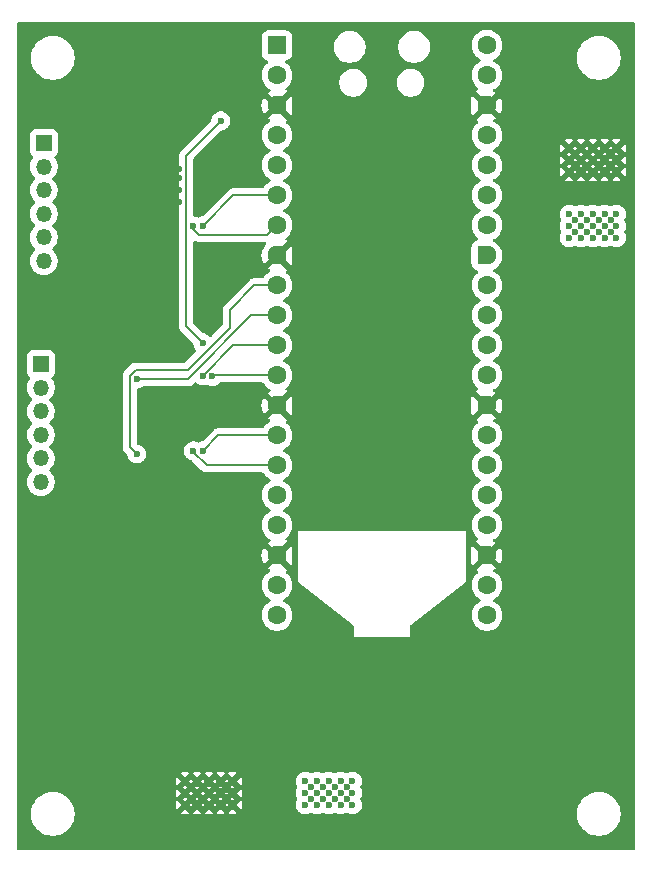
<source format=gbl>
%TF.GenerationSoftware,KiCad,Pcbnew,9.0.0*%
%TF.CreationDate,2025-06-14T22:04:31-04:00*%
%TF.ProjectId,equatorial-mount,65717561-746f-4726-9961-6c2d6d6f756e,rev?*%
%TF.SameCoordinates,Original*%
%TF.FileFunction,Copper,L2,Bot*%
%TF.FilePolarity,Positive*%
%FSLAX46Y46*%
G04 Gerber Fmt 4.6, Leading zero omitted, Abs format (unit mm)*
G04 Created by KiCad (PCBNEW 9.0.0) date 2025-06-14 22:04:31*
%MOMM*%
%LPD*%
G01*
G04 APERTURE LIST*
G04 Aperture macros list*
%AMRoundRect*
0 Rectangle with rounded corners*
0 $1 Rounding radius*
0 $2 $3 $4 $5 $6 $7 $8 $9 X,Y pos of 4 corners*
0 Add a 4 corners polygon primitive as box body*
4,1,4,$2,$3,$4,$5,$6,$7,$8,$9,$2,$3,0*
0 Add four circle primitives for the rounded corners*
1,1,$1+$1,$2,$3*
1,1,$1+$1,$4,$5*
1,1,$1+$1,$6,$7*
1,1,$1+$1,$8,$9*
0 Add four rect primitives between the rounded corners*
20,1,$1+$1,$2,$3,$4,$5,0*
20,1,$1+$1,$4,$5,$6,$7,0*
20,1,$1+$1,$6,$7,$8,$9,0*
20,1,$1+$1,$8,$9,$2,$3,0*%
%AMFreePoly0*
4,1,37,0.603843,0.796157,0.639018,0.796157,0.711114,0.766294,0.766294,0.711114,0.796157,0.639018,0.796157,0.603843,0.800000,0.600000,0.800000,-0.600000,0.796157,-0.603843,0.796157,-0.639018,0.766294,-0.711114,0.711114,-0.766294,0.639018,-0.796157,0.603843,-0.796157,0.600000,-0.800000,0.000000,-0.800000,0.000000,-0.796148,-0.078414,-0.796148,-0.232228,-0.765552,-0.377117,-0.705537,
-0.507515,-0.618408,-0.618408,-0.507515,-0.705537,-0.377117,-0.765552,-0.232228,-0.796148,-0.078414,-0.796148,0.078414,-0.765552,0.232228,-0.705537,0.377117,-0.618408,0.507515,-0.507515,0.618408,-0.377117,0.705537,-0.232228,0.765552,-0.078414,0.796148,0.000000,0.796148,0.000000,0.800000,0.600000,0.800000,0.603843,0.796157,0.603843,0.796157,$1*%
%AMFreePoly1*
4,1,37,0.000000,0.796148,0.078414,0.796148,0.232228,0.765552,0.377117,0.705537,0.507515,0.618408,0.618408,0.507515,0.705537,0.377117,0.765552,0.232228,0.796148,0.078414,0.796148,-0.078414,0.765552,-0.232228,0.705537,-0.377117,0.618408,-0.507515,0.507515,-0.618408,0.377117,-0.705537,0.232228,-0.765552,0.078414,-0.796148,0.000000,-0.796148,0.000000,-0.800000,-0.600000,-0.800000,
-0.603843,-0.796157,-0.639018,-0.796157,-0.711114,-0.766294,-0.766294,-0.711114,-0.796157,-0.639018,-0.796157,-0.603843,-0.800000,-0.600000,-0.800000,0.600000,-0.796157,0.603843,-0.796157,0.639018,-0.766294,0.711114,-0.711114,0.766294,-0.639018,0.796157,-0.603843,0.796157,-0.600000,0.800000,0.000000,0.800000,0.000000,0.796148,0.000000,0.796148,$1*%
G04 Aperture macros list end*
%TA.AperFunction,ComponentPad*%
%ADD10R,1.350000X1.350000*%
%TD*%
%TA.AperFunction,ComponentPad*%
%ADD11O,1.350000X1.350000*%
%TD*%
%TA.AperFunction,ComponentPad*%
%ADD12C,0.600000*%
%TD*%
%TA.AperFunction,ComponentPad*%
%ADD13RoundRect,0.200000X-0.600000X-0.600000X0.600000X-0.600000X0.600000X0.600000X-0.600000X0.600000X0*%
%TD*%
%TA.AperFunction,ComponentPad*%
%ADD14C,1.600000*%
%TD*%
%TA.AperFunction,ComponentPad*%
%ADD15FreePoly0,0.000000*%
%TD*%
%TA.AperFunction,ComponentPad*%
%ADD16FreePoly1,0.000000*%
%TD*%
%TA.AperFunction,ViaPad*%
%ADD17C,0.600000*%
%TD*%
%TA.AperFunction,Conductor*%
%ADD18C,0.203200*%
%TD*%
G04 APERTURE END LIST*
D10*
%TO.P,J5,1,Pin_1*%
%TO.N,Net-(J5-Pin_1)*%
X109220000Y-100584000D03*
D11*
%TO.P,J5,2,Pin_2*%
%TO.N,unconnected-(J5-Pin_2-Pad2)*%
X109220000Y-102584000D03*
%TO.P,J5,3,Pin_3*%
%TO.N,Net-(J5-Pin_3)*%
X109220000Y-104584000D03*
%TO.P,J5,4,Pin_4*%
%TO.N,Net-(J5-Pin_4)*%
X109220000Y-106584000D03*
%TO.P,J5,5,Pin_5*%
%TO.N,unconnected-(J5-Pin_5-Pad5)*%
X109220000Y-108584000D03*
%TO.P,J5,6,Pin_6*%
%TO.N,Net-(J5-Pin_6)*%
X109220000Y-110584000D03*
%TD*%
D12*
%TO.P,TP1,1,1*%
%TO.N,+12V*%
X131604000Y-135906000D03*
X131604000Y-136906000D03*
X131604000Y-137906000D03*
X132104000Y-136406000D03*
X132104000Y-137406000D03*
X132604000Y-135906000D03*
X132604000Y-136906000D03*
X132604000Y-137906000D03*
X133089900Y-137404281D03*
X133104000Y-136406000D03*
X133604000Y-135906000D03*
X133604000Y-136906000D03*
X133604000Y-137906000D03*
X134104000Y-136406000D03*
X134104000Y-137406000D03*
X134604000Y-135906000D03*
X134604000Y-136906000D03*
X134604000Y-137906000D03*
X135104000Y-136406000D03*
X135104000Y-137406000D03*
X135604000Y-135906000D03*
X135604000Y-136906000D03*
X135604000Y-137906000D03*
%TD*%
%TO.P,TP3,1,1*%
%TO.N,GND*%
X121444000Y-135906000D03*
X121444000Y-136906000D03*
X121444000Y-137906000D03*
X121944000Y-136406000D03*
X121944000Y-137406000D03*
X122444000Y-135906000D03*
X122444000Y-136906000D03*
X122444000Y-137906000D03*
X122929900Y-137404281D03*
X122944000Y-136406000D03*
X123444000Y-135906000D03*
X123444000Y-136906000D03*
X123444000Y-137906000D03*
X123944000Y-136406000D03*
X123944000Y-137406000D03*
X124444000Y-135906000D03*
X124444000Y-136906000D03*
X124444000Y-137906000D03*
X124944000Y-136406000D03*
X124944000Y-137406000D03*
X125444000Y-135906000D03*
X125444000Y-136906000D03*
X125444000Y-137906000D03*
%TD*%
%TO.P,TP2,1,1*%
%TO.N,+3.3V*%
X153956000Y-87900000D03*
X153956000Y-88900000D03*
X153956000Y-89900000D03*
X154456000Y-88400000D03*
X154456000Y-89400000D03*
X154956000Y-87900000D03*
X154956000Y-88900000D03*
X154956000Y-89900000D03*
X155441900Y-89398281D03*
X155456000Y-88400000D03*
X155956000Y-87900000D03*
X155956000Y-88900000D03*
X155956000Y-89900000D03*
X156456000Y-88400000D03*
X156456000Y-89400000D03*
X156956000Y-87900000D03*
X156956000Y-88900000D03*
X156956000Y-89900000D03*
X157456000Y-88400000D03*
X157456000Y-89400000D03*
X157956000Y-87900000D03*
X157956000Y-88900000D03*
X157956000Y-89900000D03*
%TD*%
D13*
%TO.P,A1,1,GPIO0*%
%TO.N,Net-(A1-GPIO0)*%
X129209500Y-73613000D03*
D14*
%TO.P,A1,2,GPIO1*%
%TO.N,Net-(A1-GPIO1)*%
X129209500Y-76153000D03*
D15*
%TO.P,A1,3,GND*%
%TO.N,GND*%
X129209500Y-78693000D03*
D14*
%TO.P,A1,4,GPIO2*%
%TO.N,Net-(A1-GPIO2)*%
X129209500Y-81233000D03*
%TO.P,A1,5,GPIO3*%
%TO.N,Net-(A1-GPIO3)*%
X129209500Y-83773000D03*
%TO.P,A1,6,GPIO4*%
%TO.N,Net-(A1-GPIO4)*%
X129209500Y-86313000D03*
%TO.P,A1,7,GPIO5*%
%TO.N,Net-(A1-GPIO5)*%
X129209500Y-88853000D03*
D15*
%TO.P,A1,8,GND*%
%TO.N,GND*%
X129209500Y-91393000D03*
D14*
%TO.P,A1,9,GPIO6*%
%TO.N,Net-(A1-GPIO6)*%
X129209500Y-93933000D03*
%TO.P,A1,10,GPIO7*%
%TO.N,Net-(A1-GPIO7)*%
X129209500Y-96473000D03*
%TO.P,A1,11,GPIO8*%
%TO.N,Net-(A1-GPIO8)*%
X129209500Y-99013000D03*
%TO.P,A1,12,GPIO9*%
%TO.N,Net-(A1-GPIO9)*%
X129209500Y-101553000D03*
D15*
%TO.P,A1,13,GND*%
%TO.N,GND*%
X129209500Y-104093000D03*
D14*
%TO.P,A1,14,GPIO10*%
%TO.N,Net-(A1-GPIO10)*%
X129209500Y-106633000D03*
%TO.P,A1,15,GPIO11*%
%TO.N,Net-(A1-GPIO11)*%
X129209500Y-109173000D03*
%TO.P,A1,16,GPIO12*%
%TO.N,unconnected-(A1-GPIO12-Pad16)*%
X129209500Y-111713000D03*
%TO.P,A1,17,GPIO13*%
%TO.N,unconnected-(A1-GPIO13-Pad17)*%
X129209500Y-114253000D03*
D15*
%TO.P,A1,18,GND*%
%TO.N,GND*%
X129209500Y-116793000D03*
D14*
%TO.P,A1,19,GPIO14*%
%TO.N,unconnected-(A1-GPIO14-Pad19)*%
X129209500Y-119333000D03*
%TO.P,A1,20,GPIO15*%
%TO.N,unconnected-(A1-GPIO15-Pad20)*%
X129209500Y-121873000D03*
%TO.P,A1,21,GPIO16*%
%TO.N,unconnected-(A1-GPIO16-Pad21)*%
X146989500Y-121873000D03*
%TO.P,A1,22,GPIO17*%
%TO.N,unconnected-(A1-GPIO17-Pad22)*%
X146989500Y-119333000D03*
D16*
%TO.P,A1,23,GND*%
%TO.N,GND*%
X146989500Y-116793000D03*
D14*
%TO.P,A1,24,GPIO18*%
%TO.N,unconnected-(A1-GPIO18-Pad24)*%
X146989500Y-114253000D03*
%TO.P,A1,25,GPIO19*%
%TO.N,unconnected-(A1-GPIO19-Pad25)*%
X146989500Y-111713000D03*
%TO.P,A1,26,GPIO20*%
%TO.N,unconnected-(A1-GPIO20-Pad26)*%
X146989500Y-109173000D03*
%TO.P,A1,27,GPIO21*%
%TO.N,unconnected-(A1-GPIO21-Pad27)*%
X146989500Y-106633000D03*
D16*
%TO.P,A1,28,GND*%
%TO.N,GND*%
X146989500Y-104093000D03*
D14*
%TO.P,A1,29,GPIO22*%
%TO.N,unconnected-(A1-GPIO22-Pad29)*%
X146989500Y-101553000D03*
%TO.P,A1,30,RUN*%
%TO.N,unconnected-(A1-RUN-Pad30)*%
X146989500Y-99013000D03*
%TO.P,A1,31,GPIO26_ADC0*%
%TO.N,Net-(A1-GPIO26_ADC0)*%
X146989500Y-96473000D03*
%TO.P,A1,32,GPIO27_ADC1*%
%TO.N,Net-(A1-GPIO27_ADC1)*%
X146989500Y-93933000D03*
D16*
%TO.P,A1,33,AGND*%
%TO.N,unconnected-(A1-AGND-Pad33)*%
X146989500Y-91393000D03*
D14*
%TO.P,A1,34,GPIO28_ADC2*%
%TO.N,unconnected-(A1-GPIO28_ADC2-Pad34)*%
X146989500Y-88853000D03*
%TO.P,A1,35,ADC_VREF*%
%TO.N,unconnected-(A1-ADC_VREF-Pad35)*%
X146989500Y-86313000D03*
%TO.P,A1,36,3V3*%
%TO.N,+3.3V*%
X146989500Y-83773000D03*
%TO.P,A1,37,3V3_EN*%
%TO.N,unconnected-(A1-3V3_EN-Pad37)*%
X146989500Y-81233000D03*
D16*
%TO.P,A1,38,GND*%
%TO.N,GND*%
X146989500Y-78693000D03*
D14*
%TO.P,A1,39,VSYS*%
%TO.N,unconnected-(A1-VSYS-Pad39)*%
X146989500Y-76153000D03*
%TO.P,A1,40,VBUS*%
%TO.N,unconnected-(A1-VBUS-Pad40)*%
X146989500Y-73613000D03*
%TD*%
D10*
%TO.P,J2,1,Pin_1*%
%TO.N,Net-(J2-Pin_1)*%
X109474000Y-81868000D03*
D11*
%TO.P,J2,2,Pin_2*%
%TO.N,unconnected-(J2-Pin_2-Pad2)*%
X109474000Y-83868000D03*
%TO.P,J2,3,Pin_3*%
%TO.N,Net-(J2-Pin_3)*%
X109474000Y-85868000D03*
%TO.P,J2,4,Pin_4*%
%TO.N,Net-(J2-Pin_4)*%
X109474000Y-87868000D03*
%TO.P,J2,5,Pin_5*%
%TO.N,unconnected-(J2-Pin_5-Pad5)*%
X109474000Y-89868000D03*
%TO.P,J2,6,Pin_6*%
%TO.N,Net-(J2-Pin_6)*%
X109474000Y-91868000D03*
%TD*%
D12*
%TO.P,TP4,1,1*%
%TO.N,GND*%
X153956000Y-82312000D03*
X153956000Y-83312000D03*
X153956000Y-84312000D03*
X154456000Y-82812000D03*
X154456000Y-83812000D03*
X154956000Y-82312000D03*
X154956000Y-83312000D03*
X154956000Y-84312000D03*
X155441900Y-83810281D03*
X155456000Y-82812000D03*
X155956000Y-82312000D03*
X155956000Y-83312000D03*
X155956000Y-84312000D03*
X156456000Y-82812000D03*
X156456000Y-83812000D03*
X156956000Y-82312000D03*
X156956000Y-83312000D03*
X156956000Y-84312000D03*
X157456000Y-82812000D03*
X157456000Y-83812000D03*
X157956000Y-82312000D03*
X157956000Y-83312000D03*
X157956000Y-84312000D03*
%TD*%
D17*
%TO.N,GND*%
X110490000Y-126365000D03*
X111760000Y-126365000D03*
X113030000Y-126365000D03*
X114300000Y-126365000D03*
X115570000Y-126365000D03*
X115570000Y-121920000D03*
X110490000Y-121920000D03*
X111760000Y-121920000D03*
X114300000Y-121920000D03*
X113030000Y-121920000D03*
X110998000Y-84709000D03*
X110998000Y-83820000D03*
X111506000Y-83058000D03*
X112395000Y-83058000D03*
X113284000Y-83058000D03*
X113284000Y-83820000D03*
X113284000Y-84582000D03*
X110998000Y-87884000D03*
X110998000Y-88900000D03*
X110998000Y-89789000D03*
X110998000Y-90678000D03*
X111887000Y-90678000D03*
X112649000Y-90678000D03*
X111760000Y-87884000D03*
X112649000Y-87884000D03*
X113538000Y-87884000D03*
X113538000Y-88900000D03*
X113538000Y-89789000D03*
X113538000Y-90678000D03*
X120904000Y-84074000D03*
X120904000Y-85852000D03*
X119380000Y-85852000D03*
X120142000Y-86360000D03*
X120904000Y-86868000D03*
X120142000Y-84328000D03*
X120142000Y-85344000D03*
X119380000Y-86868000D03*
X119380000Y-84836000D03*
X120142000Y-87122000D03*
X120904000Y-84836000D03*
X119380000Y-84074000D03*
X113284000Y-107696000D03*
X113284000Y-108585000D03*
X113665000Y-109474000D03*
X112776000Y-109474000D03*
X111887000Y-109474000D03*
X110998000Y-109347000D03*
X110998000Y-108458000D03*
X110998000Y-107696000D03*
X112649000Y-102108000D03*
X110998000Y-104140000D03*
X110998000Y-103124000D03*
X110998000Y-102108000D03*
X111887000Y-102108000D03*
X113538000Y-102108000D03*
X113538000Y-103124000D03*
X113538000Y-104140000D03*
X120142000Y-106426000D03*
X120904000Y-103378000D03*
X119380000Y-103378000D03*
X120142000Y-103632000D03*
X120904000Y-104140000D03*
X119380000Y-104140000D03*
X120142000Y-104648000D03*
X120904000Y-105156000D03*
X119380000Y-105156000D03*
X120142000Y-105664000D03*
X120904000Y-106172000D03*
X119380000Y-106172000D03*
X123952000Y-103886000D03*
X124206000Y-84836000D03*
%TO.N,Net-(A1-GPIO6)*%
X117348000Y-108204000D03*
%TO.N,Net-(A1-GPIO7)*%
X117348000Y-101854000D03*
%TO.N,Net-(A1-GPIO11)*%
X122135997Y-107950000D03*
%TO.N,Net-(A1-GPIO10)*%
X122936000Y-107950000D03*
%TO.N,Net-(A1-GPIO9)*%
X123742396Y-101644396D03*
%TO.N,Net-(A1-GPIO8)*%
X122936000Y-101600000D03*
%TO.N,+3.3V*%
X124460000Y-80010000D03*
X122936000Y-98806000D03*
%TO.N,GND*%
X152400000Y-94996000D03*
X152654000Y-104394000D03*
%TO.N,Net-(A1-GPIO5)*%
X122135997Y-88900000D03*
%TO.N,Net-(A1-GPIO4)*%
X122936000Y-88900000D03*
%TD*%
D18*
%TO.N,Net-(A1-GPIO6)*%
X127301000Y-93933000D02*
X129209500Y-93933000D01*
X121666000Y-101092000D02*
X125222000Y-97536000D01*
X125222000Y-97536000D02*
X125222000Y-96012000D01*
X116745400Y-101604394D02*
X117257794Y-101092000D01*
X125222000Y-96012000D02*
X127301000Y-93933000D01*
X116745400Y-107601400D02*
X116745400Y-101604394D01*
X117257794Y-101092000D02*
X121666000Y-101092000D01*
X117348000Y-108204000D02*
X116745400Y-107601400D01*
%TO.N,Net-(A1-GPIO7)*%
X127047000Y-96473000D02*
X129209500Y-96473000D01*
X117348000Y-101854000D02*
X121666000Y-101854000D01*
X121666000Y-101854000D02*
X127047000Y-96473000D01*
%TO.N,Net-(A1-GPIO11)*%
X123306794Y-109173000D02*
X129209500Y-109173000D01*
X122135997Y-108002203D02*
X123306794Y-109173000D01*
X122135997Y-107950000D02*
X122135997Y-108002203D01*
%TO.N,Net-(A1-GPIO10)*%
X124253000Y-106633000D02*
X129209500Y-106633000D01*
X122936000Y-107950000D02*
X124253000Y-106633000D01*
%TO.N,Net-(A1-GPIO9)*%
X123833792Y-101553000D02*
X129209500Y-101553000D01*
X123742396Y-101644396D02*
X123833792Y-101553000D01*
%TO.N,Net-(A1-GPIO8)*%
X125523000Y-99013000D02*
X122936000Y-101600000D01*
X129209500Y-99013000D02*
X125523000Y-99013000D01*
%TO.N,+3.3V*%
X121533397Y-82936603D02*
X124460000Y-80010000D01*
X122936000Y-98806000D02*
X121533397Y-97403397D01*
X121533397Y-97403397D02*
X121533397Y-82936603D01*
%TO.N,Net-(A1-GPIO5)*%
X122135997Y-89192003D02*
X122135997Y-88900000D01*
X122596993Y-89652999D02*
X122135997Y-89192003D01*
X129209500Y-88853000D02*
X128409501Y-89652999D01*
X128409501Y-89652999D02*
X122596993Y-89652999D01*
%TO.N,Net-(A1-GPIO4)*%
X125523000Y-86313000D02*
X129209500Y-86313000D01*
X122936000Y-88900000D02*
X125523000Y-86313000D01*
%TD*%
%TA.AperFunction,Conductor*%
%TO.N,GND*%
G36*
X122321497Y-90189186D02*
G01*
X122364591Y-90214066D01*
X122517725Y-90255099D01*
X122517727Y-90255099D01*
X128202489Y-90255099D01*
X128269528Y-90274784D01*
X128315283Y-90327588D01*
X128325227Y-90396746D01*
X128296202Y-90460302D01*
X128290170Y-90466780D01*
X128231014Y-90525935D01*
X128168208Y-90602463D01*
X128168204Y-90602469D01*
X128080667Y-90733478D01*
X128080655Y-90733498D01*
X128033990Y-90820801D01*
X127973685Y-90966387D01*
X127944944Y-91061135D01*
X127914201Y-91215697D01*
X127914201Y-91215700D01*
X127904500Y-91314210D01*
X127904500Y-91471789D01*
X127914201Y-91570299D01*
X127914201Y-91570302D01*
X127944944Y-91724864D01*
X127973685Y-91819612D01*
X128033990Y-91965198D01*
X128080655Y-92052501D01*
X128080661Y-92052511D01*
X128127034Y-92121912D01*
X128726537Y-91522409D01*
X128743575Y-91585993D01*
X128809401Y-91700007D01*
X128902493Y-91793099D01*
X129016507Y-91858925D01*
X129080089Y-91875962D01*
X128480585Y-92475465D01*
X128549988Y-92521838D01*
X128549998Y-92521844D01*
X128615954Y-92557099D01*
X128665798Y-92606062D01*
X128681258Y-92674200D01*
X128657426Y-92739879D01*
X128613795Y-92776942D01*
X128527886Y-92820715D01*
X128362286Y-92941028D01*
X128217534Y-93085780D01*
X128217530Y-93085786D01*
X128097213Y-93251390D01*
X128091198Y-93263195D01*
X128043226Y-93313990D01*
X127980714Y-93330900D01*
X127221732Y-93330900D01*
X127119642Y-93358255D01*
X127068597Y-93371933D01*
X126961473Y-93433781D01*
X126961472Y-93433780D01*
X126931305Y-93451197D01*
X126931300Y-93451201D01*
X124740201Y-95642300D01*
X124740199Y-95642303D01*
X124660933Y-95779597D01*
X124640999Y-95853990D01*
X124619901Y-95932731D01*
X124619900Y-95932733D01*
X124619900Y-97235239D01*
X124600215Y-97302278D01*
X124583581Y-97322920D01*
X123671971Y-98234530D01*
X123610648Y-98268015D01*
X123540956Y-98263031D01*
X123496609Y-98234530D01*
X123446292Y-98184213D01*
X123446288Y-98184210D01*
X123315185Y-98096609D01*
X123315172Y-98096602D01*
X123169501Y-98036264D01*
X123169491Y-98036261D01*
X123016974Y-98005923D01*
X122955063Y-97973538D01*
X122953485Y-97971987D01*
X122171816Y-97190318D01*
X122138331Y-97128995D01*
X122135497Y-97102637D01*
X122135497Y-90296573D01*
X122155182Y-90229534D01*
X122207986Y-90183779D01*
X122277144Y-90173835D01*
X122321497Y-90189186D01*
G37*
%TD.AperFunction*%
%TA.AperFunction,Conductor*%
G36*
X159462539Y-71640185D02*
G01*
X159508294Y-71692989D01*
X159519500Y-71744500D01*
X159519500Y-141615500D01*
X159499815Y-141682539D01*
X159447011Y-141728294D01*
X159395500Y-141739500D01*
X107304500Y-141739500D01*
X107237461Y-141719815D01*
X107191706Y-141667011D01*
X107180500Y-141615500D01*
X107180500Y-138562711D01*
X108385500Y-138562711D01*
X108385500Y-138805288D01*
X108417161Y-139045785D01*
X108479947Y-139280104D01*
X108572773Y-139504205D01*
X108572776Y-139504212D01*
X108694064Y-139714289D01*
X108694066Y-139714292D01*
X108694067Y-139714293D01*
X108841733Y-139906736D01*
X108841739Y-139906743D01*
X109013256Y-140078260D01*
X109013262Y-140078265D01*
X109205711Y-140225936D01*
X109415788Y-140347224D01*
X109639900Y-140440054D01*
X109874211Y-140502838D01*
X110054586Y-140526584D01*
X110114711Y-140534500D01*
X110114712Y-140534500D01*
X110357289Y-140534500D01*
X110405388Y-140528167D01*
X110597789Y-140502838D01*
X110832100Y-140440054D01*
X111056212Y-140347224D01*
X111266289Y-140225936D01*
X111458738Y-140078265D01*
X111630265Y-139906738D01*
X111777936Y-139714289D01*
X111899224Y-139504212D01*
X111992054Y-139280100D01*
X112054838Y-139045789D01*
X112086500Y-138805288D01*
X112086500Y-138621845D01*
X121081706Y-138621845D01*
X121210652Y-138675257D01*
X121210656Y-138675258D01*
X121365202Y-138705999D01*
X121365206Y-138706000D01*
X121522794Y-138706000D01*
X121522797Y-138705999D01*
X121677343Y-138675258D01*
X121677347Y-138675257D01*
X121806293Y-138621845D01*
X122081706Y-138621845D01*
X122210652Y-138675257D01*
X122210656Y-138675258D01*
X122365202Y-138705999D01*
X122365206Y-138706000D01*
X122522794Y-138706000D01*
X122522797Y-138705999D01*
X122677343Y-138675258D01*
X122677347Y-138675257D01*
X122806293Y-138621845D01*
X123081706Y-138621845D01*
X123210652Y-138675257D01*
X123210656Y-138675258D01*
X123365202Y-138705999D01*
X123365206Y-138706000D01*
X123522794Y-138706000D01*
X123522797Y-138705999D01*
X123677343Y-138675258D01*
X123677347Y-138675257D01*
X123806293Y-138621845D01*
X124081706Y-138621845D01*
X124210652Y-138675257D01*
X124210656Y-138675258D01*
X124365202Y-138705999D01*
X124365206Y-138706000D01*
X124522794Y-138706000D01*
X124522797Y-138705999D01*
X124677343Y-138675258D01*
X124677347Y-138675257D01*
X124806293Y-138621845D01*
X125081706Y-138621845D01*
X125210652Y-138675257D01*
X125210656Y-138675258D01*
X125365202Y-138705999D01*
X125365206Y-138706000D01*
X125522794Y-138706000D01*
X125522797Y-138705999D01*
X125677343Y-138675258D01*
X125677347Y-138675257D01*
X125806293Y-138621845D01*
X125444001Y-138259553D01*
X125444000Y-138259553D01*
X125081706Y-138621845D01*
X124806293Y-138621845D01*
X124444001Y-138259553D01*
X124444000Y-138259553D01*
X124081706Y-138621845D01*
X123806293Y-138621845D01*
X123444001Y-138259553D01*
X123444000Y-138259553D01*
X123081706Y-138621845D01*
X122806293Y-138621845D01*
X122444001Y-138259553D01*
X122444000Y-138259553D01*
X122081706Y-138621845D01*
X121806293Y-138621845D01*
X121444001Y-138259553D01*
X121444000Y-138259553D01*
X121081706Y-138621845D01*
X112086500Y-138621845D01*
X112086500Y-138562712D01*
X112054838Y-138322211D01*
X111992054Y-138087900D01*
X111949347Y-137984797D01*
X111901204Y-137868568D01*
X111901203Y-137868567D01*
X111899224Y-137863788D01*
X111878101Y-137827202D01*
X120644000Y-137827202D01*
X120644000Y-137984797D01*
X120674741Y-138139343D01*
X120674743Y-138139351D01*
X120728153Y-138268293D01*
X121090446Y-137906001D01*
X121090446Y-137905999D01*
X121060610Y-137876163D01*
X121294000Y-137876163D01*
X121294000Y-137935837D01*
X121316836Y-137990968D01*
X121359032Y-138033164D01*
X121414163Y-138056000D01*
X121473837Y-138056000D01*
X121528968Y-138033164D01*
X121571164Y-137990968D01*
X121594000Y-137935837D01*
X121594000Y-137906000D01*
X121797553Y-137906000D01*
X121944000Y-138052446D01*
X122090446Y-137906000D01*
X122060609Y-137876163D01*
X122294000Y-137876163D01*
X122294000Y-137935837D01*
X122316836Y-137990968D01*
X122359032Y-138033164D01*
X122414163Y-138056000D01*
X122473837Y-138056000D01*
X122528968Y-138033164D01*
X122571164Y-137990968D01*
X122594000Y-137935837D01*
X122594000Y-137905999D01*
X122797553Y-137905999D01*
X122944000Y-138052445D01*
X123084255Y-137912189D01*
X123048229Y-137876163D01*
X123294000Y-137876163D01*
X123294000Y-137935837D01*
X123316836Y-137990968D01*
X123359032Y-138033164D01*
X123414163Y-138056000D01*
X123473837Y-138056000D01*
X123528968Y-138033164D01*
X123571164Y-137990968D01*
X123594000Y-137935837D01*
X123594000Y-137905999D01*
X123797553Y-137905999D01*
X123944000Y-138052446D01*
X124090446Y-137906000D01*
X124060609Y-137876163D01*
X124294000Y-137876163D01*
X124294000Y-137935837D01*
X124316836Y-137990968D01*
X124359032Y-138033164D01*
X124414163Y-138056000D01*
X124473837Y-138056000D01*
X124528968Y-138033164D01*
X124571164Y-137990968D01*
X124594000Y-137935837D01*
X124594000Y-137905999D01*
X124797553Y-137905999D01*
X124944000Y-138052446D01*
X125090446Y-137906001D01*
X125090446Y-137906000D01*
X125060609Y-137876163D01*
X125294000Y-137876163D01*
X125294000Y-137935837D01*
X125316836Y-137990968D01*
X125359032Y-138033164D01*
X125414163Y-138056000D01*
X125473837Y-138056000D01*
X125528968Y-138033164D01*
X125571164Y-137990968D01*
X125594000Y-137935837D01*
X125594000Y-137905999D01*
X125797553Y-137905999D01*
X125797553Y-137906001D01*
X126159845Y-138268293D01*
X126213257Y-138139347D01*
X126213258Y-138139343D01*
X126243999Y-137984797D01*
X126244000Y-137984794D01*
X126244000Y-137827206D01*
X126243999Y-137827202D01*
X126213258Y-137672656D01*
X126213257Y-137672652D01*
X126159845Y-137543706D01*
X125797553Y-137905999D01*
X125594000Y-137905999D01*
X125594000Y-137876163D01*
X125571164Y-137821032D01*
X125528968Y-137778836D01*
X125473837Y-137756000D01*
X125414163Y-137756000D01*
X125359032Y-137778836D01*
X125316836Y-137821032D01*
X125294000Y-137876163D01*
X125060609Y-137876163D01*
X124944000Y-137759553D01*
X124876397Y-137827157D01*
X124876396Y-137827158D01*
X124797553Y-137905999D01*
X124594000Y-137905999D01*
X124594000Y-137876163D01*
X124571164Y-137821032D01*
X124528968Y-137778836D01*
X124473837Y-137756000D01*
X124414163Y-137756000D01*
X124359032Y-137778836D01*
X124316836Y-137821032D01*
X124294000Y-137876163D01*
X124060609Y-137876163D01*
X124011604Y-137827158D01*
X123944000Y-137759553D01*
X123876397Y-137827157D01*
X123876396Y-137827158D01*
X123797553Y-137905999D01*
X123594000Y-137905999D01*
X123594000Y-137876163D01*
X123571164Y-137821032D01*
X123528968Y-137778836D01*
X123473837Y-137756000D01*
X123414163Y-137756000D01*
X123359032Y-137778836D01*
X123316836Y-137821032D01*
X123294000Y-137876163D01*
X123048229Y-137876163D01*
X122937809Y-137765744D01*
X122797553Y-137905999D01*
X122594000Y-137905999D01*
X122594000Y-137876163D01*
X122571164Y-137821032D01*
X122528968Y-137778836D01*
X122473837Y-137756000D01*
X122414163Y-137756000D01*
X122359032Y-137778836D01*
X122316836Y-137821032D01*
X122294000Y-137876163D01*
X122060609Y-137876163D01*
X121943999Y-137759553D01*
X121797553Y-137906000D01*
X121594000Y-137906000D01*
X121594000Y-137876163D01*
X121571164Y-137821032D01*
X121528968Y-137778836D01*
X121473837Y-137756000D01*
X121414163Y-137756000D01*
X121359032Y-137778836D01*
X121316836Y-137821032D01*
X121294000Y-137876163D01*
X121060610Y-137876163D01*
X120728153Y-137543705D01*
X120674743Y-137672648D01*
X120674741Y-137672656D01*
X120644000Y-137827202D01*
X111878101Y-137827202D01*
X111777936Y-137653711D01*
X111700233Y-137552446D01*
X111630266Y-137461263D01*
X111630260Y-137461256D01*
X111575003Y-137405999D01*
X121297553Y-137405999D01*
X121444000Y-137552446D01*
X121590446Y-137406000D01*
X121560609Y-137376163D01*
X121794000Y-137376163D01*
X121794000Y-137435837D01*
X121816836Y-137490968D01*
X121859032Y-137533164D01*
X121914163Y-137556000D01*
X121973837Y-137556000D01*
X122028968Y-137533164D01*
X122071164Y-137490968D01*
X122094000Y-137435837D01*
X122094000Y-137405999D01*
X122297553Y-137405999D01*
X122436089Y-137544535D01*
X122576346Y-137404280D01*
X122546510Y-137374444D01*
X122779900Y-137374444D01*
X122779900Y-137434118D01*
X122802736Y-137489249D01*
X122844932Y-137531445D01*
X122900063Y-137554281D01*
X122959737Y-137554281D01*
X123014868Y-137531445D01*
X123057064Y-137489249D01*
X123079900Y-137434118D01*
X123079900Y-137405999D01*
X123297553Y-137405999D01*
X123444000Y-137552446D01*
X123590446Y-137406000D01*
X123560609Y-137376163D01*
X123794000Y-137376163D01*
X123794000Y-137435837D01*
X123816836Y-137490968D01*
X123859032Y-137533164D01*
X123914163Y-137556000D01*
X123973837Y-137556000D01*
X124028968Y-137533164D01*
X124071164Y-137490968D01*
X124094000Y-137435837D01*
X124094000Y-137405999D01*
X124297553Y-137405999D01*
X124444000Y-137552446D01*
X124590446Y-137406000D01*
X124560609Y-137376163D01*
X124794000Y-137376163D01*
X124794000Y-137435837D01*
X124816836Y-137490968D01*
X124859032Y-137533164D01*
X124914163Y-137556000D01*
X124973837Y-137556000D01*
X125028968Y-137533164D01*
X125071164Y-137490968D01*
X125094000Y-137435837D01*
X125094000Y-137405999D01*
X125297553Y-137405999D01*
X125444000Y-137552446D01*
X125590446Y-137406001D01*
X125590446Y-137405999D01*
X125444000Y-137259553D01*
X125418614Y-137284940D01*
X125418612Y-137284942D01*
X125297553Y-137405999D01*
X125094000Y-137405999D01*
X125094000Y-137376163D01*
X125071164Y-137321032D01*
X125028968Y-137278836D01*
X124973837Y-137256000D01*
X124914163Y-137256000D01*
X124859032Y-137278836D01*
X124816836Y-137321032D01*
X124794000Y-137376163D01*
X124560609Y-137376163D01*
X124469388Y-137284942D01*
X124444000Y-137259553D01*
X124418614Y-137284940D01*
X124418612Y-137284942D01*
X124297553Y-137405999D01*
X124094000Y-137405999D01*
X124094000Y-137376163D01*
X124071164Y-137321032D01*
X124028968Y-137278836D01*
X123973837Y-137256000D01*
X123914163Y-137256000D01*
X123859032Y-137278836D01*
X123816836Y-137321032D01*
X123794000Y-137376163D01*
X123560609Y-137376163D01*
X123443999Y-137259553D01*
X123297553Y-137405999D01*
X123079900Y-137405999D01*
X123079900Y-137374444D01*
X123057064Y-137319313D01*
X123014868Y-137277117D01*
X122959737Y-137254281D01*
X122900063Y-137254281D01*
X122844932Y-137277117D01*
X122802736Y-137319313D01*
X122779900Y-137374444D01*
X122546510Y-137374444D01*
X122437809Y-137265743D01*
X122437809Y-137265744D01*
X122418614Y-137284940D01*
X122418612Y-137284942D01*
X122297553Y-137405999D01*
X122094000Y-137405999D01*
X122094000Y-137376163D01*
X122071164Y-137321032D01*
X122028968Y-137278836D01*
X121973837Y-137256000D01*
X121914163Y-137256000D01*
X121859032Y-137278836D01*
X121816836Y-137321032D01*
X121794000Y-137376163D01*
X121560609Y-137376163D01*
X121443999Y-137259553D01*
X121297553Y-137405999D01*
X111575003Y-137405999D01*
X111458743Y-137289739D01*
X111458736Y-137289733D01*
X111266293Y-137142067D01*
X111266292Y-137142066D01*
X111266289Y-137142064D01*
X111056212Y-137020776D01*
X110984249Y-136990968D01*
X110850763Y-136935676D01*
X110850761Y-136935675D01*
X110832107Y-136927948D01*
X110750200Y-136906001D01*
X110597789Y-136865162D01*
X110597788Y-136865161D01*
X110597785Y-136865161D01*
X110357289Y-136833500D01*
X110357288Y-136833500D01*
X110114712Y-136833500D01*
X110114711Y-136833500D01*
X109874214Y-136865161D01*
X109639895Y-136927947D01*
X109415794Y-137020773D01*
X109415785Y-137020777D01*
X109205706Y-137142067D01*
X109013263Y-137289733D01*
X109013256Y-137289739D01*
X108841739Y-137461256D01*
X108841733Y-137461263D01*
X108694067Y-137653706D01*
X108572777Y-137863785D01*
X108572773Y-137863794D01*
X108479947Y-138087895D01*
X108417161Y-138322214D01*
X108385500Y-138562711D01*
X107180500Y-138562711D01*
X107180500Y-136827202D01*
X120644000Y-136827202D01*
X120644000Y-136984797D01*
X120674741Y-137139343D01*
X120674743Y-137139351D01*
X120728153Y-137268293D01*
X120729490Y-137266957D01*
X121090446Y-136906001D01*
X121090446Y-136905999D01*
X121060610Y-136876163D01*
X121294000Y-136876163D01*
X121294000Y-136935837D01*
X121316836Y-136990968D01*
X121359032Y-137033164D01*
X121414163Y-137056000D01*
X121473837Y-137056000D01*
X121528968Y-137033164D01*
X121571164Y-136990968D01*
X121594000Y-136935837D01*
X121594000Y-136905999D01*
X121797553Y-136905999D01*
X121944000Y-137052446D01*
X122090446Y-136906000D01*
X122060609Y-136876163D01*
X122294000Y-136876163D01*
X122294000Y-136935837D01*
X122316836Y-136990968D01*
X122359032Y-137033164D01*
X122414163Y-137056000D01*
X122473837Y-137056000D01*
X122528968Y-137033164D01*
X122571164Y-136990968D01*
X122594000Y-136935837D01*
X122594000Y-136905999D01*
X122797553Y-136905999D01*
X122936090Y-137044536D01*
X123079958Y-136900668D01*
X123057136Y-136876163D01*
X123294000Y-136876163D01*
X123294000Y-136935837D01*
X123316836Y-136990968D01*
X123359032Y-137033164D01*
X123414163Y-137056000D01*
X123473837Y-137056000D01*
X123528968Y-137033164D01*
X123571164Y-136990968D01*
X123594000Y-136935837D01*
X123594000Y-136887570D01*
X123815983Y-136887570D01*
X123835277Y-136943723D01*
X123944000Y-137052446D01*
X124090446Y-136906000D01*
X124060609Y-136876163D01*
X124294000Y-136876163D01*
X124294000Y-136935837D01*
X124316836Y-136990968D01*
X124359032Y-137033164D01*
X124414163Y-137056000D01*
X124473837Y-137056000D01*
X124528968Y-137033164D01*
X124571164Y-136990968D01*
X124594000Y-136935837D01*
X124594000Y-136905999D01*
X124797553Y-136905999D01*
X124944000Y-137052446D01*
X125090446Y-136906000D01*
X125060609Y-136876163D01*
X125294000Y-136876163D01*
X125294000Y-136935837D01*
X125316836Y-136990968D01*
X125359032Y-137033164D01*
X125414163Y-137056000D01*
X125473837Y-137056000D01*
X125528968Y-137033164D01*
X125571164Y-136990968D01*
X125594000Y-136935837D01*
X125594000Y-136905999D01*
X125797553Y-136905999D01*
X125797553Y-136906001D01*
X126159845Y-137268293D01*
X126213257Y-137139347D01*
X126213258Y-137139343D01*
X126243999Y-136984797D01*
X126244000Y-136984794D01*
X126244000Y-136827206D01*
X126243999Y-136827202D01*
X126213258Y-136672656D01*
X126213257Y-136672652D01*
X126159845Y-136543706D01*
X125797553Y-136905999D01*
X125594000Y-136905999D01*
X125594000Y-136876163D01*
X125571164Y-136821032D01*
X125528968Y-136778836D01*
X125473837Y-136756000D01*
X125414163Y-136756000D01*
X125359032Y-136778836D01*
X125316836Y-136821032D01*
X125294000Y-136876163D01*
X125060609Y-136876163D01*
X125011604Y-136827158D01*
X124944000Y-136759553D01*
X124876397Y-136827157D01*
X124876396Y-136827158D01*
X124797553Y-136905999D01*
X124594000Y-136905999D01*
X124594000Y-136876163D01*
X124571164Y-136821032D01*
X124528968Y-136778836D01*
X124473837Y-136756000D01*
X124414163Y-136756000D01*
X124359032Y-136778836D01*
X124316836Y-136821032D01*
X124294000Y-136876163D01*
X124060609Y-136876163D01*
X124011604Y-136827158D01*
X123944000Y-136759553D01*
X123876397Y-136827157D01*
X123876396Y-136827158D01*
X123815983Y-136887570D01*
X123594000Y-136887570D01*
X123594000Y-136876163D01*
X123571164Y-136821032D01*
X123528968Y-136778836D01*
X123473837Y-136756000D01*
X123414163Y-136756000D01*
X123359032Y-136778836D01*
X123316836Y-136821032D01*
X123294000Y-136876163D01*
X123057136Y-136876163D01*
X123010047Y-136825601D01*
X122944000Y-136759553D01*
X122876397Y-136827157D01*
X122876396Y-136827158D01*
X122797553Y-136905999D01*
X122594000Y-136905999D01*
X122594000Y-136876163D01*
X122571164Y-136821032D01*
X122528968Y-136778836D01*
X122473837Y-136756000D01*
X122414163Y-136756000D01*
X122359032Y-136778836D01*
X122316836Y-136821032D01*
X122294000Y-136876163D01*
X122060609Y-136876163D01*
X122011604Y-136827158D01*
X121944000Y-136759553D01*
X121876397Y-136827157D01*
X121876396Y-136827158D01*
X121797553Y-136905999D01*
X121594000Y-136905999D01*
X121594000Y-136876163D01*
X121571164Y-136821032D01*
X121528968Y-136778836D01*
X121473837Y-136756000D01*
X121414163Y-136756000D01*
X121359032Y-136778836D01*
X121316836Y-136821032D01*
X121294000Y-136876163D01*
X121060610Y-136876163D01*
X120728153Y-136543705D01*
X120674743Y-136672648D01*
X120674741Y-136672656D01*
X120644000Y-136827202D01*
X107180500Y-136827202D01*
X107180500Y-136405999D01*
X121297553Y-136405999D01*
X121444000Y-136552446D01*
X121590445Y-136406000D01*
X121590446Y-136405999D01*
X121560610Y-136376163D01*
X121794000Y-136376163D01*
X121794000Y-136435837D01*
X121816836Y-136490968D01*
X121859032Y-136533164D01*
X121914163Y-136556000D01*
X121973837Y-136556000D01*
X122028968Y-136533164D01*
X122071164Y-136490968D01*
X122094000Y-136435837D01*
X122094000Y-136405999D01*
X122297553Y-136405999D01*
X122444000Y-136552446D01*
X122590446Y-136406000D01*
X122560609Y-136376163D01*
X122794000Y-136376163D01*
X122794000Y-136435837D01*
X122816836Y-136490968D01*
X122859032Y-136533164D01*
X122914163Y-136556000D01*
X122973837Y-136556000D01*
X123028968Y-136533164D01*
X123071164Y-136490968D01*
X123094000Y-136435837D01*
X123094000Y-136405999D01*
X123297553Y-136405999D01*
X123444000Y-136552446D01*
X123590446Y-136406000D01*
X123560609Y-136376163D01*
X123794000Y-136376163D01*
X123794000Y-136435837D01*
X123816836Y-136490968D01*
X123859032Y-136533164D01*
X123914163Y-136556000D01*
X123973837Y-136556000D01*
X124028968Y-136533164D01*
X124071164Y-136490968D01*
X124094000Y-136435837D01*
X124094000Y-136405999D01*
X124297553Y-136405999D01*
X124444000Y-136552446D01*
X124590446Y-136406000D01*
X124560609Y-136376163D01*
X124794000Y-136376163D01*
X124794000Y-136435837D01*
X124816836Y-136490968D01*
X124859032Y-136533164D01*
X124914163Y-136556000D01*
X124973837Y-136556000D01*
X125028968Y-136533164D01*
X125071164Y-136490968D01*
X125094000Y-136435837D01*
X125094000Y-136405999D01*
X125297553Y-136405999D01*
X125444000Y-136552446D01*
X125590446Y-136406000D01*
X125444000Y-136259553D01*
X125297553Y-136405999D01*
X125094000Y-136405999D01*
X125094000Y-136376163D01*
X125071164Y-136321032D01*
X125028968Y-136278836D01*
X124973837Y-136256000D01*
X124914163Y-136256000D01*
X124859032Y-136278836D01*
X124816836Y-136321032D01*
X124794000Y-136376163D01*
X124560609Y-136376163D01*
X124469388Y-136284942D01*
X124444000Y-136259553D01*
X124418614Y-136284940D01*
X124418612Y-136284942D01*
X124297553Y-136405999D01*
X124094000Y-136405999D01*
X124094000Y-136376163D01*
X124071164Y-136321032D01*
X124028968Y-136278836D01*
X123973837Y-136256000D01*
X123914163Y-136256000D01*
X123859032Y-136278836D01*
X123816836Y-136321032D01*
X123794000Y-136376163D01*
X123560609Y-136376163D01*
X123469388Y-136284942D01*
X123444000Y-136259553D01*
X123418614Y-136284940D01*
X123418612Y-136284942D01*
X123297553Y-136405999D01*
X123094000Y-136405999D01*
X123094000Y-136376163D01*
X123071164Y-136321032D01*
X123028968Y-136278836D01*
X122973837Y-136256000D01*
X122914163Y-136256000D01*
X122859032Y-136278836D01*
X122816836Y-136321032D01*
X122794000Y-136376163D01*
X122560609Y-136376163D01*
X122469388Y-136284942D01*
X122444000Y-136259553D01*
X122418614Y-136284940D01*
X122418612Y-136284942D01*
X122297553Y-136405999D01*
X122094000Y-136405999D01*
X122094000Y-136376163D01*
X122071164Y-136321032D01*
X122028968Y-136278836D01*
X121973837Y-136256000D01*
X121914163Y-136256000D01*
X121859032Y-136278836D01*
X121816836Y-136321032D01*
X121794000Y-136376163D01*
X121560610Y-136376163D01*
X121444000Y-136259553D01*
X121297553Y-136405999D01*
X107180500Y-136405999D01*
X107180500Y-135827202D01*
X120644000Y-135827202D01*
X120644000Y-135984797D01*
X120674741Y-136139343D01*
X120674743Y-136139351D01*
X120728153Y-136268293D01*
X120729490Y-136266957D01*
X121090446Y-135906001D01*
X121090446Y-135905999D01*
X121060610Y-135876163D01*
X121294000Y-135876163D01*
X121294000Y-135935837D01*
X121316836Y-135990968D01*
X121359032Y-136033164D01*
X121414163Y-136056000D01*
X121473837Y-136056000D01*
X121528968Y-136033164D01*
X121571164Y-135990968D01*
X121594000Y-135935837D01*
X121594000Y-135906000D01*
X121797553Y-135906000D01*
X121943998Y-136052446D01*
X122051299Y-135945145D01*
X122071627Y-135887182D01*
X122060608Y-135876163D01*
X122294000Y-135876163D01*
X122294000Y-135935837D01*
X122316836Y-135990968D01*
X122359032Y-136033164D01*
X122414163Y-136056000D01*
X122473837Y-136056000D01*
X122528968Y-136033164D01*
X122571164Y-135990968D01*
X122594000Y-135935837D01*
X122594000Y-135887180D01*
X122816371Y-135887180D01*
X122836703Y-135945149D01*
X122944000Y-136052446D01*
X123051299Y-135945146D01*
X123071627Y-135887182D01*
X123060608Y-135876163D01*
X123294000Y-135876163D01*
X123294000Y-135935837D01*
X123316836Y-135990968D01*
X123359032Y-136033164D01*
X123414163Y-136056000D01*
X123473837Y-136056000D01*
X123528968Y-136033164D01*
X123571164Y-135990968D01*
X123594000Y-135935837D01*
X123594000Y-135887180D01*
X123816371Y-135887180D01*
X123836703Y-135945149D01*
X123944000Y-136052446D01*
X124051299Y-135945146D01*
X124071627Y-135887182D01*
X124060608Y-135876163D01*
X124294000Y-135876163D01*
X124294000Y-135935837D01*
X124316836Y-135990968D01*
X124359032Y-136033164D01*
X124414163Y-136056000D01*
X124473837Y-136056000D01*
X124528968Y-136033164D01*
X124571164Y-135990968D01*
X124594000Y-135935837D01*
X124594000Y-135887180D01*
X124816371Y-135887180D01*
X124836703Y-135945149D01*
X124944000Y-136052446D01*
X125090446Y-135906000D01*
X125060609Y-135876163D01*
X125294000Y-135876163D01*
X125294000Y-135935837D01*
X125316836Y-135990968D01*
X125359032Y-136033164D01*
X125414163Y-136056000D01*
X125473837Y-136056000D01*
X125528968Y-136033164D01*
X125571164Y-135990968D01*
X125594000Y-135935837D01*
X125594000Y-135905999D01*
X125797553Y-135905999D01*
X125797553Y-135906001D01*
X126159845Y-136268293D01*
X126213257Y-136139347D01*
X126213258Y-136139343D01*
X126243999Y-135984797D01*
X126244000Y-135984794D01*
X126244000Y-135827204D01*
X126243999Y-135827203D01*
X126243989Y-135827153D01*
X130803500Y-135827153D01*
X130803500Y-135984846D01*
X130834261Y-136139489D01*
X130834264Y-136139501D01*
X130894602Y-136285172D01*
X130894609Y-136285185D01*
X130929304Y-136337109D01*
X130950182Y-136403786D01*
X130931698Y-136471167D01*
X130929304Y-136474891D01*
X130894609Y-136526814D01*
X130894602Y-136526827D01*
X130834264Y-136672498D01*
X130834261Y-136672510D01*
X130803500Y-136827153D01*
X130803500Y-136984846D01*
X130834261Y-137139489D01*
X130834264Y-137139501D01*
X130894602Y-137285172D01*
X130894609Y-137285185D01*
X130929304Y-137337109D01*
X130950182Y-137403786D01*
X130931698Y-137471167D01*
X130929304Y-137474891D01*
X130894609Y-137526814D01*
X130894602Y-137526827D01*
X130834264Y-137672498D01*
X130834261Y-137672510D01*
X130803500Y-137827153D01*
X130803500Y-137984846D01*
X130834261Y-138139489D01*
X130834264Y-138139501D01*
X130894602Y-138285172D01*
X130894609Y-138285185D01*
X130982210Y-138416288D01*
X130982213Y-138416292D01*
X131093707Y-138527786D01*
X131093711Y-138527789D01*
X131224814Y-138615390D01*
X131224827Y-138615397D01*
X131370498Y-138675735D01*
X131370503Y-138675737D01*
X131522639Y-138705999D01*
X131525153Y-138706499D01*
X131525156Y-138706500D01*
X131525158Y-138706500D01*
X131682844Y-138706500D01*
X131682845Y-138706499D01*
X131837497Y-138675737D01*
X131983179Y-138615394D01*
X132035110Y-138580694D01*
X132101785Y-138559816D01*
X132169165Y-138578300D01*
X132172863Y-138580676D01*
X132224821Y-138615394D01*
X132224823Y-138615395D01*
X132224825Y-138615396D01*
X132370498Y-138675735D01*
X132370503Y-138675737D01*
X132522639Y-138705999D01*
X132525153Y-138706499D01*
X132525156Y-138706500D01*
X132525158Y-138706500D01*
X132682844Y-138706500D01*
X132682845Y-138706499D01*
X132837497Y-138675737D01*
X132983179Y-138615394D01*
X133035110Y-138580694D01*
X133101785Y-138559816D01*
X133169165Y-138578300D01*
X133172863Y-138580676D01*
X133224821Y-138615394D01*
X133224823Y-138615395D01*
X133224825Y-138615396D01*
X133370498Y-138675735D01*
X133370503Y-138675737D01*
X133522639Y-138705999D01*
X133525153Y-138706499D01*
X133525156Y-138706500D01*
X133525158Y-138706500D01*
X133682844Y-138706500D01*
X133682845Y-138706499D01*
X133837497Y-138675737D01*
X133983179Y-138615394D01*
X134035110Y-138580694D01*
X134101785Y-138559816D01*
X134169165Y-138578300D01*
X134172863Y-138580676D01*
X134224821Y-138615394D01*
X134224823Y-138615395D01*
X134224825Y-138615396D01*
X134370498Y-138675735D01*
X134370503Y-138675737D01*
X134522639Y-138705999D01*
X134525153Y-138706499D01*
X134525156Y-138706500D01*
X134525158Y-138706500D01*
X134682844Y-138706500D01*
X134682845Y-138706499D01*
X134837497Y-138675737D01*
X134983179Y-138615394D01*
X135035110Y-138580694D01*
X135101785Y-138559816D01*
X135169165Y-138578300D01*
X135172863Y-138580676D01*
X135224821Y-138615394D01*
X135224823Y-138615395D01*
X135224825Y-138615396D01*
X135370498Y-138675735D01*
X135370503Y-138675737D01*
X135522639Y-138705999D01*
X135525153Y-138706499D01*
X135525156Y-138706500D01*
X135525158Y-138706500D01*
X135682844Y-138706500D01*
X135682845Y-138706499D01*
X135837497Y-138675737D01*
X135983179Y-138615394D01*
X136062025Y-138562711D01*
X154613500Y-138562711D01*
X154613500Y-138805288D01*
X154645161Y-139045785D01*
X154707947Y-139280104D01*
X154800773Y-139504205D01*
X154800776Y-139504212D01*
X154922064Y-139714289D01*
X154922066Y-139714292D01*
X154922067Y-139714293D01*
X155069733Y-139906736D01*
X155069739Y-139906743D01*
X155241256Y-140078260D01*
X155241262Y-140078265D01*
X155433711Y-140225936D01*
X155643788Y-140347224D01*
X155867900Y-140440054D01*
X156102211Y-140502838D01*
X156282586Y-140526584D01*
X156342711Y-140534500D01*
X156342712Y-140534500D01*
X156585289Y-140534500D01*
X156633388Y-140528167D01*
X156825789Y-140502838D01*
X157060100Y-140440054D01*
X157284212Y-140347224D01*
X157494289Y-140225936D01*
X157686738Y-140078265D01*
X157858265Y-139906738D01*
X158005936Y-139714289D01*
X158127224Y-139504212D01*
X158220054Y-139280100D01*
X158282838Y-139045789D01*
X158314500Y-138805288D01*
X158314500Y-138562712D01*
X158282838Y-138322211D01*
X158220054Y-138087900D01*
X158127224Y-137863788D01*
X158005936Y-137653711D01*
X157928233Y-137552446D01*
X157858266Y-137461263D01*
X157858260Y-137461256D01*
X157686743Y-137289739D01*
X157686736Y-137289733D01*
X157494293Y-137142067D01*
X157494292Y-137142066D01*
X157494289Y-137142064D01*
X157284212Y-137020776D01*
X157284205Y-137020773D01*
X157060104Y-136927947D01*
X156825785Y-136865161D01*
X156585289Y-136833500D01*
X156585288Y-136833500D01*
X156342712Y-136833500D01*
X156342711Y-136833500D01*
X156102214Y-136865161D01*
X155867895Y-136927947D01*
X155643794Y-137020773D01*
X155643785Y-137020777D01*
X155433706Y-137142067D01*
X155241263Y-137289733D01*
X155241256Y-137289739D01*
X155069739Y-137461256D01*
X155069733Y-137461263D01*
X154922067Y-137653706D01*
X154800777Y-137863785D01*
X154800773Y-137863794D01*
X154707947Y-138087895D01*
X154645161Y-138322214D01*
X154613500Y-138562711D01*
X136062025Y-138562711D01*
X136114289Y-138527789D01*
X136114292Y-138527786D01*
X136171107Y-138470972D01*
X136225786Y-138416292D01*
X136225789Y-138416289D01*
X136313394Y-138285179D01*
X136373737Y-138139497D01*
X136404500Y-137984842D01*
X136404500Y-137827158D01*
X136404500Y-137827157D01*
X136404500Y-137827155D01*
X136404499Y-137827153D01*
X136373767Y-137672656D01*
X136373737Y-137672503D01*
X136365951Y-137653706D01*
X136313396Y-137526825D01*
X136313394Y-137526822D01*
X136313394Y-137526821D01*
X136278694Y-137474889D01*
X136257816Y-137408215D01*
X136276300Y-137340835D01*
X136278676Y-137337136D01*
X136313394Y-137285179D01*
X136373737Y-137139497D01*
X136404500Y-136984842D01*
X136404500Y-136827158D01*
X136404500Y-136827157D01*
X136404500Y-136827155D01*
X136404499Y-136827153D01*
X136373767Y-136672656D01*
X136373737Y-136672503D01*
X136373735Y-136672498D01*
X136313396Y-136526825D01*
X136313394Y-136526822D01*
X136313394Y-136526821D01*
X136278694Y-136474889D01*
X136257816Y-136408215D01*
X136276300Y-136340835D01*
X136278676Y-136337136D01*
X136313394Y-136285179D01*
X136373737Y-136139497D01*
X136404500Y-135984842D01*
X136404500Y-135827158D01*
X136404500Y-135827155D01*
X136404499Y-135827153D01*
X136373767Y-135672656D01*
X136373737Y-135672503D01*
X136373735Y-135672498D01*
X136313397Y-135526827D01*
X136313390Y-135526814D01*
X136225789Y-135395711D01*
X136225786Y-135395707D01*
X136114292Y-135284213D01*
X136114288Y-135284210D01*
X135983185Y-135196609D01*
X135983172Y-135196602D01*
X135837501Y-135136264D01*
X135837489Y-135136261D01*
X135682845Y-135105500D01*
X135682842Y-135105500D01*
X135525158Y-135105500D01*
X135525155Y-135105500D01*
X135370510Y-135136261D01*
X135370498Y-135136264D01*
X135224827Y-135196602D01*
X135224814Y-135196609D01*
X135172891Y-135231304D01*
X135106214Y-135252182D01*
X135038833Y-135233698D01*
X135035109Y-135231304D01*
X134983185Y-135196609D01*
X134983172Y-135196602D01*
X134837501Y-135136264D01*
X134837489Y-135136261D01*
X134682845Y-135105500D01*
X134682842Y-135105500D01*
X134525158Y-135105500D01*
X134525155Y-135105500D01*
X134370510Y-135136261D01*
X134370498Y-135136264D01*
X134224827Y-135196602D01*
X134224814Y-135196609D01*
X134172891Y-135231304D01*
X134106214Y-135252182D01*
X134038833Y-135233698D01*
X134035109Y-135231304D01*
X133983185Y-135196609D01*
X133983172Y-135196602D01*
X133837501Y-135136264D01*
X133837489Y-135136261D01*
X133682845Y-135105500D01*
X133682842Y-135105500D01*
X133525158Y-135105500D01*
X133525155Y-135105500D01*
X133370510Y-135136261D01*
X133370498Y-135136264D01*
X133224827Y-135196602D01*
X133224814Y-135196609D01*
X133172891Y-135231304D01*
X133106214Y-135252182D01*
X133038833Y-135233698D01*
X133035109Y-135231304D01*
X132983185Y-135196609D01*
X132983172Y-135196602D01*
X132837501Y-135136264D01*
X132837489Y-135136261D01*
X132682845Y-135105500D01*
X132682842Y-135105500D01*
X132525158Y-135105500D01*
X132525155Y-135105500D01*
X132370510Y-135136261D01*
X132370498Y-135136264D01*
X132224827Y-135196602D01*
X132224814Y-135196609D01*
X132172891Y-135231304D01*
X132106214Y-135252182D01*
X132038833Y-135233698D01*
X132035109Y-135231304D01*
X131983185Y-135196609D01*
X131983172Y-135196602D01*
X131837501Y-135136264D01*
X131837489Y-135136261D01*
X131682845Y-135105500D01*
X131682842Y-135105500D01*
X131525158Y-135105500D01*
X131525155Y-135105500D01*
X131370510Y-135136261D01*
X131370498Y-135136264D01*
X131224827Y-135196602D01*
X131224814Y-135196609D01*
X131093711Y-135284210D01*
X131093707Y-135284213D01*
X130982213Y-135395707D01*
X130982210Y-135395711D01*
X130894609Y-135526814D01*
X130894602Y-135526827D01*
X130834264Y-135672498D01*
X130834261Y-135672510D01*
X130803500Y-135827153D01*
X126243989Y-135827153D01*
X126213258Y-135672656D01*
X126213257Y-135672652D01*
X126159845Y-135543706D01*
X125797553Y-135905999D01*
X125594000Y-135905999D01*
X125594000Y-135876163D01*
X125571164Y-135821032D01*
X125528968Y-135778836D01*
X125473837Y-135756000D01*
X125414163Y-135756000D01*
X125359032Y-135778836D01*
X125316836Y-135821032D01*
X125294000Y-135876163D01*
X125060609Y-135876163D01*
X124944000Y-135759553D01*
X124816371Y-135887180D01*
X124594000Y-135887180D01*
X124594000Y-135876163D01*
X124571164Y-135821032D01*
X124528968Y-135778836D01*
X124473837Y-135756000D01*
X124414163Y-135756000D01*
X124359032Y-135778836D01*
X124316836Y-135821032D01*
X124294000Y-135876163D01*
X124060608Y-135876163D01*
X123944000Y-135759553D01*
X123816371Y-135887180D01*
X123594000Y-135887180D01*
X123594000Y-135876163D01*
X123571164Y-135821032D01*
X123528968Y-135778836D01*
X123473837Y-135756000D01*
X123414163Y-135756000D01*
X123359032Y-135778836D01*
X123316836Y-135821032D01*
X123294000Y-135876163D01*
X123060608Y-135876163D01*
X122944000Y-135759553D01*
X122816371Y-135887180D01*
X122594000Y-135887180D01*
X122594000Y-135876163D01*
X122571164Y-135821032D01*
X122528968Y-135778836D01*
X122473837Y-135756000D01*
X122414163Y-135756000D01*
X122359032Y-135778836D01*
X122316836Y-135821032D01*
X122294000Y-135876163D01*
X122060608Y-135876163D01*
X121944000Y-135759553D01*
X121797553Y-135906000D01*
X121594000Y-135906000D01*
X121594000Y-135876163D01*
X121571164Y-135821032D01*
X121528968Y-135778836D01*
X121473837Y-135756000D01*
X121414163Y-135756000D01*
X121359032Y-135778836D01*
X121316836Y-135821032D01*
X121294000Y-135876163D01*
X121060610Y-135876163D01*
X120728153Y-135543705D01*
X120674743Y-135672648D01*
X120674741Y-135672656D01*
X120644000Y-135827202D01*
X107180500Y-135827202D01*
X107180500Y-135190153D01*
X121081705Y-135190153D01*
X121444000Y-135552446D01*
X121444001Y-135552446D01*
X121806293Y-135190153D01*
X122081705Y-135190153D01*
X122444000Y-135552446D01*
X122444001Y-135552446D01*
X122806293Y-135190153D01*
X123081705Y-135190153D01*
X123444000Y-135552446D01*
X123444001Y-135552446D01*
X123806293Y-135190153D01*
X124081705Y-135190153D01*
X124444000Y-135552446D01*
X124444001Y-135552446D01*
X124806293Y-135190153D01*
X125081705Y-135190153D01*
X125444000Y-135552446D01*
X125444001Y-135552446D01*
X125806293Y-135190153D01*
X125677351Y-135136743D01*
X125677343Y-135136741D01*
X125522797Y-135106000D01*
X125365202Y-135106000D01*
X125210656Y-135136741D01*
X125210648Y-135136743D01*
X125081705Y-135190153D01*
X124806293Y-135190153D01*
X124677351Y-135136743D01*
X124677343Y-135136741D01*
X124522797Y-135106000D01*
X124365202Y-135106000D01*
X124210656Y-135136741D01*
X124210648Y-135136743D01*
X124081705Y-135190153D01*
X123806293Y-135190153D01*
X123677351Y-135136743D01*
X123677343Y-135136741D01*
X123522797Y-135106000D01*
X123365202Y-135106000D01*
X123210656Y-135136741D01*
X123210648Y-135136743D01*
X123081705Y-135190153D01*
X122806293Y-135190153D01*
X122677351Y-135136743D01*
X122677343Y-135136741D01*
X122522797Y-135106000D01*
X122365202Y-135106000D01*
X122210656Y-135136741D01*
X122210648Y-135136743D01*
X122081705Y-135190153D01*
X121806293Y-135190153D01*
X121677351Y-135136743D01*
X121677343Y-135136741D01*
X121522797Y-135106000D01*
X121365202Y-135106000D01*
X121210656Y-135136741D01*
X121210648Y-135136743D01*
X121081705Y-135190153D01*
X107180500Y-135190153D01*
X107180500Y-99861135D01*
X108044500Y-99861135D01*
X108044500Y-101306870D01*
X108044501Y-101306876D01*
X108050908Y-101366483D01*
X108101202Y-101501328D01*
X108101206Y-101501335D01*
X108187452Y-101616544D01*
X108187453Y-101616544D01*
X108187454Y-101616546D01*
X108238740Y-101654939D01*
X108272539Y-101680241D01*
X108314409Y-101736175D01*
X108319393Y-101805867D01*
X108298545Y-101852392D01*
X108214624Y-101967900D01*
X108130620Y-102132764D01*
X108130619Y-102132767D01*
X108073445Y-102308734D01*
X108044500Y-102491486D01*
X108044500Y-102676513D01*
X108073445Y-102859265D01*
X108130619Y-103035232D01*
X108130620Y-103035235D01*
X108214622Y-103200096D01*
X108323379Y-103349787D01*
X108454213Y-103480621D01*
X108458421Y-103483678D01*
X108458432Y-103483686D01*
X108501094Y-103539019D01*
X108507069Y-103608633D01*
X108474459Y-103670426D01*
X108458432Y-103684314D01*
X108454210Y-103687381D01*
X108323381Y-103818210D01*
X108323381Y-103818211D01*
X108323379Y-103818213D01*
X108276672Y-103882499D01*
X108214622Y-103967903D01*
X108130620Y-104132764D01*
X108130619Y-104132767D01*
X108073445Y-104308734D01*
X108073445Y-104308736D01*
X108044500Y-104491486D01*
X108044500Y-104676514D01*
X108058972Y-104767889D01*
X108073445Y-104859265D01*
X108130619Y-105035232D01*
X108130620Y-105035235D01*
X108202072Y-105175465D01*
X108214622Y-105200096D01*
X108323379Y-105349787D01*
X108454213Y-105480621D01*
X108458421Y-105483678D01*
X108458432Y-105483686D01*
X108501094Y-105539019D01*
X108507069Y-105608633D01*
X108474459Y-105670426D01*
X108458432Y-105684314D01*
X108454210Y-105687381D01*
X108323381Y-105818210D01*
X108323381Y-105818211D01*
X108323379Y-105818213D01*
X108276672Y-105882499D01*
X108214622Y-105967903D01*
X108130620Y-106132764D01*
X108130621Y-106132765D01*
X108073445Y-106308734D01*
X108044500Y-106491486D01*
X108044500Y-106676513D01*
X108073445Y-106859265D01*
X108130619Y-107035232D01*
X108130620Y-107035235D01*
X108204517Y-107180264D01*
X108214622Y-107200096D01*
X108323379Y-107349787D01*
X108454213Y-107480621D01*
X108458421Y-107483678D01*
X108458432Y-107483686D01*
X108501094Y-107539019D01*
X108507069Y-107608633D01*
X108474459Y-107670426D01*
X108458432Y-107684314D01*
X108454210Y-107687381D01*
X108323381Y-107818210D01*
X108323381Y-107818211D01*
X108323379Y-107818213D01*
X108308843Y-107838220D01*
X108214622Y-107967903D01*
X108130620Y-108132764D01*
X108130619Y-108132767D01*
X108073445Y-108308734D01*
X108070208Y-108329172D01*
X108044500Y-108491486D01*
X108044500Y-108676514D01*
X108051346Y-108719736D01*
X108073445Y-108859265D01*
X108130619Y-109035232D01*
X108130620Y-109035235D01*
X108214622Y-109200096D01*
X108323379Y-109349787D01*
X108454213Y-109480621D01*
X108458421Y-109483678D01*
X108458432Y-109483686D01*
X108501094Y-109539019D01*
X108507069Y-109608633D01*
X108474459Y-109670426D01*
X108458432Y-109684314D01*
X108454210Y-109687381D01*
X108323381Y-109818210D01*
X108323381Y-109818211D01*
X108323379Y-109818213D01*
X108296935Y-109854610D01*
X108214622Y-109967903D01*
X108130620Y-110132764D01*
X108130619Y-110132767D01*
X108073445Y-110308734D01*
X108044500Y-110491486D01*
X108044500Y-110676513D01*
X108073445Y-110859265D01*
X108130619Y-111035232D01*
X108130620Y-111035235D01*
X108214622Y-111200096D01*
X108323379Y-111349787D01*
X108454213Y-111480621D01*
X108603904Y-111589378D01*
X108645649Y-111610648D01*
X108768764Y-111673379D01*
X108768767Y-111673380D01*
X108856750Y-111701967D01*
X108944736Y-111730555D01*
X109127486Y-111759500D01*
X109127487Y-111759500D01*
X109312513Y-111759500D01*
X109312514Y-111759500D01*
X109495264Y-111730555D01*
X109671235Y-111673379D01*
X109836096Y-111589378D01*
X109985787Y-111480621D01*
X110116621Y-111349787D01*
X110225378Y-111200096D01*
X110309379Y-111035235D01*
X110366555Y-110859264D01*
X110395500Y-110676514D01*
X110395500Y-110491486D01*
X110366555Y-110308736D01*
X110337967Y-110220750D01*
X110309380Y-110132767D01*
X110309379Y-110132764D01*
X110225377Y-109967903D01*
X110116621Y-109818213D01*
X109985787Y-109687379D01*
X109981576Y-109684319D01*
X109938909Y-109628994D01*
X109932926Y-109559381D01*
X109965529Y-109497585D01*
X109981570Y-109483684D01*
X109985787Y-109480621D01*
X110116621Y-109349787D01*
X110225378Y-109200096D01*
X110309379Y-109035235D01*
X110366555Y-108859264D01*
X110395500Y-108676514D01*
X110395500Y-108491486D01*
X110366555Y-108308736D01*
X110325860Y-108183489D01*
X110309380Y-108132767D01*
X110309379Y-108132764D01*
X110257514Y-108030975D01*
X110225378Y-107967904D01*
X110116621Y-107818213D01*
X109985787Y-107687379D01*
X109981576Y-107684319D01*
X109938909Y-107628994D01*
X109932926Y-107559381D01*
X109965529Y-107497585D01*
X109981570Y-107483684D01*
X109985787Y-107480621D01*
X110116621Y-107349787D01*
X110225378Y-107200096D01*
X110309379Y-107035235D01*
X110366555Y-106859264D01*
X110395500Y-106676514D01*
X110395500Y-106491486D01*
X110366555Y-106308736D01*
X110309379Y-106132765D01*
X110309379Y-106132764D01*
X110225377Y-105967903D01*
X110221955Y-105963193D01*
X110116621Y-105818213D01*
X109985787Y-105687379D01*
X109981576Y-105684319D01*
X109938909Y-105628994D01*
X109932926Y-105559381D01*
X109965529Y-105497585D01*
X109981570Y-105483684D01*
X109985787Y-105480621D01*
X110116621Y-105349787D01*
X110225378Y-105200096D01*
X110309379Y-105035235D01*
X110366555Y-104859264D01*
X110395500Y-104676514D01*
X110395500Y-104491486D01*
X110366555Y-104308736D01*
X110309379Y-104132765D01*
X110309379Y-104132764D01*
X110266577Y-104048763D01*
X110225378Y-103967904D01*
X110116621Y-103818213D01*
X109985787Y-103687379D01*
X109981576Y-103684319D01*
X109938909Y-103628994D01*
X109932926Y-103559381D01*
X109965529Y-103497585D01*
X109981570Y-103483684D01*
X109985787Y-103480621D01*
X110116621Y-103349787D01*
X110225378Y-103200096D01*
X110309379Y-103035235D01*
X110366555Y-102859264D01*
X110395500Y-102676514D01*
X110395500Y-102491486D01*
X110366555Y-102308736D01*
X110309379Y-102132765D01*
X110309379Y-102132764D01*
X110225377Y-101967903D01*
X110141454Y-101852393D01*
X110117974Y-101786586D01*
X110133799Y-101718532D01*
X110167459Y-101680241D01*
X110252546Y-101616546D01*
X110320983Y-101525126D01*
X116143300Y-101525126D01*
X116143300Y-107680668D01*
X116152904Y-107716510D01*
X116184333Y-107833803D01*
X116184334Y-107833804D01*
X116241893Y-107933500D01*
X116241894Y-107933501D01*
X116263597Y-107971094D01*
X116263601Y-107971099D01*
X116513987Y-108221485D01*
X116547472Y-108282808D01*
X116547923Y-108284974D01*
X116578261Y-108437491D01*
X116578264Y-108437501D01*
X116638602Y-108583172D01*
X116638609Y-108583185D01*
X116726210Y-108714288D01*
X116726213Y-108714292D01*
X116837707Y-108825786D01*
X116837711Y-108825789D01*
X116968814Y-108913390D01*
X116968827Y-108913397D01*
X117114498Y-108973735D01*
X117114503Y-108973737D01*
X117269153Y-109004499D01*
X117269156Y-109004500D01*
X117269158Y-109004500D01*
X117426844Y-109004500D01*
X117426845Y-109004499D01*
X117581497Y-108973737D01*
X117727179Y-108913394D01*
X117858289Y-108825789D01*
X117969789Y-108714289D01*
X118057394Y-108583179D01*
X118117737Y-108437497D01*
X118148500Y-108282842D01*
X118148500Y-108125158D01*
X118148500Y-108125155D01*
X118148499Y-108125153D01*
X118135681Y-108060713D01*
X118117737Y-107970503D01*
X118076585Y-107871153D01*
X118057397Y-107824826D01*
X118057390Y-107824814D01*
X117969789Y-107693711D01*
X117969786Y-107693707D01*
X117858292Y-107582213D01*
X117858288Y-107582210D01*
X117727185Y-107494609D01*
X117727172Y-107494602D01*
X117581501Y-107434264D01*
X117581491Y-107434261D01*
X117447308Y-107407570D01*
X117385397Y-107375185D01*
X117350823Y-107314469D01*
X117347500Y-107285953D01*
X117347500Y-102772046D01*
X117367185Y-102705007D01*
X117419989Y-102659252D01*
X117447309Y-102650429D01*
X117476848Y-102644552D01*
X117581497Y-102623737D01*
X117727179Y-102563394D01*
X117754757Y-102544967D01*
X117856480Y-102476998D01*
X117923157Y-102456120D01*
X117925371Y-102456100D01*
X121745266Y-102456100D01*
X121745268Y-102456100D01*
X121898402Y-102415067D01*
X122035698Y-102335800D01*
X122147800Y-102223698D01*
X122200028Y-102171469D01*
X122261350Y-102137984D01*
X122331041Y-102142968D01*
X122375390Y-102171469D01*
X122425707Y-102221786D01*
X122425711Y-102221789D01*
X122556814Y-102309390D01*
X122556827Y-102309397D01*
X122663996Y-102353787D01*
X122702503Y-102369737D01*
X122855715Y-102400213D01*
X122857153Y-102400499D01*
X122857156Y-102400500D01*
X122857158Y-102400500D01*
X123014844Y-102400500D01*
X123014845Y-102400499D01*
X123169497Y-102369737D01*
X123242583Y-102339463D01*
X123312050Y-102331995D01*
X123358924Y-102350922D01*
X123363212Y-102353787D01*
X123363223Y-102353793D01*
X123508894Y-102414131D01*
X123508899Y-102414133D01*
X123663549Y-102444895D01*
X123663552Y-102444896D01*
X123663554Y-102444896D01*
X123821240Y-102444896D01*
X123821241Y-102444895D01*
X123975893Y-102414133D01*
X124121575Y-102353790D01*
X124252685Y-102266185D01*
X124327452Y-102191417D01*
X124388773Y-102157934D01*
X124415132Y-102155100D01*
X127980714Y-102155100D01*
X128047753Y-102174785D01*
X128091197Y-102222804D01*
X128097213Y-102234610D01*
X128217530Y-102400213D01*
X128217534Y-102400219D01*
X128362286Y-102544971D01*
X128527888Y-102665286D01*
X128527890Y-102665287D01*
X128613794Y-102709057D01*
X128664590Y-102757031D01*
X128681386Y-102824852D01*
X128658849Y-102890987D01*
X128615955Y-102928899D01*
X128549997Y-102964155D01*
X128480586Y-103010534D01*
X128480585Y-103010534D01*
X129080089Y-103610037D01*
X129016507Y-103627075D01*
X128902493Y-103692901D01*
X128809401Y-103785993D01*
X128743575Y-103900007D01*
X128726537Y-103963588D01*
X128127034Y-103364085D01*
X128127034Y-103364086D01*
X128080658Y-103433493D01*
X128033990Y-103520801D01*
X127973685Y-103666387D01*
X127944944Y-103761135D01*
X127914201Y-103915697D01*
X127914201Y-103915700D01*
X127904500Y-104014210D01*
X127904500Y-104171789D01*
X127914201Y-104270299D01*
X127914201Y-104270302D01*
X127944944Y-104424864D01*
X127973685Y-104519612D01*
X128033990Y-104665198D01*
X128080655Y-104752501D01*
X128080661Y-104752511D01*
X128127034Y-104821912D01*
X128726537Y-104222410D01*
X128743575Y-104285993D01*
X128809401Y-104400007D01*
X128902493Y-104493099D01*
X129016507Y-104558925D01*
X129080089Y-104575962D01*
X128480585Y-105175465D01*
X128549988Y-105221838D01*
X128549998Y-105221844D01*
X128615954Y-105257099D01*
X128665798Y-105306062D01*
X128681258Y-105374200D01*
X128657426Y-105439879D01*
X128613795Y-105476942D01*
X128527886Y-105520715D01*
X128362286Y-105641028D01*
X128217534Y-105785780D01*
X128217530Y-105785786D01*
X128097213Y-105951390D01*
X128091198Y-105963195D01*
X128043226Y-106013990D01*
X127980714Y-106030900D01*
X124173732Y-106030900D01*
X124071642Y-106058255D01*
X124020597Y-106071933D01*
X123915233Y-106132765D01*
X123883303Y-106151199D01*
X123883300Y-106151201D01*
X122918514Y-107115987D01*
X122857191Y-107149472D01*
X122855025Y-107149923D01*
X122702508Y-107180261D01*
X122702498Y-107180264D01*
X122583450Y-107229575D01*
X122513980Y-107237044D01*
X122488546Y-107229575D01*
X122369498Y-107180264D01*
X122369486Y-107180261D01*
X122214842Y-107149500D01*
X122214839Y-107149500D01*
X122057155Y-107149500D01*
X122057152Y-107149500D01*
X121902507Y-107180261D01*
X121902495Y-107180264D01*
X121756824Y-107240602D01*
X121756811Y-107240609D01*
X121625708Y-107328210D01*
X121625704Y-107328213D01*
X121514210Y-107439707D01*
X121514207Y-107439711D01*
X121426606Y-107570814D01*
X121426599Y-107570827D01*
X121366261Y-107716498D01*
X121366258Y-107716510D01*
X121335497Y-107871153D01*
X121335497Y-108028846D01*
X121366258Y-108183489D01*
X121366261Y-108183501D01*
X121426599Y-108329172D01*
X121426606Y-108329185D01*
X121514207Y-108460288D01*
X121514210Y-108460292D01*
X121625704Y-108571786D01*
X121625708Y-108571789D01*
X121756811Y-108659390D01*
X121756824Y-108659397D01*
X121866079Y-108704651D01*
X121902500Y-108719737D01*
X121989857Y-108737113D01*
X122051764Y-108769496D01*
X122053344Y-108771048D01*
X122824994Y-109542698D01*
X122937096Y-109654800D01*
X123074392Y-109734067D01*
X123227526Y-109775100D01*
X123386062Y-109775100D01*
X127980714Y-109775100D01*
X128047753Y-109794785D01*
X128091197Y-109842804D01*
X128097213Y-109854610D01*
X128217530Y-110020213D01*
X128217534Y-110020219D01*
X128362286Y-110164971D01*
X128517249Y-110277556D01*
X128527890Y-110285287D01*
X128619340Y-110331883D01*
X128620580Y-110332515D01*
X128671376Y-110380490D01*
X128688171Y-110448311D01*
X128665634Y-110514446D01*
X128620580Y-110553485D01*
X128527886Y-110600715D01*
X128362286Y-110721028D01*
X128217528Y-110865786D01*
X128097215Y-111031386D01*
X128004281Y-111213776D01*
X127941022Y-111408465D01*
X127909000Y-111610648D01*
X127909000Y-111815351D01*
X127941022Y-112017534D01*
X128004281Y-112212223D01*
X128097215Y-112394613D01*
X128217528Y-112560213D01*
X128362286Y-112704971D01*
X128517249Y-112817556D01*
X128527890Y-112825287D01*
X128619340Y-112871883D01*
X128620580Y-112872515D01*
X128671376Y-112920490D01*
X128688171Y-112988311D01*
X128665634Y-113054446D01*
X128620580Y-113093485D01*
X128527886Y-113140715D01*
X128362286Y-113261028D01*
X128217528Y-113405786D01*
X128097215Y-113571386D01*
X128004281Y-113753776D01*
X127941022Y-113948465D01*
X127909000Y-114150648D01*
X127909000Y-114355351D01*
X127941022Y-114557534D01*
X128004281Y-114752223D01*
X128097215Y-114934613D01*
X128217528Y-115100213D01*
X128362286Y-115244971D01*
X128527888Y-115365286D01*
X128527890Y-115365287D01*
X128613794Y-115409057D01*
X128664590Y-115457031D01*
X128681386Y-115524852D01*
X128658849Y-115590987D01*
X128615955Y-115628899D01*
X128549997Y-115664155D01*
X128480586Y-115710534D01*
X128480585Y-115710534D01*
X129080089Y-116310037D01*
X129016507Y-116327075D01*
X128902493Y-116392901D01*
X128809401Y-116485993D01*
X128743575Y-116600007D01*
X128726537Y-116663588D01*
X128127034Y-116064085D01*
X128127034Y-116064086D01*
X128080658Y-116133493D01*
X128033990Y-116220801D01*
X127973685Y-116366387D01*
X127944944Y-116461135D01*
X127914201Y-116615697D01*
X127914201Y-116615700D01*
X127904500Y-116714210D01*
X127904500Y-116871789D01*
X127914201Y-116970299D01*
X127914201Y-116970302D01*
X127944944Y-117124864D01*
X127973685Y-117219612D01*
X128033990Y-117365198D01*
X128080655Y-117452501D01*
X128080661Y-117452511D01*
X128127034Y-117521912D01*
X128726537Y-116922410D01*
X128743575Y-116985993D01*
X128809401Y-117100007D01*
X128902493Y-117193099D01*
X129016507Y-117258925D01*
X129080089Y-117275962D01*
X128480585Y-117875465D01*
X128549988Y-117921838D01*
X128549998Y-117921844D01*
X128615954Y-117957099D01*
X128665798Y-118006062D01*
X128681258Y-118074200D01*
X128657426Y-118139879D01*
X128613795Y-118176942D01*
X128527886Y-118220715D01*
X128362286Y-118341028D01*
X128217528Y-118485786D01*
X128097215Y-118651386D01*
X128004281Y-118833776D01*
X127941022Y-119028465D01*
X127909000Y-119230648D01*
X127909000Y-119435351D01*
X127941022Y-119637534D01*
X128004281Y-119832223D01*
X128097215Y-120014613D01*
X128217528Y-120180213D01*
X128362286Y-120324971D01*
X128517249Y-120437556D01*
X128527890Y-120445287D01*
X128619340Y-120491883D01*
X128620580Y-120492515D01*
X128671376Y-120540490D01*
X128688171Y-120608311D01*
X128665634Y-120674446D01*
X128620580Y-120713485D01*
X128527886Y-120760715D01*
X128362286Y-120881028D01*
X128217528Y-121025786D01*
X128097215Y-121191386D01*
X128004281Y-121373776D01*
X127941022Y-121568465D01*
X127909000Y-121770648D01*
X127909000Y-121975351D01*
X127941022Y-122177534D01*
X128004281Y-122372223D01*
X128097215Y-122554613D01*
X128217528Y-122720213D01*
X128362286Y-122864971D01*
X128517249Y-122977556D01*
X128527890Y-122985287D01*
X128644107Y-123044503D01*
X128710276Y-123078218D01*
X128710278Y-123078218D01*
X128710281Y-123078220D01*
X128814637Y-123112127D01*
X128904965Y-123141477D01*
X129006057Y-123157488D01*
X129107148Y-123173500D01*
X129107149Y-123173500D01*
X129311851Y-123173500D01*
X129311852Y-123173500D01*
X129514034Y-123141477D01*
X129708719Y-123078220D01*
X129891110Y-122985287D01*
X129984090Y-122917732D01*
X130056713Y-122864971D01*
X130056715Y-122864968D01*
X130056719Y-122864966D01*
X130201466Y-122720219D01*
X130201468Y-122720215D01*
X130201471Y-122720213D01*
X130254232Y-122647590D01*
X130321787Y-122554610D01*
X130414720Y-122372219D01*
X130477977Y-122177534D01*
X130510000Y-121975352D01*
X130510000Y-121770648D01*
X130477977Y-121568466D01*
X130414720Y-121373781D01*
X130414718Y-121373778D01*
X130414718Y-121373776D01*
X130381003Y-121307607D01*
X130321787Y-121191390D01*
X130314056Y-121180749D01*
X130201471Y-121025786D01*
X130056713Y-120881028D01*
X129891114Y-120760715D01*
X129884506Y-120757348D01*
X129798417Y-120713483D01*
X129747623Y-120665511D01*
X129730828Y-120597690D01*
X129753365Y-120531555D01*
X129798417Y-120492516D01*
X129891110Y-120445287D01*
X129912270Y-120429913D01*
X130056713Y-120324971D01*
X130056715Y-120324968D01*
X130056719Y-120324966D01*
X130201466Y-120180219D01*
X130201468Y-120180215D01*
X130201471Y-120180213D01*
X130254232Y-120107590D01*
X130321787Y-120014610D01*
X130414720Y-119832219D01*
X130477977Y-119637534D01*
X130510000Y-119435352D01*
X130510000Y-119230648D01*
X130486598Y-119082895D01*
X130999500Y-119082895D01*
X135651557Y-122695663D01*
X135692431Y-122752327D01*
X135699500Y-122793597D01*
X135699500Y-123743000D01*
X140499500Y-123743000D01*
X140499500Y-122793597D01*
X140519185Y-122726558D01*
X140547441Y-122695664D01*
X145199500Y-119082895D01*
X145199500Y-114743000D01*
X130999500Y-114743000D01*
X130999500Y-119082895D01*
X130486598Y-119082895D01*
X130477977Y-119028466D01*
X130414720Y-118833781D01*
X130414718Y-118833778D01*
X130414718Y-118833776D01*
X130381003Y-118767607D01*
X130321787Y-118651390D01*
X130314056Y-118640749D01*
X130201471Y-118485786D01*
X130056717Y-118341032D01*
X129979915Y-118285232D01*
X129937250Y-118229902D01*
X129931271Y-118160288D01*
X129963877Y-118098494D01*
X130022140Y-118064765D01*
X130042539Y-118059559D01*
X130099084Y-118036136D01*
X130099084Y-118036135D01*
X129338910Y-117275962D01*
X129402493Y-117258925D01*
X129516507Y-117193099D01*
X129609599Y-117100007D01*
X129675425Y-116985993D01*
X129692462Y-116922411D01*
X130452635Y-117682584D01*
X130452636Y-117682584D01*
X130476052Y-117626053D01*
X130494044Y-117575053D01*
X130514499Y-117432780D01*
X130514500Y-117432779D01*
X130514500Y-116153214D01*
X130511606Y-116099237D01*
X130511606Y-116099235D01*
X130476061Y-115959969D01*
X130476059Y-115959962D01*
X130452635Y-115903414D01*
X129692462Y-116663588D01*
X129675425Y-116600007D01*
X129609599Y-116485993D01*
X129516507Y-116392901D01*
X129402493Y-116327075D01*
X129338910Y-116310037D01*
X130099084Y-115549862D01*
X130042559Y-115526449D01*
X130042548Y-115526445D01*
X130013874Y-115516329D01*
X129957203Y-115475462D01*
X129931622Y-115410443D01*
X129945254Y-115341916D01*
X129982245Y-115299074D01*
X130056715Y-115244969D01*
X130056715Y-115244968D01*
X130056719Y-115244966D01*
X130201466Y-115100219D01*
X130201468Y-115100215D01*
X130201471Y-115100213D01*
X130254232Y-115027590D01*
X130321787Y-114934610D01*
X130414720Y-114752219D01*
X130477977Y-114557534D01*
X130510000Y-114355352D01*
X130510000Y-114150648D01*
X130477977Y-113948466D01*
X130414720Y-113753781D01*
X130414718Y-113753778D01*
X130414718Y-113753776D01*
X130381003Y-113687607D01*
X130321787Y-113571390D01*
X130314056Y-113560749D01*
X130201471Y-113405786D01*
X130056713Y-113261028D01*
X129891114Y-113140715D01*
X129884506Y-113137348D01*
X129798417Y-113093483D01*
X129747623Y-113045511D01*
X129730828Y-112977690D01*
X129753365Y-112911555D01*
X129798417Y-112872516D01*
X129891110Y-112825287D01*
X129912270Y-112809913D01*
X130056713Y-112704971D01*
X130056715Y-112704968D01*
X130056719Y-112704966D01*
X130201466Y-112560219D01*
X130201468Y-112560215D01*
X130201471Y-112560213D01*
X130254232Y-112487590D01*
X130321787Y-112394610D01*
X130414720Y-112212219D01*
X130477977Y-112017534D01*
X130510000Y-111815352D01*
X130510000Y-111610648D01*
X130506631Y-111589377D01*
X130477977Y-111408465D01*
X130414718Y-111213776D01*
X130381003Y-111147607D01*
X130321787Y-111031390D01*
X130314056Y-111020749D01*
X130201471Y-110865786D01*
X130056713Y-110721028D01*
X129891114Y-110600715D01*
X129884506Y-110597348D01*
X129798417Y-110553483D01*
X129747623Y-110505511D01*
X129730828Y-110437690D01*
X129753365Y-110371555D01*
X129798417Y-110332516D01*
X129891110Y-110285287D01*
X129912270Y-110269913D01*
X130056713Y-110164971D01*
X130056715Y-110164968D01*
X130056719Y-110164966D01*
X130201466Y-110020219D01*
X130201468Y-110020215D01*
X130201471Y-110020213D01*
X130254232Y-109947590D01*
X130321787Y-109854610D01*
X130414720Y-109672219D01*
X130477977Y-109477534D01*
X130510000Y-109275352D01*
X130510000Y-109070648D01*
X130494650Y-108973735D01*
X130477977Y-108868465D01*
X130429652Y-108719737D01*
X130414720Y-108673781D01*
X130414718Y-108673778D01*
X130414718Y-108673776D01*
X130352269Y-108551215D01*
X130321787Y-108491390D01*
X130282632Y-108437497D01*
X130201471Y-108325786D01*
X130056713Y-108181028D01*
X129891114Y-108060715D01*
X129884506Y-108057348D01*
X129798417Y-108013483D01*
X129747623Y-107965511D01*
X129730828Y-107897690D01*
X129753365Y-107831555D01*
X129798417Y-107792516D01*
X129891110Y-107745287D01*
X129912270Y-107729913D01*
X130056713Y-107624971D01*
X130056715Y-107624968D01*
X130056719Y-107624966D01*
X130201466Y-107480219D01*
X130201468Y-107480215D01*
X130201471Y-107480213D01*
X130296228Y-107349789D01*
X130321787Y-107314610D01*
X130414720Y-107132219D01*
X130477977Y-106937534D01*
X130510000Y-106735352D01*
X130510000Y-106530648D01*
X130477977Y-106328466D01*
X130471566Y-106308736D01*
X130420380Y-106151201D01*
X130414720Y-106133781D01*
X130414718Y-106133778D01*
X130414718Y-106133776D01*
X130353683Y-106013990D01*
X130321787Y-105951390D01*
X130314056Y-105940749D01*
X130201471Y-105785786D01*
X130056717Y-105641032D01*
X129979915Y-105585232D01*
X129937250Y-105529902D01*
X129931271Y-105460288D01*
X129963877Y-105398494D01*
X130022140Y-105364765D01*
X130042539Y-105359559D01*
X130099084Y-105336136D01*
X130099084Y-105336135D01*
X129338910Y-104575962D01*
X129402493Y-104558925D01*
X129516507Y-104493099D01*
X129609599Y-104400007D01*
X129675425Y-104285993D01*
X129692462Y-104222411D01*
X130452635Y-104982584D01*
X130452636Y-104982584D01*
X130476052Y-104926053D01*
X130494044Y-104875053D01*
X130514499Y-104732780D01*
X130514500Y-104732779D01*
X130514500Y-103453224D01*
X130514499Y-103453204D01*
X130511606Y-103399237D01*
X130511606Y-103399235D01*
X130476061Y-103259969D01*
X130476059Y-103259962D01*
X130452635Y-103203414D01*
X129692462Y-103963588D01*
X129675425Y-103900007D01*
X129609599Y-103785993D01*
X129516507Y-103692901D01*
X129402493Y-103627075D01*
X129338910Y-103610037D01*
X130099084Y-102849862D01*
X130042559Y-102826449D01*
X130042548Y-102826445D01*
X130013874Y-102816329D01*
X129957203Y-102775462D01*
X129931622Y-102710443D01*
X129945254Y-102641916D01*
X129982245Y-102599074D01*
X130056715Y-102544969D01*
X130056715Y-102544968D01*
X130056719Y-102544966D01*
X130201466Y-102400219D01*
X130201468Y-102400215D01*
X130201471Y-102400213D01*
X130254232Y-102327590D01*
X130321787Y-102234610D01*
X130414720Y-102052219D01*
X130477977Y-101857534D01*
X130510000Y-101655352D01*
X130510000Y-101450648D01*
X130496669Y-101366482D01*
X130477977Y-101248465D01*
X130414718Y-101053776D01*
X130352269Y-100931215D01*
X130321787Y-100871390D01*
X130314056Y-100860749D01*
X130201471Y-100705786D01*
X130056713Y-100561028D01*
X129891114Y-100440715D01*
X129884506Y-100437348D01*
X129798417Y-100393483D01*
X129747623Y-100345511D01*
X129730828Y-100277690D01*
X129753365Y-100211555D01*
X129798417Y-100172516D01*
X129891110Y-100125287D01*
X129912270Y-100109913D01*
X130056713Y-100004971D01*
X130056715Y-100004968D01*
X130056719Y-100004966D01*
X130201466Y-99860219D01*
X130201468Y-99860215D01*
X130201471Y-99860213D01*
X130254232Y-99787590D01*
X130321787Y-99694610D01*
X130414720Y-99512219D01*
X130477977Y-99317534D01*
X130510000Y-99115352D01*
X130510000Y-98910648D01*
X130477977Y-98708466D01*
X130414720Y-98513781D01*
X130414718Y-98513778D01*
X130414718Y-98513776D01*
X130352269Y-98391215D01*
X130321787Y-98331390D01*
X130295865Y-98295711D01*
X130201471Y-98165786D01*
X130056713Y-98021028D01*
X129891114Y-97900715D01*
X129884506Y-97897348D01*
X129798417Y-97853483D01*
X129747623Y-97805511D01*
X129730828Y-97737690D01*
X129753365Y-97671555D01*
X129798417Y-97632516D01*
X129891110Y-97585287D01*
X129912270Y-97569913D01*
X130056713Y-97464971D01*
X130056715Y-97464968D01*
X130056719Y-97464966D01*
X130201466Y-97320219D01*
X130201468Y-97320215D01*
X130201471Y-97320213D01*
X130263207Y-97235239D01*
X130321787Y-97154610D01*
X130414720Y-96972219D01*
X130477977Y-96777534D01*
X130510000Y-96575352D01*
X130510000Y-96370648D01*
X130477977Y-96168466D01*
X130414720Y-95973781D01*
X130414718Y-95973778D01*
X130414718Y-95973776D01*
X130353683Y-95853990D01*
X130321787Y-95791390D01*
X130313219Y-95779597D01*
X130201471Y-95625786D01*
X130056713Y-95481028D01*
X129891114Y-95360715D01*
X129884506Y-95357348D01*
X129798417Y-95313483D01*
X129747623Y-95265511D01*
X129730828Y-95197690D01*
X129753365Y-95131555D01*
X129798417Y-95092516D01*
X129891110Y-95045287D01*
X129912270Y-95029913D01*
X130056713Y-94924971D01*
X130056715Y-94924968D01*
X130056719Y-94924966D01*
X130201466Y-94780219D01*
X130201468Y-94780215D01*
X130201471Y-94780213D01*
X130254232Y-94707590D01*
X130321787Y-94614610D01*
X130414720Y-94432219D01*
X130477977Y-94237534D01*
X130510000Y-94035352D01*
X130510000Y-93830648D01*
X130477977Y-93628466D01*
X130414720Y-93433781D01*
X130414718Y-93433778D01*
X130414718Y-93433776D01*
X130353683Y-93313990D01*
X130321787Y-93251390D01*
X130314056Y-93240749D01*
X130201471Y-93085786D01*
X130056717Y-92941032D01*
X129979915Y-92885232D01*
X129937250Y-92829902D01*
X129931271Y-92760288D01*
X129963877Y-92698494D01*
X130022140Y-92664765D01*
X130042539Y-92659559D01*
X130099084Y-92636136D01*
X130099084Y-92636135D01*
X129338910Y-91875962D01*
X129402493Y-91858925D01*
X129516507Y-91793099D01*
X129609599Y-91700007D01*
X129675425Y-91585993D01*
X129692462Y-91522411D01*
X130452635Y-92282584D01*
X130452636Y-92282584D01*
X130476052Y-92226053D01*
X130494044Y-92175053D01*
X130514499Y-92032780D01*
X130514500Y-92032779D01*
X130514500Y-90753224D01*
X130514500Y-90753219D01*
X145684000Y-90753219D01*
X145684000Y-92032784D01*
X145686895Y-92086814D01*
X145686896Y-92086818D01*
X145722476Y-92226221D01*
X145722480Y-92226233D01*
X145752919Y-92299719D01*
X145752931Y-92299747D01*
X145776279Y-92348548D01*
X145776281Y-92348551D01*
X145862506Y-92463733D01*
X145862510Y-92463737D01*
X145862515Y-92463743D01*
X145918752Y-92519980D01*
X145918761Y-92519988D01*
X145918767Y-92519994D01*
X145959024Y-92556156D01*
X145959032Y-92556162D01*
X146082763Y-92629573D01*
X146082762Y-92629573D01*
X146092941Y-92633789D01*
X146156274Y-92660022D01*
X146172145Y-92665621D01*
X146184633Y-92670027D01*
X146241305Y-92710894D01*
X146266886Y-92775912D01*
X146253254Y-92844439D01*
X146216265Y-92887281D01*
X146142282Y-92941032D01*
X145997528Y-93085786D01*
X145877215Y-93251386D01*
X145784281Y-93433776D01*
X145721022Y-93628465D01*
X145689000Y-93830648D01*
X145689000Y-94035351D01*
X145721022Y-94237534D01*
X145784281Y-94432223D01*
X145877215Y-94614613D01*
X145997528Y-94780213D01*
X146142286Y-94924971D01*
X146297249Y-95037556D01*
X146307890Y-95045287D01*
X146399340Y-95091883D01*
X146400580Y-95092515D01*
X146451376Y-95140490D01*
X146468171Y-95208311D01*
X146445634Y-95274446D01*
X146400580Y-95313485D01*
X146307886Y-95360715D01*
X146142286Y-95481028D01*
X145997528Y-95625786D01*
X145877215Y-95791386D01*
X145784281Y-95973776D01*
X145721022Y-96168465D01*
X145689000Y-96370648D01*
X145689000Y-96575351D01*
X145721022Y-96777534D01*
X145784281Y-96972223D01*
X145838553Y-97078736D01*
X145864161Y-97128995D01*
X145877215Y-97154613D01*
X145997528Y-97320213D01*
X146142286Y-97464971D01*
X146297249Y-97577556D01*
X146307890Y-97585287D01*
X146399340Y-97631883D01*
X146400580Y-97632515D01*
X146451376Y-97680490D01*
X146468171Y-97748311D01*
X146445634Y-97814446D01*
X146400580Y-97853485D01*
X146307886Y-97900715D01*
X146142286Y-98021028D01*
X145997528Y-98165786D01*
X145877215Y-98331386D01*
X145784281Y-98513776D01*
X145721022Y-98708465D01*
X145689000Y-98910648D01*
X145689000Y-99115351D01*
X145721022Y-99317534D01*
X145784281Y-99512223D01*
X145846731Y-99634785D01*
X145862977Y-99666671D01*
X145877215Y-99694613D01*
X145997528Y-99860213D01*
X146142286Y-100004971D01*
X146297249Y-100117556D01*
X146307890Y-100125287D01*
X146399340Y-100171883D01*
X146400580Y-100172515D01*
X146451376Y-100220490D01*
X146468171Y-100288311D01*
X146445634Y-100354446D01*
X146400580Y-100393485D01*
X146307886Y-100440715D01*
X146142286Y-100561028D01*
X145997528Y-100705786D01*
X145877215Y-100871386D01*
X145784281Y-101053776D01*
X145721022Y-101248465D01*
X145689000Y-101450648D01*
X145689000Y-101655351D01*
X145721022Y-101857534D01*
X145784281Y-102052223D01*
X145846731Y-102174785D01*
X145870680Y-102221789D01*
X145877215Y-102234613D01*
X145997528Y-102400213D01*
X146142282Y-102544967D01*
X146142287Y-102544971D01*
X146219083Y-102600767D01*
X146261749Y-102656097D01*
X146267728Y-102725710D01*
X146235122Y-102787505D01*
X146176865Y-102821233D01*
X146156473Y-102826437D01*
X146156462Y-102826441D01*
X146099915Y-102849863D01*
X146860089Y-103610037D01*
X146796507Y-103627075D01*
X146682493Y-103692901D01*
X146589401Y-103785993D01*
X146523575Y-103900007D01*
X146506537Y-103963589D01*
X145746363Y-103203415D01*
X145746362Y-103203415D01*
X145722946Y-103259947D01*
X145722931Y-103259987D01*
X145704957Y-103310939D01*
X145704955Y-103310946D01*
X145684500Y-103453219D01*
X145684500Y-104732785D01*
X145687393Y-104786762D01*
X145687393Y-104786764D01*
X145722938Y-104926030D01*
X145722942Y-104926043D01*
X145746362Y-104982584D01*
X146506537Y-104222410D01*
X146523575Y-104285993D01*
X146589401Y-104400007D01*
X146682493Y-104493099D01*
X146796507Y-104558925D01*
X146860089Y-104575962D01*
X146099914Y-105336135D01*
X146156460Y-105359557D01*
X146156486Y-105359567D01*
X146185121Y-105369669D01*
X146241794Y-105410534D01*
X146267376Y-105475552D01*
X146253746Y-105544080D01*
X146216756Y-105586924D01*
X146142282Y-105641032D01*
X145997528Y-105785786D01*
X145877215Y-105951386D01*
X145784281Y-106133776D01*
X145721022Y-106328465D01*
X145689000Y-106530648D01*
X145689000Y-106735351D01*
X145721022Y-106937534D01*
X145784281Y-107132223D01*
X145846595Y-107254519D01*
X145877141Y-107314469D01*
X145877215Y-107314613D01*
X145997528Y-107480213D01*
X146142286Y-107624971D01*
X146297249Y-107737556D01*
X146307890Y-107745287D01*
X146399340Y-107791883D01*
X146400580Y-107792515D01*
X146451376Y-107840490D01*
X146468171Y-107908311D01*
X146445634Y-107974446D01*
X146400580Y-108013485D01*
X146307886Y-108060715D01*
X146142286Y-108181028D01*
X145997528Y-108325786D01*
X145877215Y-108491386D01*
X145784281Y-108673776D01*
X145721022Y-108868465D01*
X145689000Y-109070648D01*
X145689000Y-109275351D01*
X145721022Y-109477534D01*
X145784281Y-109672223D01*
X145877215Y-109854613D01*
X145997528Y-110020213D01*
X146142286Y-110164971D01*
X146297249Y-110277556D01*
X146307890Y-110285287D01*
X146399340Y-110331883D01*
X146400580Y-110332515D01*
X146451376Y-110380490D01*
X146468171Y-110448311D01*
X146445634Y-110514446D01*
X146400580Y-110553485D01*
X146307886Y-110600715D01*
X146142286Y-110721028D01*
X145997528Y-110865786D01*
X145877215Y-111031386D01*
X145784281Y-111213776D01*
X145721022Y-111408465D01*
X145689000Y-111610648D01*
X145689000Y-111815351D01*
X145721022Y-112017534D01*
X145784281Y-112212223D01*
X145877215Y-112394613D01*
X145997528Y-112560213D01*
X146142286Y-112704971D01*
X146297249Y-112817556D01*
X146307890Y-112825287D01*
X146399340Y-112871883D01*
X146400580Y-112872515D01*
X146451376Y-112920490D01*
X146468171Y-112988311D01*
X146445634Y-113054446D01*
X146400580Y-113093485D01*
X146307886Y-113140715D01*
X146142286Y-113261028D01*
X145997528Y-113405786D01*
X145877215Y-113571386D01*
X145784281Y-113753776D01*
X145721022Y-113948465D01*
X145689000Y-114150648D01*
X145689000Y-114355351D01*
X145721022Y-114557534D01*
X145784281Y-114752223D01*
X145877215Y-114934613D01*
X145997528Y-115100213D01*
X146142282Y-115244967D01*
X146142287Y-115244971D01*
X146219083Y-115300767D01*
X146261749Y-115356097D01*
X146267728Y-115425710D01*
X146235122Y-115487505D01*
X146176865Y-115521233D01*
X146156473Y-115526437D01*
X146156462Y-115526441D01*
X146099915Y-115549863D01*
X146860089Y-116310037D01*
X146796507Y-116327075D01*
X146682493Y-116392901D01*
X146589401Y-116485993D01*
X146523575Y-116600007D01*
X146506537Y-116663589D01*
X145746363Y-115903415D01*
X145746362Y-115903415D01*
X145722946Y-115959947D01*
X145722931Y-115959987D01*
X145704957Y-116010939D01*
X145704955Y-116010946D01*
X145684500Y-116153219D01*
X145684500Y-117432785D01*
X145687393Y-117486762D01*
X145687393Y-117486764D01*
X145722938Y-117626030D01*
X145722942Y-117626043D01*
X145746362Y-117682584D01*
X146506537Y-116922410D01*
X146523575Y-116985993D01*
X146589401Y-117100007D01*
X146682493Y-117193099D01*
X146796507Y-117258925D01*
X146860089Y-117275962D01*
X146099914Y-118036135D01*
X146156460Y-118059557D01*
X146156486Y-118059567D01*
X146185121Y-118069669D01*
X146241794Y-118110534D01*
X146267376Y-118175552D01*
X146253746Y-118244080D01*
X146216756Y-118286924D01*
X146142282Y-118341032D01*
X145997528Y-118485786D01*
X145877215Y-118651386D01*
X145784281Y-118833776D01*
X145721022Y-119028465D01*
X145689000Y-119230648D01*
X145689000Y-119435351D01*
X145721022Y-119637534D01*
X145784281Y-119832223D01*
X145877215Y-120014613D01*
X145997528Y-120180213D01*
X146142286Y-120324971D01*
X146297249Y-120437556D01*
X146307890Y-120445287D01*
X146399340Y-120491883D01*
X146400580Y-120492515D01*
X146451376Y-120540490D01*
X146468171Y-120608311D01*
X146445634Y-120674446D01*
X146400580Y-120713485D01*
X146307886Y-120760715D01*
X146142286Y-120881028D01*
X145997528Y-121025786D01*
X145877215Y-121191386D01*
X145784281Y-121373776D01*
X145721022Y-121568465D01*
X145689000Y-121770648D01*
X145689000Y-121975351D01*
X145721022Y-122177534D01*
X145784281Y-122372223D01*
X145877215Y-122554613D01*
X145997528Y-122720213D01*
X146142286Y-122864971D01*
X146297249Y-122977556D01*
X146307890Y-122985287D01*
X146424107Y-123044503D01*
X146490276Y-123078218D01*
X146490278Y-123078218D01*
X146490281Y-123078220D01*
X146594637Y-123112127D01*
X146684965Y-123141477D01*
X146786057Y-123157488D01*
X146887148Y-123173500D01*
X146887149Y-123173500D01*
X147091851Y-123173500D01*
X147091852Y-123173500D01*
X147294034Y-123141477D01*
X147488719Y-123078220D01*
X147671110Y-122985287D01*
X147764090Y-122917732D01*
X147836713Y-122864971D01*
X147836715Y-122864968D01*
X147836719Y-122864966D01*
X147981466Y-122720219D01*
X147981468Y-122720215D01*
X147981471Y-122720213D01*
X148034232Y-122647590D01*
X148101787Y-122554610D01*
X148194720Y-122372219D01*
X148257977Y-122177534D01*
X148290000Y-121975352D01*
X148290000Y-121770648D01*
X148257977Y-121568466D01*
X148194720Y-121373781D01*
X148194718Y-121373778D01*
X148194718Y-121373776D01*
X148161003Y-121307607D01*
X148101787Y-121191390D01*
X148094056Y-121180749D01*
X147981471Y-121025786D01*
X147836713Y-120881028D01*
X147671114Y-120760715D01*
X147664506Y-120757348D01*
X147578417Y-120713483D01*
X147527623Y-120665511D01*
X147510828Y-120597690D01*
X147533365Y-120531555D01*
X147578417Y-120492516D01*
X147671110Y-120445287D01*
X147692270Y-120429913D01*
X147836713Y-120324971D01*
X147836715Y-120324968D01*
X147836719Y-120324966D01*
X147981466Y-120180219D01*
X147981468Y-120180215D01*
X147981471Y-120180213D01*
X148034232Y-120107590D01*
X148101787Y-120014610D01*
X148194720Y-119832219D01*
X148257977Y-119637534D01*
X148290000Y-119435352D01*
X148290000Y-119230648D01*
X148257977Y-119028466D01*
X148194720Y-118833781D01*
X148194718Y-118833778D01*
X148194718Y-118833776D01*
X148161003Y-118767607D01*
X148101787Y-118651390D01*
X148094056Y-118640749D01*
X147981471Y-118485786D01*
X147836713Y-118341028D01*
X147671114Y-118220715D01*
X147662910Y-118216535D01*
X147585203Y-118176941D01*
X147534408Y-118128968D01*
X147517613Y-118061147D01*
X147540150Y-117995012D01*
X147583046Y-117957099D01*
X147649003Y-117921843D01*
X147649015Y-117921837D01*
X147718413Y-117875465D01*
X147118910Y-117275962D01*
X147182493Y-117258925D01*
X147296507Y-117193099D01*
X147389599Y-117100007D01*
X147455425Y-116985993D01*
X147472462Y-116922410D01*
X148071965Y-117521913D01*
X148118337Y-117452515D01*
X148118338Y-117452511D01*
X148165009Y-117365198D01*
X148225314Y-117219612D01*
X148254055Y-117124864D01*
X148284798Y-116970302D01*
X148284798Y-116970299D01*
X148294500Y-116871789D01*
X148294500Y-116714210D01*
X148284798Y-116615700D01*
X148284798Y-116615697D01*
X148254055Y-116461135D01*
X148225314Y-116366387D01*
X148165009Y-116220801D01*
X148118344Y-116133498D01*
X148118338Y-116133488D01*
X148071965Y-116064085D01*
X147472462Y-116663588D01*
X147455425Y-116600007D01*
X147389599Y-116485993D01*
X147296507Y-116392901D01*
X147182493Y-116327075D01*
X147118910Y-116310037D01*
X147718412Y-115710534D01*
X147649011Y-115664161D01*
X147649000Y-115664155D01*
X147583045Y-115628900D01*
X147533201Y-115579937D01*
X147517741Y-115511799D01*
X147541573Y-115446119D01*
X147585202Y-115409059D01*
X147671110Y-115365287D01*
X147762245Y-115299074D01*
X147836713Y-115244971D01*
X147836715Y-115244968D01*
X147836719Y-115244966D01*
X147981466Y-115100219D01*
X147981468Y-115100215D01*
X147981471Y-115100213D01*
X148034232Y-115027590D01*
X148101787Y-114934610D01*
X148194720Y-114752219D01*
X148257977Y-114557534D01*
X148290000Y-114355352D01*
X148290000Y-114150648D01*
X148257977Y-113948466D01*
X148194720Y-113753781D01*
X148194718Y-113753778D01*
X148194718Y-113753776D01*
X148161003Y-113687607D01*
X148101787Y-113571390D01*
X148094056Y-113560749D01*
X147981471Y-113405786D01*
X147836713Y-113261028D01*
X147671114Y-113140715D01*
X147664506Y-113137348D01*
X147578417Y-113093483D01*
X147527623Y-113045511D01*
X147510828Y-112977690D01*
X147533365Y-112911555D01*
X147578417Y-112872516D01*
X147671110Y-112825287D01*
X147692270Y-112809913D01*
X147836713Y-112704971D01*
X147836715Y-112704968D01*
X147836719Y-112704966D01*
X147981466Y-112560219D01*
X147981468Y-112560215D01*
X147981471Y-112560213D01*
X148034232Y-112487590D01*
X148101787Y-112394610D01*
X148194720Y-112212219D01*
X148257977Y-112017534D01*
X148290000Y-111815352D01*
X148290000Y-111610648D01*
X148286631Y-111589377D01*
X148257977Y-111408465D01*
X148194718Y-111213776D01*
X148161003Y-111147607D01*
X148101787Y-111031390D01*
X148094056Y-111020749D01*
X147981471Y-110865786D01*
X147836713Y-110721028D01*
X147671114Y-110600715D01*
X147664506Y-110597348D01*
X147578417Y-110553483D01*
X147527623Y-110505511D01*
X147510828Y-110437690D01*
X147533365Y-110371555D01*
X147578417Y-110332516D01*
X147671110Y-110285287D01*
X147692270Y-110269913D01*
X147836713Y-110164971D01*
X147836715Y-110164968D01*
X147836719Y-110164966D01*
X147981466Y-110020219D01*
X147981468Y-110020215D01*
X147981471Y-110020213D01*
X148034232Y-109947590D01*
X148101787Y-109854610D01*
X148194720Y-109672219D01*
X148257977Y-109477534D01*
X148290000Y-109275352D01*
X148290000Y-109070648D01*
X148274650Y-108973735D01*
X148257977Y-108868465D01*
X148209652Y-108719737D01*
X148194720Y-108673781D01*
X148194718Y-108673778D01*
X148194718Y-108673776D01*
X148132269Y-108551215D01*
X148101787Y-108491390D01*
X148062632Y-108437497D01*
X147981471Y-108325786D01*
X147836713Y-108181028D01*
X147671114Y-108060715D01*
X147664506Y-108057348D01*
X147578417Y-108013483D01*
X147527623Y-107965511D01*
X147510828Y-107897690D01*
X147533365Y-107831555D01*
X147578417Y-107792516D01*
X147671110Y-107745287D01*
X147692270Y-107729913D01*
X147836713Y-107624971D01*
X147836715Y-107624968D01*
X147836719Y-107624966D01*
X147981466Y-107480219D01*
X147981468Y-107480215D01*
X147981471Y-107480213D01*
X148076228Y-107349789D01*
X148101787Y-107314610D01*
X148194720Y-107132219D01*
X148257977Y-106937534D01*
X148290000Y-106735352D01*
X148290000Y-106530648D01*
X148257977Y-106328466D01*
X148251566Y-106308736D01*
X148200380Y-106151201D01*
X148194720Y-106133781D01*
X148194718Y-106133778D01*
X148194718Y-106133776D01*
X148133683Y-106013990D01*
X148101787Y-105951390D01*
X148094056Y-105940749D01*
X147981471Y-105785786D01*
X147836713Y-105641028D01*
X147671114Y-105520715D01*
X147662910Y-105516535D01*
X147585203Y-105476941D01*
X147534408Y-105428968D01*
X147517613Y-105361147D01*
X147540150Y-105295012D01*
X147583046Y-105257099D01*
X147649003Y-105221843D01*
X147649015Y-105221837D01*
X147718413Y-105175465D01*
X147118910Y-104575962D01*
X147182493Y-104558925D01*
X147296507Y-104493099D01*
X147389599Y-104400007D01*
X147455425Y-104285993D01*
X147472462Y-104222410D01*
X148071965Y-104821913D01*
X148118337Y-104752515D01*
X148118338Y-104752511D01*
X148165009Y-104665198D01*
X148225314Y-104519612D01*
X148254055Y-104424864D01*
X148284798Y-104270302D01*
X148284798Y-104270299D01*
X148294500Y-104171789D01*
X148294500Y-104014210D01*
X148284798Y-103915700D01*
X148284798Y-103915697D01*
X148254055Y-103761135D01*
X148225314Y-103666387D01*
X148165009Y-103520801D01*
X148118344Y-103433498D01*
X148118338Y-103433488D01*
X148071965Y-103364085D01*
X147472462Y-103963588D01*
X147455425Y-103900007D01*
X147389599Y-103785993D01*
X147296507Y-103692901D01*
X147182493Y-103627075D01*
X147118910Y-103610037D01*
X147718412Y-103010534D01*
X147649011Y-102964161D01*
X147649000Y-102964155D01*
X147583045Y-102928900D01*
X147533201Y-102879937D01*
X147517741Y-102811799D01*
X147541573Y-102746119D01*
X147585202Y-102709059D01*
X147671110Y-102665287D01*
X147811351Y-102563397D01*
X147836713Y-102544971D01*
X147836715Y-102544968D01*
X147836719Y-102544966D01*
X147981466Y-102400219D01*
X147981468Y-102400215D01*
X147981471Y-102400213D01*
X148034232Y-102327590D01*
X148101787Y-102234610D01*
X148194720Y-102052219D01*
X148257977Y-101857534D01*
X148290000Y-101655352D01*
X148290000Y-101450648D01*
X148276669Y-101366482D01*
X148257977Y-101248465D01*
X148194718Y-101053776D01*
X148132269Y-100931215D01*
X148101787Y-100871390D01*
X148094056Y-100860749D01*
X147981471Y-100705786D01*
X147836713Y-100561028D01*
X147671114Y-100440715D01*
X147664506Y-100437348D01*
X147578417Y-100393483D01*
X147527623Y-100345511D01*
X147510828Y-100277690D01*
X147533365Y-100211555D01*
X147578417Y-100172516D01*
X147671110Y-100125287D01*
X147692270Y-100109913D01*
X147836713Y-100004971D01*
X147836715Y-100004968D01*
X147836719Y-100004966D01*
X147981466Y-99860219D01*
X147981468Y-99860215D01*
X147981471Y-99860213D01*
X148034232Y-99787590D01*
X148101787Y-99694610D01*
X148194720Y-99512219D01*
X148257977Y-99317534D01*
X148290000Y-99115352D01*
X148290000Y-98910648D01*
X148257977Y-98708466D01*
X148194720Y-98513781D01*
X148194718Y-98513778D01*
X148194718Y-98513776D01*
X148132269Y-98391215D01*
X148101787Y-98331390D01*
X148075865Y-98295711D01*
X147981471Y-98165786D01*
X147836713Y-98021028D01*
X147671114Y-97900715D01*
X147664506Y-97897348D01*
X147578417Y-97853483D01*
X147527623Y-97805511D01*
X147510828Y-97737690D01*
X147533365Y-97671555D01*
X147578417Y-97632516D01*
X147671110Y-97585287D01*
X147692270Y-97569913D01*
X147836713Y-97464971D01*
X147836715Y-97464968D01*
X147836719Y-97464966D01*
X147981466Y-97320219D01*
X147981468Y-97320215D01*
X147981471Y-97320213D01*
X148043207Y-97235239D01*
X148101787Y-97154610D01*
X148194720Y-96972219D01*
X148257977Y-96777534D01*
X148290000Y-96575352D01*
X148290000Y-96370648D01*
X148257977Y-96168466D01*
X148194720Y-95973781D01*
X148194718Y-95973778D01*
X148194718Y-95973776D01*
X148133683Y-95853990D01*
X148101787Y-95791390D01*
X148093219Y-95779597D01*
X147981471Y-95625786D01*
X147836713Y-95481028D01*
X147671114Y-95360715D01*
X147664506Y-95357348D01*
X147578417Y-95313483D01*
X147527623Y-95265511D01*
X147510828Y-95197690D01*
X147533365Y-95131555D01*
X147578417Y-95092516D01*
X147671110Y-95045287D01*
X147692270Y-95029913D01*
X147836713Y-94924971D01*
X147836715Y-94924968D01*
X147836719Y-94924966D01*
X147981466Y-94780219D01*
X147981468Y-94780215D01*
X147981471Y-94780213D01*
X148034232Y-94707590D01*
X148101787Y-94614610D01*
X148194720Y-94432219D01*
X148257977Y-94237534D01*
X148290000Y-94035352D01*
X148290000Y-93830648D01*
X148257977Y-93628466D01*
X148194720Y-93433781D01*
X148194718Y-93433778D01*
X148194718Y-93433776D01*
X148133683Y-93313990D01*
X148101787Y-93251390D01*
X148094056Y-93240749D01*
X147981471Y-93085786D01*
X147836713Y-92941028D01*
X147671113Y-92820715D01*
X147671112Y-92820714D01*
X147671110Y-92820713D01*
X147618447Y-92793880D01*
X147585745Y-92777217D01*
X147534949Y-92729242D01*
X147518154Y-92661421D01*
X147540692Y-92595286D01*
X147583583Y-92557376D01*
X147649283Y-92522259D01*
X147780311Y-92434709D01*
X147856912Y-92371843D01*
X147968343Y-92260412D01*
X148031209Y-92183811D01*
X148118759Y-92052783D01*
X148165472Y-91965389D01*
X148225778Y-91819798D01*
X148254544Y-91724968D01*
X148285287Y-91570410D01*
X148295000Y-91471793D01*
X148295000Y-91314207D01*
X148285287Y-91215590D01*
X148254544Y-91061032D01*
X148225778Y-90966202D01*
X148165472Y-90820611D01*
X148118759Y-90733217D01*
X148118748Y-90733200D01*
X148031221Y-90602206D01*
X148031212Y-90602194D01*
X148031209Y-90602189D01*
X147968343Y-90525588D01*
X147856912Y-90414157D01*
X147780311Y-90351291D01*
X147780304Y-90351286D01*
X147780293Y-90351278D01*
X147649299Y-90263751D01*
X147649288Y-90263744D01*
X147649283Y-90263741D01*
X147627145Y-90251908D01*
X147583586Y-90228625D01*
X147533742Y-90179662D01*
X147518282Y-90111524D01*
X147542114Y-90045845D01*
X147585746Y-90008782D01*
X147671110Y-89965287D01*
X147762245Y-89899074D01*
X147836713Y-89844971D01*
X147836715Y-89844968D01*
X147836719Y-89844966D01*
X147981466Y-89700219D01*
X147981468Y-89700215D01*
X147981471Y-89700213D01*
X148059556Y-89592736D01*
X148101787Y-89534610D01*
X148194720Y-89352219D01*
X148257977Y-89157534D01*
X148290000Y-88955352D01*
X148290000Y-88750648D01*
X148257977Y-88548466D01*
X148248992Y-88520814D01*
X148194718Y-88353776D01*
X148156705Y-88279172D01*
X148101787Y-88171390D01*
X148081353Y-88143265D01*
X147981471Y-88005786D01*
X147836713Y-87861028D01*
X147781829Y-87821153D01*
X153155500Y-87821153D01*
X153155500Y-87978846D01*
X153186261Y-88133489D01*
X153186264Y-88133501D01*
X153246602Y-88279172D01*
X153246609Y-88279185D01*
X153281304Y-88331109D01*
X153302182Y-88397786D01*
X153283698Y-88465167D01*
X153281304Y-88468891D01*
X153246609Y-88520814D01*
X153246602Y-88520827D01*
X153186264Y-88666498D01*
X153186261Y-88666510D01*
X153155500Y-88821153D01*
X153155500Y-88978846D01*
X153186261Y-89133489D01*
X153186264Y-89133501D01*
X153246602Y-89279172D01*
X153246609Y-89279185D01*
X153281304Y-89331109D01*
X153302182Y-89397786D01*
X153283698Y-89465167D01*
X153281304Y-89468891D01*
X153246609Y-89520814D01*
X153246602Y-89520827D01*
X153186264Y-89666498D01*
X153186261Y-89666510D01*
X153155500Y-89821153D01*
X153155500Y-89978846D01*
X153186261Y-90133489D01*
X153186264Y-90133501D01*
X153246602Y-90279172D01*
X153246609Y-90279185D01*
X153334210Y-90410288D01*
X153334213Y-90410292D01*
X153445707Y-90521786D01*
X153445711Y-90521789D01*
X153576814Y-90609390D01*
X153576827Y-90609397D01*
X153722498Y-90669735D01*
X153722503Y-90669737D01*
X153870809Y-90699237D01*
X153877153Y-90700499D01*
X153877156Y-90700500D01*
X153877158Y-90700500D01*
X154034844Y-90700500D01*
X154034845Y-90700499D01*
X154189497Y-90669737D01*
X154335179Y-90609394D01*
X154387110Y-90574694D01*
X154453785Y-90553816D01*
X154521165Y-90572300D01*
X154524863Y-90574676D01*
X154576821Y-90609394D01*
X154576823Y-90609395D01*
X154576825Y-90609396D01*
X154635716Y-90633789D01*
X154722503Y-90669737D01*
X154870809Y-90699237D01*
X154877153Y-90700499D01*
X154877156Y-90700500D01*
X154877158Y-90700500D01*
X155034844Y-90700500D01*
X155034845Y-90700499D01*
X155189497Y-90669737D01*
X155335179Y-90609394D01*
X155387110Y-90574694D01*
X155453785Y-90553816D01*
X155521165Y-90572300D01*
X155524863Y-90574676D01*
X155576821Y-90609394D01*
X155576823Y-90609395D01*
X155576825Y-90609396D01*
X155635716Y-90633789D01*
X155722503Y-90669737D01*
X155870809Y-90699237D01*
X155877153Y-90700499D01*
X155877156Y-90700500D01*
X155877158Y-90700500D01*
X156034844Y-90700500D01*
X156034845Y-90700499D01*
X156189497Y-90669737D01*
X156335179Y-90609394D01*
X156387110Y-90574694D01*
X156453785Y-90553816D01*
X156521165Y-90572300D01*
X156524863Y-90574676D01*
X156576821Y-90609394D01*
X156576823Y-90609395D01*
X156576825Y-90609396D01*
X156635716Y-90633789D01*
X156722503Y-90669737D01*
X156870809Y-90699237D01*
X156877153Y-90700499D01*
X156877156Y-90700500D01*
X156877158Y-90700500D01*
X157034844Y-90700500D01*
X157034845Y-90700499D01*
X157189497Y-90669737D01*
X157335179Y-90609394D01*
X157387110Y-90574694D01*
X157453785Y-90553816D01*
X157521165Y-90572300D01*
X157524863Y-90574676D01*
X157576821Y-90609394D01*
X157576823Y-90609395D01*
X157576825Y-90609396D01*
X157635716Y-90633789D01*
X157722503Y-90669737D01*
X157870809Y-90699237D01*
X157877153Y-90700499D01*
X157877156Y-90700500D01*
X157877158Y-90700500D01*
X158034844Y-90700500D01*
X158034845Y-90700499D01*
X158189497Y-90669737D01*
X158335179Y-90609394D01*
X158466289Y-90521789D01*
X158577789Y-90410289D01*
X158665394Y-90279179D01*
X158667215Y-90274784D01*
X158702670Y-90189186D01*
X158725737Y-90133497D01*
X158756500Y-89978842D01*
X158756500Y-89821158D01*
X158756500Y-89821155D01*
X158756499Y-89821153D01*
X158747415Y-89775486D01*
X158725737Y-89666503D01*
X158671106Y-89534610D01*
X158665396Y-89520825D01*
X158665394Y-89520822D01*
X158665394Y-89520821D01*
X158630694Y-89468889D01*
X158609816Y-89402215D01*
X158628300Y-89334835D01*
X158630676Y-89331136D01*
X158665394Y-89279179D01*
X158725737Y-89133497D01*
X158756500Y-88978842D01*
X158756500Y-88821158D01*
X158756500Y-88821155D01*
X158756499Y-88821153D01*
X158745253Y-88764618D01*
X158725737Y-88666503D01*
X158676845Y-88548466D01*
X158665396Y-88520825D01*
X158665394Y-88520822D01*
X158665394Y-88520821D01*
X158630694Y-88468889D01*
X158609816Y-88402215D01*
X158628300Y-88334835D01*
X158630676Y-88331136D01*
X158665394Y-88279179D01*
X158725737Y-88133497D01*
X158756500Y-87978842D01*
X158756500Y-87821158D01*
X158756500Y-87821155D01*
X158756499Y-87821153D01*
X158725738Y-87666510D01*
X158725737Y-87666503D01*
X158691780Y-87584523D01*
X158665397Y-87520827D01*
X158665390Y-87520814D01*
X158577789Y-87389711D01*
X158577786Y-87389707D01*
X158466292Y-87278213D01*
X158466288Y-87278210D01*
X158335185Y-87190609D01*
X158335172Y-87190602D01*
X158189501Y-87130264D01*
X158189489Y-87130261D01*
X158034845Y-87099500D01*
X158034842Y-87099500D01*
X157877158Y-87099500D01*
X157877155Y-87099500D01*
X157722510Y-87130261D01*
X157722498Y-87130264D01*
X157576827Y-87190602D01*
X157576814Y-87190609D01*
X157524891Y-87225304D01*
X157458214Y-87246182D01*
X157390833Y-87227698D01*
X157387109Y-87225304D01*
X157335185Y-87190609D01*
X157335172Y-87190602D01*
X157189501Y-87130264D01*
X157189489Y-87130261D01*
X157034845Y-87099500D01*
X157034842Y-87099500D01*
X156877158Y-87099500D01*
X156877155Y-87099500D01*
X156722510Y-87130261D01*
X156722498Y-87130264D01*
X156576827Y-87190602D01*
X156576814Y-87190609D01*
X156524891Y-87225304D01*
X156458214Y-87246182D01*
X156390833Y-87227698D01*
X156387109Y-87225304D01*
X156335185Y-87190609D01*
X156335172Y-87190602D01*
X156189501Y-87130264D01*
X156189489Y-87130261D01*
X156034845Y-87099500D01*
X156034842Y-87099500D01*
X155877158Y-87099500D01*
X155877155Y-87099500D01*
X155722510Y-87130261D01*
X155722498Y-87130264D01*
X155576827Y-87190602D01*
X155576814Y-87190609D01*
X155524891Y-87225304D01*
X155458214Y-87246182D01*
X155390833Y-87227698D01*
X155387109Y-87225304D01*
X155335185Y-87190609D01*
X155335172Y-87190602D01*
X155189501Y-87130264D01*
X155189489Y-87130261D01*
X155034845Y-87099500D01*
X155034842Y-87099500D01*
X154877158Y-87099500D01*
X154877155Y-87099500D01*
X154722510Y-87130261D01*
X154722498Y-87130264D01*
X154576827Y-87190602D01*
X154576814Y-87190609D01*
X154524891Y-87225304D01*
X154458214Y-87246182D01*
X154390833Y-87227698D01*
X154387109Y-87225304D01*
X154335185Y-87190609D01*
X154335172Y-87190602D01*
X154189501Y-87130264D01*
X154189489Y-87130261D01*
X154034845Y-87099500D01*
X154034842Y-87099500D01*
X153877158Y-87099500D01*
X153877155Y-87099500D01*
X153722510Y-87130261D01*
X153722498Y-87130264D01*
X153576827Y-87190602D01*
X153576814Y-87190609D01*
X153445711Y-87278210D01*
X153445707Y-87278213D01*
X153334213Y-87389707D01*
X153334210Y-87389711D01*
X153246609Y-87520814D01*
X153246602Y-87520827D01*
X153186264Y-87666498D01*
X153186261Y-87666510D01*
X153155500Y-87821153D01*
X147781829Y-87821153D01*
X147671114Y-87740715D01*
X147664506Y-87737348D01*
X147578417Y-87693483D01*
X147527623Y-87645511D01*
X147510828Y-87577690D01*
X147533365Y-87511555D01*
X147578417Y-87472516D01*
X147671110Y-87425287D01*
X147720082Y-87389707D01*
X147836713Y-87304971D01*
X147836715Y-87304968D01*
X147836719Y-87304966D01*
X147981466Y-87160219D01*
X147981468Y-87160215D01*
X147981471Y-87160213D01*
X148034232Y-87087590D01*
X148101787Y-86994610D01*
X148194720Y-86812219D01*
X148257977Y-86617534D01*
X148290000Y-86415352D01*
X148290000Y-86210648D01*
X148257977Y-86008466D01*
X148242396Y-85960514D01*
X148200380Y-85831201D01*
X148194720Y-85813781D01*
X148194718Y-85813778D01*
X148194718Y-85813776D01*
X148133683Y-85693990D01*
X148101787Y-85631390D01*
X148094056Y-85620749D01*
X147981471Y-85465786D01*
X147836713Y-85321028D01*
X147671114Y-85200715D01*
X147664506Y-85197348D01*
X147578417Y-85153483D01*
X147569689Y-85145240D01*
X147558523Y-85140831D01*
X147544760Y-85121696D01*
X147527623Y-85105511D01*
X147524736Y-85093856D01*
X147517726Y-85084109D01*
X147516493Y-85060568D01*
X147510828Y-85037690D01*
X147514182Y-85027845D01*
X153593706Y-85027845D01*
X153722652Y-85081257D01*
X153722656Y-85081258D01*
X153877202Y-85111999D01*
X153877206Y-85112000D01*
X154034794Y-85112000D01*
X154034797Y-85111999D01*
X154189343Y-85081258D01*
X154189347Y-85081257D01*
X154318293Y-85027845D01*
X154593706Y-85027845D01*
X154722652Y-85081257D01*
X154722656Y-85081258D01*
X154877202Y-85111999D01*
X154877206Y-85112000D01*
X155034794Y-85112000D01*
X155034797Y-85111999D01*
X155189343Y-85081258D01*
X155189347Y-85081257D01*
X155318293Y-85027845D01*
X155593706Y-85027845D01*
X155722652Y-85081257D01*
X155722656Y-85081258D01*
X155877202Y-85111999D01*
X155877206Y-85112000D01*
X156034794Y-85112000D01*
X156034797Y-85111999D01*
X156189343Y-85081258D01*
X156189347Y-85081257D01*
X156318293Y-85027845D01*
X156593706Y-85027845D01*
X156722652Y-85081257D01*
X156722656Y-85081258D01*
X156877202Y-85111999D01*
X156877206Y-85112000D01*
X157034794Y-85112000D01*
X157034797Y-85111999D01*
X157189343Y-85081258D01*
X157189347Y-85081257D01*
X157318293Y-85027845D01*
X157593706Y-85027845D01*
X157722652Y-85081257D01*
X157722656Y-85081258D01*
X157877202Y-85111999D01*
X157877206Y-85112000D01*
X158034794Y-85112000D01*
X158034797Y-85111999D01*
X158189343Y-85081258D01*
X158189347Y-85081257D01*
X158318293Y-85027845D01*
X157956001Y-84665553D01*
X157956000Y-84665553D01*
X157593706Y-85027845D01*
X157318293Y-85027845D01*
X156956001Y-84665553D01*
X156956000Y-84665553D01*
X156593706Y-85027845D01*
X156318293Y-85027845D01*
X155956001Y-84665553D01*
X155956000Y-84665553D01*
X155593706Y-85027845D01*
X155318293Y-85027845D01*
X154956001Y-84665553D01*
X154956000Y-84665553D01*
X154593706Y-85027845D01*
X154318293Y-85027845D01*
X153956001Y-84665553D01*
X153956000Y-84665553D01*
X153593706Y-85027845D01*
X147514182Y-85027845D01*
X147514700Y-85026325D01*
X147514073Y-85014335D01*
X147525761Y-84993867D01*
X147533365Y-84971555D01*
X147543634Y-84962571D01*
X147548722Y-84953662D01*
X147576118Y-84934152D01*
X147577375Y-84933054D01*
X147577921Y-84932768D01*
X147671110Y-84885287D01*
X147836719Y-84764966D01*
X147981466Y-84620219D01*
X147981468Y-84620215D01*
X147981471Y-84620213D01*
X148080364Y-84484096D01*
X148101787Y-84454610D01*
X148194720Y-84272219D01*
X148207397Y-84233202D01*
X153156000Y-84233202D01*
X153156000Y-84390797D01*
X153186741Y-84545343D01*
X153186743Y-84545351D01*
X153240153Y-84674293D01*
X153602446Y-84312001D01*
X153602446Y-84311999D01*
X153572610Y-84282163D01*
X153806000Y-84282163D01*
X153806000Y-84341837D01*
X153828836Y-84396968D01*
X153871032Y-84439164D01*
X153926163Y-84462000D01*
X153985837Y-84462000D01*
X154040968Y-84439164D01*
X154083164Y-84396968D01*
X154106000Y-84341837D01*
X154106000Y-84312000D01*
X154309553Y-84312000D01*
X154456000Y-84458446D01*
X154602446Y-84312000D01*
X154572609Y-84282163D01*
X154806000Y-84282163D01*
X154806000Y-84341837D01*
X154828836Y-84396968D01*
X154871032Y-84439164D01*
X154926163Y-84462000D01*
X154985837Y-84462000D01*
X155040968Y-84439164D01*
X155083164Y-84396968D01*
X155106000Y-84341837D01*
X155106000Y-84311999D01*
X155309553Y-84311999D01*
X155456000Y-84458445D01*
X155596255Y-84318189D01*
X155560229Y-84282163D01*
X155806000Y-84282163D01*
X155806000Y-84341837D01*
X155828836Y-84396968D01*
X155871032Y-84439164D01*
X155926163Y-84462000D01*
X155985837Y-84462000D01*
X156040968Y-84439164D01*
X156083164Y-84396968D01*
X156106000Y-84341837D01*
X156106000Y-84311999D01*
X156309553Y-84311999D01*
X156456000Y-84458446D01*
X156602446Y-84312000D01*
X156572609Y-84282163D01*
X156806000Y-84282163D01*
X156806000Y-84341837D01*
X156828836Y-84396968D01*
X156871032Y-84439164D01*
X156926163Y-84462000D01*
X156985837Y-84462000D01*
X157040968Y-84439164D01*
X157083164Y-84396968D01*
X157106000Y-84341837D01*
X157106000Y-84311999D01*
X157309553Y-84311999D01*
X157456000Y-84458446D01*
X157602446Y-84312001D01*
X157602446Y-84312000D01*
X157572609Y-84282163D01*
X157806000Y-84282163D01*
X157806000Y-84341837D01*
X157828836Y-84396968D01*
X157871032Y-84439164D01*
X157926163Y-84462000D01*
X157985837Y-84462000D01*
X158040968Y-84439164D01*
X158083164Y-84396968D01*
X158106000Y-84341837D01*
X158106000Y-84311999D01*
X158309553Y-84311999D01*
X158309553Y-84312001D01*
X158671845Y-84674293D01*
X158725257Y-84545347D01*
X158725258Y-84545343D01*
X158755999Y-84390797D01*
X158756000Y-84390794D01*
X158756000Y-84233206D01*
X158755999Y-84233202D01*
X158725258Y-84078656D01*
X158725257Y-84078652D01*
X158671845Y-83949706D01*
X158309553Y-84311999D01*
X158106000Y-84311999D01*
X158106000Y-84282163D01*
X158083164Y-84227032D01*
X158040968Y-84184836D01*
X157985837Y-84162000D01*
X157926163Y-84162000D01*
X157871032Y-84184836D01*
X157828836Y-84227032D01*
X157806000Y-84282163D01*
X157572609Y-84282163D01*
X157456000Y-84165553D01*
X157388348Y-84233206D01*
X157388347Y-84233207D01*
X157309553Y-84311999D01*
X157106000Y-84311999D01*
X157106000Y-84282163D01*
X157083164Y-84227032D01*
X157040968Y-84184836D01*
X156985837Y-84162000D01*
X156926163Y-84162000D01*
X156871032Y-84184836D01*
X156828836Y-84227032D01*
X156806000Y-84282163D01*
X156572609Y-84282163D01*
X156523653Y-84233207D01*
X156456000Y-84165553D01*
X156388348Y-84233206D01*
X156388347Y-84233207D01*
X156309553Y-84311999D01*
X156106000Y-84311999D01*
X156106000Y-84282163D01*
X156083164Y-84227032D01*
X156040968Y-84184836D01*
X155985837Y-84162000D01*
X155926163Y-84162000D01*
X155871032Y-84184836D01*
X155828836Y-84227032D01*
X155806000Y-84282163D01*
X155560229Y-84282163D01*
X155449809Y-84171744D01*
X155309553Y-84311999D01*
X155106000Y-84311999D01*
X155106000Y-84282163D01*
X155083164Y-84227032D01*
X155040968Y-84184836D01*
X154985837Y-84162000D01*
X154926163Y-84162000D01*
X154871032Y-84184836D01*
X154828836Y-84227032D01*
X154806000Y-84282163D01*
X154572609Y-84282163D01*
X154455999Y-84165553D01*
X154309553Y-84312000D01*
X154106000Y-84312000D01*
X154106000Y-84282163D01*
X154083164Y-84227032D01*
X154040968Y-84184836D01*
X153985837Y-84162000D01*
X153926163Y-84162000D01*
X153871032Y-84184836D01*
X153828836Y-84227032D01*
X153806000Y-84282163D01*
X153572610Y-84282163D01*
X153240153Y-83949705D01*
X153186743Y-84078648D01*
X153186741Y-84078656D01*
X153156000Y-84233202D01*
X148207397Y-84233202D01*
X148236620Y-84143264D01*
X148257976Y-84077538D01*
X148257976Y-84077537D01*
X148257977Y-84077534D01*
X148290000Y-83875352D01*
X148290000Y-83811999D01*
X153809553Y-83811999D01*
X153956000Y-83958446D01*
X154102446Y-83812000D01*
X154072609Y-83782163D01*
X154306000Y-83782163D01*
X154306000Y-83841837D01*
X154328836Y-83896968D01*
X154371032Y-83939164D01*
X154426163Y-83962000D01*
X154485837Y-83962000D01*
X154540968Y-83939164D01*
X154583164Y-83896968D01*
X154606000Y-83841837D01*
X154606000Y-83811999D01*
X154809553Y-83811999D01*
X154948089Y-83950535D01*
X155088345Y-83810280D01*
X155058509Y-83780444D01*
X155291900Y-83780444D01*
X155291900Y-83840118D01*
X155314736Y-83895249D01*
X155356932Y-83937445D01*
X155412063Y-83960281D01*
X155471737Y-83960281D01*
X155526868Y-83937445D01*
X155569064Y-83895249D01*
X155591900Y-83840118D01*
X155591900Y-83811999D01*
X155809553Y-83811999D01*
X155956000Y-83958446D01*
X156102446Y-83812000D01*
X156072609Y-83782163D01*
X156306000Y-83782163D01*
X156306000Y-83841837D01*
X156328836Y-83896968D01*
X156371032Y-83939164D01*
X156426163Y-83962000D01*
X156485837Y-83962000D01*
X156540968Y-83939164D01*
X156583164Y-83896968D01*
X156606000Y-83841837D01*
X156606000Y-83811999D01*
X156809553Y-83811999D01*
X156956000Y-83958446D01*
X156956001Y-83958446D01*
X157102446Y-83812000D01*
X157072609Y-83782163D01*
X157306000Y-83782163D01*
X157306000Y-83841837D01*
X157328836Y-83896968D01*
X157371032Y-83939164D01*
X157426163Y-83962000D01*
X157485837Y-83962000D01*
X157540968Y-83939164D01*
X157583164Y-83896968D01*
X157606000Y-83841837D01*
X157606000Y-83811999D01*
X157809553Y-83811999D01*
X157956000Y-83958446D01*
X158102446Y-83812001D01*
X158102446Y-83811999D01*
X157955999Y-83665553D01*
X157950915Y-83670639D01*
X157950906Y-83670647D01*
X157809553Y-83811999D01*
X157606000Y-83811999D01*
X157606000Y-83782163D01*
X157583164Y-83727032D01*
X157540968Y-83684836D01*
X157485837Y-83662000D01*
X157426163Y-83662000D01*
X157371032Y-83684836D01*
X157328836Y-83727032D01*
X157306000Y-83782163D01*
X157072609Y-83782163D01*
X156997418Y-83706972D01*
X156914584Y-83706968D01*
X156809553Y-83811999D01*
X156606000Y-83811999D01*
X156606000Y-83782163D01*
X156583164Y-83727032D01*
X156540968Y-83684836D01*
X156485837Y-83662000D01*
X156426163Y-83662000D01*
X156371032Y-83684836D01*
X156328836Y-83727032D01*
X156306000Y-83782163D01*
X156072609Y-83782163D01*
X155961102Y-83670656D01*
X155961097Y-83670646D01*
X155961095Y-83670649D01*
X155955999Y-83665553D01*
X155809553Y-83811999D01*
X155591900Y-83811999D01*
X155591900Y-83780444D01*
X155569064Y-83725313D01*
X155526868Y-83683117D01*
X155471737Y-83660281D01*
X155412063Y-83660281D01*
X155356932Y-83683117D01*
X155314736Y-83725313D01*
X155291900Y-83780444D01*
X155058509Y-83780444D01*
X154949809Y-83671744D01*
X154809553Y-83811999D01*
X154606000Y-83811999D01*
X154606000Y-83782163D01*
X154583164Y-83727032D01*
X154540968Y-83684836D01*
X154485837Y-83662000D01*
X154426163Y-83662000D01*
X154371032Y-83684836D01*
X154328836Y-83727032D01*
X154306000Y-83782163D01*
X154072609Y-83782163D01*
X153961102Y-83670656D01*
X153961097Y-83670646D01*
X153961095Y-83670649D01*
X153955999Y-83665553D01*
X153809553Y-83811999D01*
X148290000Y-83811999D01*
X148290000Y-83670648D01*
X148277660Y-83592734D01*
X148257977Y-83468465D01*
X148205535Y-83307066D01*
X148194720Y-83273781D01*
X148194718Y-83273778D01*
X148194718Y-83273776D01*
X148174044Y-83233202D01*
X153156000Y-83233202D01*
X153156000Y-83390797D01*
X153186741Y-83545343D01*
X153186743Y-83545351D01*
X153240153Y-83674293D01*
X153241490Y-83672957D01*
X153602446Y-83312001D01*
X153602446Y-83311999D01*
X153572610Y-83282163D01*
X153806000Y-83282163D01*
X153806000Y-83341837D01*
X153828836Y-83396968D01*
X153871032Y-83439164D01*
X153926163Y-83462000D01*
X153985837Y-83462000D01*
X154040968Y-83439164D01*
X154083164Y-83396968D01*
X154106000Y-83341837D01*
X154106000Y-83293569D01*
X154327983Y-83293569D01*
X154347277Y-83349723D01*
X154456000Y-83458446D01*
X154602446Y-83312000D01*
X154572609Y-83282163D01*
X154806000Y-83282163D01*
X154806000Y-83341837D01*
X154828836Y-83396968D01*
X154871032Y-83439164D01*
X154926163Y-83462000D01*
X154985837Y-83462000D01*
X155040968Y-83439164D01*
X155083164Y-83396968D01*
X155106000Y-83341837D01*
X155106000Y-83311999D01*
X155309553Y-83311999D01*
X155448090Y-83450536D01*
X155591559Y-83307066D01*
X155567869Y-83282163D01*
X155806000Y-83282163D01*
X155806000Y-83341837D01*
X155828836Y-83396968D01*
X155871032Y-83439164D01*
X155926163Y-83462000D01*
X155985837Y-83462000D01*
X156040968Y-83439164D01*
X156083164Y-83396968D01*
X156106000Y-83341837D01*
X156106000Y-83293569D01*
X156327983Y-83293569D01*
X156347277Y-83349723D01*
X156456000Y-83458446D01*
X156602446Y-83312000D01*
X156572609Y-83282163D01*
X156806000Y-83282163D01*
X156806000Y-83341837D01*
X156828836Y-83396968D01*
X156871032Y-83439164D01*
X156926163Y-83462000D01*
X156985837Y-83462000D01*
X157040968Y-83439164D01*
X157083164Y-83396968D01*
X157106000Y-83341837D01*
X157106000Y-83311999D01*
X157309553Y-83311999D01*
X157456000Y-83458446D01*
X157602446Y-83312000D01*
X157572609Y-83282163D01*
X157806000Y-83282163D01*
X157806000Y-83341837D01*
X157828836Y-83396968D01*
X157871032Y-83439164D01*
X157926163Y-83462000D01*
X157985837Y-83462000D01*
X158040968Y-83439164D01*
X158083164Y-83396968D01*
X158106000Y-83341837D01*
X158106000Y-83311999D01*
X158309553Y-83311999D01*
X158309553Y-83312001D01*
X158671845Y-83674293D01*
X158725257Y-83545347D01*
X158725258Y-83545343D01*
X158755999Y-83390797D01*
X158756000Y-83390794D01*
X158756000Y-83233206D01*
X158755999Y-83233202D01*
X158725258Y-83078656D01*
X158725257Y-83078652D01*
X158671845Y-82949706D01*
X158309553Y-83311999D01*
X158106000Y-83311999D01*
X158106000Y-83282163D01*
X158083164Y-83227032D01*
X158040968Y-83184836D01*
X157985837Y-83162000D01*
X157926163Y-83162000D01*
X157871032Y-83184836D01*
X157828836Y-83227032D01*
X157806000Y-83282163D01*
X157572609Y-83282163D01*
X157476447Y-83186001D01*
X157476444Y-83185999D01*
X157455999Y-83165553D01*
X157435555Y-83185999D01*
X157435553Y-83186001D01*
X157309553Y-83311999D01*
X157106000Y-83311999D01*
X157106000Y-83282163D01*
X157083164Y-83227032D01*
X157040968Y-83184836D01*
X156985837Y-83162000D01*
X156926163Y-83162000D01*
X156871032Y-83184836D01*
X156828836Y-83227032D01*
X156806000Y-83282163D01*
X156572609Y-83282163D01*
X156476447Y-83186001D01*
X156476444Y-83185999D01*
X156455999Y-83165553D01*
X156435555Y-83185999D01*
X156435553Y-83186001D01*
X156327983Y-83293569D01*
X156106000Y-83293569D01*
X156106000Y-83282163D01*
X156083164Y-83227032D01*
X156040968Y-83184836D01*
X155985837Y-83162000D01*
X155926163Y-83162000D01*
X155871032Y-83184836D01*
X155828836Y-83227032D01*
X155806000Y-83282163D01*
X155567869Y-83282163D01*
X155475357Y-83184912D01*
X155455999Y-83165553D01*
X155435555Y-83185999D01*
X155435553Y-83186001D01*
X155309553Y-83311999D01*
X155106000Y-83311999D01*
X155106000Y-83282163D01*
X155083164Y-83227032D01*
X155040968Y-83184836D01*
X154985837Y-83162000D01*
X154926163Y-83162000D01*
X154871032Y-83184836D01*
X154828836Y-83227032D01*
X154806000Y-83282163D01*
X154572609Y-83282163D01*
X154476447Y-83186001D01*
X154476444Y-83185999D01*
X154455999Y-83165553D01*
X154435555Y-83185999D01*
X154435553Y-83186001D01*
X154327983Y-83293569D01*
X154106000Y-83293569D01*
X154106000Y-83282163D01*
X154083164Y-83227032D01*
X154040968Y-83184836D01*
X153985837Y-83162000D01*
X153926163Y-83162000D01*
X153871032Y-83184836D01*
X153828836Y-83227032D01*
X153806000Y-83282163D01*
X153572610Y-83282163D01*
X153240153Y-82949705D01*
X153186743Y-83078648D01*
X153186741Y-83078656D01*
X153156000Y-83233202D01*
X148174044Y-83233202D01*
X148139575Y-83165553D01*
X148101787Y-83091390D01*
X148086672Y-83070586D01*
X147981471Y-82925786D01*
X147867684Y-82811999D01*
X153809553Y-82811999D01*
X153956000Y-82958446D01*
X154102445Y-82812000D01*
X154102445Y-82811998D01*
X154072610Y-82782163D01*
X154306000Y-82782163D01*
X154306000Y-82841837D01*
X154328836Y-82896968D01*
X154371032Y-82939164D01*
X154426163Y-82962000D01*
X154485837Y-82962000D01*
X154540968Y-82939164D01*
X154583164Y-82896968D01*
X154606000Y-82841837D01*
X154606000Y-82811999D01*
X154809553Y-82811999D01*
X154956000Y-82958446D01*
X155102446Y-82812001D01*
X155102446Y-82812000D01*
X155072609Y-82782163D01*
X155306000Y-82782163D01*
X155306000Y-82841837D01*
X155328836Y-82896968D01*
X155371032Y-82939164D01*
X155426163Y-82962000D01*
X155485837Y-82962000D01*
X155540968Y-82939164D01*
X155583164Y-82896968D01*
X155606000Y-82841837D01*
X155606000Y-82811999D01*
X155809553Y-82811999D01*
X155956000Y-82958446D01*
X156102446Y-82812001D01*
X156102446Y-82812000D01*
X156072609Y-82782163D01*
X156306000Y-82782163D01*
X156306000Y-82841837D01*
X156328836Y-82896968D01*
X156371032Y-82939164D01*
X156426163Y-82962000D01*
X156485837Y-82962000D01*
X156540968Y-82939164D01*
X156583164Y-82896968D01*
X156606000Y-82841837D01*
X156606000Y-82811999D01*
X156809553Y-82811999D01*
X156956000Y-82958446D01*
X157102446Y-82812001D01*
X157102446Y-82812000D01*
X157072609Y-82782163D01*
X157306000Y-82782163D01*
X157306000Y-82841837D01*
X157328836Y-82896968D01*
X157371032Y-82939164D01*
X157426163Y-82962000D01*
X157485837Y-82962000D01*
X157540968Y-82939164D01*
X157583164Y-82896968D01*
X157606000Y-82841837D01*
X157606000Y-82811999D01*
X157809553Y-82811999D01*
X157956000Y-82958446D01*
X158102446Y-82812000D01*
X157956000Y-82665553D01*
X157809553Y-82811999D01*
X157606000Y-82811999D01*
X157606000Y-82782163D01*
X157583164Y-82727032D01*
X157540968Y-82684836D01*
X157485837Y-82662000D01*
X157426163Y-82662000D01*
X157371032Y-82684836D01*
X157328836Y-82727032D01*
X157306000Y-82782163D01*
X157072609Y-82782163D01*
X156956000Y-82665553D01*
X156809553Y-82811999D01*
X156606000Y-82811999D01*
X156606000Y-82782163D01*
X156583164Y-82727032D01*
X156540968Y-82684836D01*
X156485837Y-82662000D01*
X156426163Y-82662000D01*
X156371032Y-82684836D01*
X156328836Y-82727032D01*
X156306000Y-82782163D01*
X156072609Y-82782163D01*
X155956000Y-82665553D01*
X155809553Y-82811999D01*
X155606000Y-82811999D01*
X155606000Y-82782163D01*
X155583164Y-82727032D01*
X155540968Y-82684836D01*
X155485837Y-82662000D01*
X155426163Y-82662000D01*
X155371032Y-82684836D01*
X155328836Y-82727032D01*
X155306000Y-82782163D01*
X155072609Y-82782163D01*
X154956000Y-82665553D01*
X154809553Y-82811999D01*
X154606000Y-82811999D01*
X154606000Y-82782163D01*
X154583164Y-82727032D01*
X154540968Y-82684836D01*
X154485837Y-82662000D01*
X154426163Y-82662000D01*
X154371032Y-82684836D01*
X154328836Y-82727032D01*
X154306000Y-82782163D01*
X154072610Y-82782163D01*
X153956000Y-82665553D01*
X153809553Y-82811999D01*
X147867684Y-82811999D01*
X147836713Y-82781028D01*
X147671114Y-82660715D01*
X147664506Y-82657348D01*
X147578417Y-82613483D01*
X147527623Y-82565511D01*
X147510828Y-82497690D01*
X147533365Y-82431555D01*
X147578417Y-82392516D01*
X147671110Y-82345287D01*
X147716926Y-82312000D01*
X147825384Y-82233202D01*
X153156000Y-82233202D01*
X153156000Y-82390797D01*
X153186741Y-82545343D01*
X153186743Y-82545351D01*
X153240153Y-82674293D01*
X153241490Y-82672957D01*
X153602446Y-82312001D01*
X153602446Y-82311999D01*
X153572610Y-82282163D01*
X153806000Y-82282163D01*
X153806000Y-82341837D01*
X153828836Y-82396968D01*
X153871032Y-82439164D01*
X153926163Y-82462000D01*
X153985837Y-82462000D01*
X154040968Y-82439164D01*
X154083164Y-82396968D01*
X154106000Y-82341837D01*
X154106000Y-82312000D01*
X154309553Y-82312000D01*
X154455998Y-82458446D01*
X154563299Y-82351145D01*
X154583627Y-82293182D01*
X154572608Y-82282163D01*
X154806000Y-82282163D01*
X154806000Y-82341837D01*
X154828836Y-82396968D01*
X154871032Y-82439164D01*
X154926163Y-82462000D01*
X154985837Y-82462000D01*
X155040968Y-82439164D01*
X155083164Y-82396968D01*
X155106000Y-82341837D01*
X155106000Y-82293180D01*
X155328371Y-82293180D01*
X155348703Y-82351149D01*
X155456000Y-82458446D01*
X155563299Y-82351146D01*
X155583627Y-82293182D01*
X155572608Y-82282163D01*
X155806000Y-82282163D01*
X155806000Y-82341837D01*
X155828836Y-82396968D01*
X155871032Y-82439164D01*
X155926163Y-82462000D01*
X155985837Y-82462000D01*
X156040968Y-82439164D01*
X156083164Y-82396968D01*
X156106000Y-82341837D01*
X156106000Y-82293180D01*
X156328371Y-82293180D01*
X156348703Y-82351149D01*
X156456000Y-82458446D01*
X156563299Y-82351146D01*
X156583627Y-82293182D01*
X156572608Y-82282163D01*
X156806000Y-82282163D01*
X156806000Y-82341837D01*
X156828836Y-82396968D01*
X156871032Y-82439164D01*
X156926163Y-82462000D01*
X156985837Y-82462000D01*
X157040968Y-82439164D01*
X157083164Y-82396968D01*
X157106000Y-82341837D01*
X157106000Y-82293180D01*
X157328371Y-82293180D01*
X157348703Y-82351149D01*
X157456000Y-82458446D01*
X157602446Y-82312000D01*
X157572609Y-82282163D01*
X157806000Y-82282163D01*
X157806000Y-82341837D01*
X157828836Y-82396968D01*
X157871032Y-82439164D01*
X157926163Y-82462000D01*
X157985837Y-82462000D01*
X158040968Y-82439164D01*
X158083164Y-82396968D01*
X158106000Y-82341837D01*
X158106000Y-82311999D01*
X158309553Y-82311999D01*
X158309553Y-82312001D01*
X158671845Y-82674293D01*
X158725257Y-82545347D01*
X158725258Y-82545343D01*
X158755999Y-82390797D01*
X158756000Y-82390794D01*
X158756000Y-82233206D01*
X158755999Y-82233202D01*
X158725258Y-82078656D01*
X158725257Y-82078652D01*
X158671845Y-81949706D01*
X158309553Y-82311999D01*
X158106000Y-82311999D01*
X158106000Y-82282163D01*
X158083164Y-82227032D01*
X158040968Y-82184836D01*
X157985837Y-82162000D01*
X157926163Y-82162000D01*
X157871032Y-82184836D01*
X157828836Y-82227032D01*
X157806000Y-82282163D01*
X157572609Y-82282163D01*
X157456000Y-82165553D01*
X157328371Y-82293180D01*
X157106000Y-82293180D01*
X157106000Y-82282163D01*
X157083164Y-82227032D01*
X157040968Y-82184836D01*
X156985837Y-82162000D01*
X156926163Y-82162000D01*
X156871032Y-82184836D01*
X156828836Y-82227032D01*
X156806000Y-82282163D01*
X156572608Y-82282163D01*
X156456000Y-82165553D01*
X156328371Y-82293180D01*
X156106000Y-82293180D01*
X156106000Y-82282163D01*
X156083164Y-82227032D01*
X156040968Y-82184836D01*
X155985837Y-82162000D01*
X155926163Y-82162000D01*
X155871032Y-82184836D01*
X155828836Y-82227032D01*
X155806000Y-82282163D01*
X155572608Y-82282163D01*
X155456000Y-82165553D01*
X155328371Y-82293180D01*
X155106000Y-82293180D01*
X155106000Y-82282163D01*
X155083164Y-82227032D01*
X155040968Y-82184836D01*
X154985837Y-82162000D01*
X154926163Y-82162000D01*
X154871032Y-82184836D01*
X154828836Y-82227032D01*
X154806000Y-82282163D01*
X154572608Y-82282163D01*
X154456000Y-82165553D01*
X154309553Y-82312000D01*
X154106000Y-82312000D01*
X154106000Y-82282163D01*
X154083164Y-82227032D01*
X154040968Y-82184836D01*
X153985837Y-82162000D01*
X153926163Y-82162000D01*
X153871032Y-82184836D01*
X153828836Y-82227032D01*
X153806000Y-82282163D01*
X153572610Y-82282163D01*
X153240153Y-81949705D01*
X153186743Y-82078648D01*
X153186741Y-82078656D01*
X153156000Y-82233202D01*
X147825384Y-82233202D01*
X147836713Y-82224971D01*
X147836715Y-82224968D01*
X147836719Y-82224966D01*
X147981466Y-82080219D01*
X147981468Y-82080215D01*
X147981471Y-82080213D01*
X148034232Y-82007590D01*
X148101787Y-81914610D01*
X148194720Y-81732219D01*
X148238931Y-81596153D01*
X153593705Y-81596153D01*
X153956000Y-81958446D01*
X153956001Y-81958446D01*
X154318293Y-81596153D01*
X154593705Y-81596153D01*
X154956000Y-81958446D01*
X154956001Y-81958446D01*
X155318293Y-81596153D01*
X155593705Y-81596153D01*
X155956000Y-81958446D01*
X155956001Y-81958446D01*
X156318293Y-81596153D01*
X156593705Y-81596153D01*
X156956000Y-81958446D01*
X156956001Y-81958446D01*
X157318293Y-81596153D01*
X157593705Y-81596153D01*
X157956000Y-81958446D01*
X157956001Y-81958446D01*
X158318293Y-81596153D01*
X158189351Y-81542743D01*
X158189343Y-81542741D01*
X158034797Y-81512000D01*
X157877202Y-81512000D01*
X157722656Y-81542741D01*
X157722648Y-81542743D01*
X157593705Y-81596153D01*
X157318293Y-81596153D01*
X157189351Y-81542743D01*
X157189343Y-81542741D01*
X157034797Y-81512000D01*
X156877202Y-81512000D01*
X156722656Y-81542741D01*
X156722648Y-81542743D01*
X156593705Y-81596153D01*
X156318293Y-81596153D01*
X156189351Y-81542743D01*
X156189343Y-81542741D01*
X156034797Y-81512000D01*
X155877202Y-81512000D01*
X155722656Y-81542741D01*
X155722648Y-81542743D01*
X155593705Y-81596153D01*
X155318293Y-81596153D01*
X155189351Y-81542743D01*
X155189343Y-81542741D01*
X155034797Y-81512000D01*
X154877202Y-81512000D01*
X154722656Y-81542741D01*
X154722648Y-81542743D01*
X154593705Y-81596153D01*
X154318293Y-81596153D01*
X154189351Y-81542743D01*
X154189343Y-81542741D01*
X154034797Y-81512000D01*
X153877202Y-81512000D01*
X153722656Y-81542741D01*
X153722648Y-81542743D01*
X153593705Y-81596153D01*
X148238931Y-81596153D01*
X148257976Y-81537538D01*
X148257976Y-81537537D01*
X148257977Y-81537534D01*
X148290000Y-81335352D01*
X148290000Y-81130648D01*
X148257977Y-80928466D01*
X148194720Y-80733781D01*
X148194718Y-80733778D01*
X148194718Y-80733776D01*
X148142751Y-80631786D01*
X148101787Y-80551390D01*
X148079190Y-80520288D01*
X147981471Y-80385786D01*
X147836713Y-80241028D01*
X147671114Y-80120715D01*
X147662910Y-80116535D01*
X147585203Y-80076941D01*
X147534408Y-80028968D01*
X147517613Y-79961147D01*
X147540150Y-79895012D01*
X147583046Y-79857099D01*
X147649003Y-79821843D01*
X147649015Y-79821837D01*
X147718413Y-79775465D01*
X147118910Y-79175962D01*
X147182493Y-79158925D01*
X147296507Y-79093099D01*
X147389599Y-79000007D01*
X147455425Y-78885993D01*
X147472462Y-78822410D01*
X148071965Y-79421913D01*
X148118337Y-79352515D01*
X148118338Y-79352511D01*
X148165009Y-79265198D01*
X148225314Y-79119612D01*
X148254055Y-79024864D01*
X148284798Y-78870302D01*
X148284798Y-78870299D01*
X148294500Y-78771789D01*
X148294500Y-78614210D01*
X148284798Y-78515700D01*
X148284798Y-78515697D01*
X148254055Y-78361135D01*
X148225314Y-78266387D01*
X148165009Y-78120801D01*
X148118344Y-78033498D01*
X148118338Y-78033488D01*
X148071965Y-77964085D01*
X147472462Y-78563588D01*
X147455425Y-78500007D01*
X147389599Y-78385993D01*
X147296507Y-78292901D01*
X147182493Y-78227075D01*
X147118910Y-78210037D01*
X147718412Y-77610534D01*
X147649011Y-77564161D01*
X147649000Y-77564155D01*
X147583045Y-77528900D01*
X147533201Y-77479937D01*
X147517741Y-77411799D01*
X147541573Y-77346119D01*
X147585202Y-77309059D01*
X147671110Y-77265287D01*
X147762245Y-77199074D01*
X147836713Y-77144971D01*
X147836715Y-77144968D01*
X147836719Y-77144966D01*
X147981466Y-77000219D01*
X147981468Y-77000215D01*
X147981471Y-77000213D01*
X148079334Y-76865514D01*
X148101787Y-76834610D01*
X148194720Y-76652219D01*
X148257977Y-76457534D01*
X148290000Y-76255352D01*
X148290000Y-76050648D01*
X148265940Y-75898743D01*
X148257977Y-75848465D01*
X148211781Y-75706289D01*
X148194720Y-75653781D01*
X148194718Y-75653778D01*
X148194718Y-75653776D01*
X148114434Y-75496212D01*
X148101787Y-75471390D01*
X148094056Y-75460749D01*
X147981471Y-75305786D01*
X147836713Y-75161028D01*
X147671114Y-75040715D01*
X147664506Y-75037348D01*
X147578417Y-74993483D01*
X147527623Y-74945511D01*
X147510828Y-74877690D01*
X147533365Y-74811555D01*
X147578417Y-74772516D01*
X147671110Y-74725287D01*
X147777233Y-74648185D01*
X147836713Y-74604971D01*
X147836715Y-74604968D01*
X147836719Y-74604966D01*
X147886974Y-74554711D01*
X154613500Y-74554711D01*
X154613500Y-74797288D01*
X154633013Y-74945511D01*
X154645162Y-75037789D01*
X154645946Y-75040715D01*
X154707947Y-75272104D01*
X154721897Y-75305781D01*
X154800776Y-75496212D01*
X154922064Y-75706289D01*
X154922066Y-75706292D01*
X154922067Y-75706293D01*
X155069733Y-75898736D01*
X155069739Y-75898743D01*
X155241256Y-76070260D01*
X155241262Y-76070265D01*
X155433711Y-76217936D01*
X155643788Y-76339224D01*
X155867900Y-76432054D01*
X156102211Y-76494838D01*
X156282586Y-76518584D01*
X156342711Y-76526500D01*
X156342712Y-76526500D01*
X156585289Y-76526500D01*
X156633388Y-76520167D01*
X156825789Y-76494838D01*
X157060100Y-76432054D01*
X157284212Y-76339224D01*
X157494289Y-76217936D01*
X157686738Y-76070265D01*
X157858265Y-75898738D01*
X158005936Y-75706289D01*
X158127224Y-75496212D01*
X158220054Y-75272100D01*
X158282838Y-75037789D01*
X158314500Y-74797288D01*
X158314500Y-74554712D01*
X158282838Y-74314211D01*
X158220054Y-74079900D01*
X158127224Y-73855788D01*
X158005936Y-73645711D01*
X157858265Y-73453262D01*
X157858260Y-73453256D01*
X157686743Y-73281739D01*
X157686736Y-73281733D01*
X157494293Y-73134067D01*
X157494292Y-73134066D01*
X157494289Y-73134064D01*
X157284212Y-73012776D01*
X157284205Y-73012773D01*
X157060104Y-72919947D01*
X156825785Y-72857161D01*
X156585289Y-72825500D01*
X156585288Y-72825500D01*
X156342712Y-72825500D01*
X156342711Y-72825500D01*
X156102214Y-72857161D01*
X155867895Y-72919947D01*
X155643794Y-73012773D01*
X155643785Y-73012777D01*
X155433706Y-73134067D01*
X155241263Y-73281733D01*
X155241256Y-73281739D01*
X155069739Y-73453256D01*
X155069733Y-73453263D01*
X154922067Y-73645706D01*
X154800777Y-73855785D01*
X154800773Y-73855794D01*
X154707947Y-74079895D01*
X154645161Y-74314214D01*
X154613500Y-74554711D01*
X147886974Y-74554711D01*
X147981466Y-74460219D01*
X147981468Y-74460215D01*
X147981471Y-74460213D01*
X148068670Y-74340192D01*
X148101787Y-74294610D01*
X148194720Y-74112219D01*
X148257977Y-73917534D01*
X148290000Y-73715352D01*
X148290000Y-73510648D01*
X148257977Y-73308466D01*
X148194720Y-73113781D01*
X148194718Y-73113778D01*
X148194718Y-73113776D01*
X148143255Y-73012776D01*
X148101787Y-72931390D01*
X148093473Y-72919946D01*
X147981471Y-72765786D01*
X147836713Y-72621028D01*
X147671113Y-72500715D01*
X147671112Y-72500714D01*
X147671110Y-72500713D01*
X147586355Y-72457528D01*
X147488723Y-72407781D01*
X147294034Y-72344522D01*
X147119495Y-72316878D01*
X147091852Y-72312500D01*
X146887148Y-72312500D01*
X146862829Y-72316351D01*
X146684965Y-72344522D01*
X146490276Y-72407781D01*
X146307886Y-72500715D01*
X146142286Y-72621028D01*
X145997528Y-72765786D01*
X145877215Y-72931386D01*
X145784281Y-73113776D01*
X145721022Y-73308465D01*
X145689000Y-73510648D01*
X145689000Y-73715351D01*
X145721022Y-73917534D01*
X145784281Y-74112223D01*
X145848191Y-74237653D01*
X145864476Y-74269613D01*
X145877215Y-74294613D01*
X145997528Y-74460213D01*
X146142286Y-74604971D01*
X146297249Y-74717556D01*
X146307890Y-74725287D01*
X146392639Y-74768469D01*
X146400580Y-74772515D01*
X146451376Y-74820490D01*
X146468171Y-74888311D01*
X146445634Y-74954446D01*
X146400580Y-74993485D01*
X146307886Y-75040715D01*
X146142286Y-75161028D01*
X145997528Y-75305786D01*
X145877215Y-75471386D01*
X145784281Y-75653776D01*
X145721022Y-75848465D01*
X145689000Y-76050648D01*
X145689000Y-76255351D01*
X145721022Y-76457534D01*
X145784281Y-76652223D01*
X145877215Y-76834613D01*
X145997528Y-77000213D01*
X146142282Y-77144967D01*
X146142287Y-77144971D01*
X146219083Y-77200767D01*
X146261749Y-77256097D01*
X146267728Y-77325710D01*
X146235122Y-77387505D01*
X146176865Y-77421233D01*
X146156473Y-77426437D01*
X146156462Y-77426441D01*
X146099915Y-77449863D01*
X146860089Y-78210037D01*
X146796507Y-78227075D01*
X146682493Y-78292901D01*
X146589401Y-78385993D01*
X146523575Y-78500007D01*
X146506537Y-78563589D01*
X145746363Y-77803415D01*
X145746362Y-77803415D01*
X145722946Y-77859947D01*
X145722931Y-77859987D01*
X145704957Y-77910939D01*
X145704955Y-77910946D01*
X145684500Y-78053219D01*
X145684500Y-79332785D01*
X145687393Y-79386762D01*
X145687393Y-79386764D01*
X145722938Y-79526030D01*
X145722942Y-79526043D01*
X145746362Y-79582584D01*
X146506537Y-78822410D01*
X146523575Y-78885993D01*
X146589401Y-79000007D01*
X146682493Y-79093099D01*
X146796507Y-79158925D01*
X146860089Y-79175962D01*
X146099914Y-79936135D01*
X146156460Y-79959557D01*
X146156486Y-79959567D01*
X146185121Y-79969669D01*
X146241794Y-80010534D01*
X146267376Y-80075552D01*
X146253746Y-80144080D01*
X146216756Y-80186924D01*
X146142282Y-80241032D01*
X145997528Y-80385786D01*
X145877215Y-80551386D01*
X145784281Y-80733776D01*
X145721022Y-80928465D01*
X145689000Y-81130648D01*
X145689000Y-81335351D01*
X145721022Y-81537534D01*
X145784281Y-81732223D01*
X145877215Y-81914613D01*
X145997528Y-82080213D01*
X146142286Y-82224971D01*
X146262074Y-82312000D01*
X146307890Y-82345287D01*
X146397202Y-82390794D01*
X146400580Y-82392515D01*
X146451376Y-82440490D01*
X146468171Y-82508311D01*
X146445634Y-82574446D01*
X146400580Y-82613485D01*
X146307886Y-82660715D01*
X146142286Y-82781028D01*
X145997528Y-82925786D01*
X145877215Y-83091386D01*
X145784281Y-83273776D01*
X145721022Y-83468465D01*
X145689000Y-83670647D01*
X145689000Y-83875351D01*
X145721022Y-84077534D01*
X145784281Y-84272223D01*
X145877215Y-84454613D01*
X145997528Y-84620213D01*
X146142286Y-84764971D01*
X146284096Y-84868000D01*
X146307890Y-84885287D01*
X146399340Y-84931883D01*
X146400580Y-84932515D01*
X146451376Y-84980490D01*
X146468171Y-85048311D01*
X146445634Y-85114446D01*
X146400580Y-85153485D01*
X146307886Y-85200715D01*
X146142286Y-85321028D01*
X145997528Y-85465786D01*
X145877215Y-85631386D01*
X145784281Y-85813776D01*
X145721022Y-86008465D01*
X145689000Y-86210648D01*
X145689000Y-86415351D01*
X145721022Y-86617534D01*
X145784281Y-86812223D01*
X145846731Y-86934785D01*
X145863814Y-86968314D01*
X145877215Y-86994613D01*
X145997528Y-87160213D01*
X146142286Y-87304971D01*
X146258923Y-87389711D01*
X146307890Y-87425287D01*
X146399340Y-87471883D01*
X146400580Y-87472515D01*
X146451376Y-87520490D01*
X146468171Y-87588311D01*
X146445634Y-87654446D01*
X146400580Y-87693485D01*
X146307886Y-87740715D01*
X146142286Y-87861028D01*
X145997528Y-88005786D01*
X145877215Y-88171386D01*
X145784281Y-88353776D01*
X145721022Y-88548465D01*
X145702328Y-88666498D01*
X145689000Y-88750648D01*
X145689000Y-88955352D01*
X145691539Y-88971381D01*
X145721022Y-89157534D01*
X145784281Y-89352223D01*
X145841830Y-89465167D01*
X145870190Y-89520827D01*
X145877215Y-89534613D01*
X145997528Y-89700213D01*
X146142282Y-89844967D01*
X146142287Y-89844971D01*
X146218563Y-89900389D01*
X146261229Y-89955719D01*
X146267208Y-90025332D01*
X146234602Y-90087127D01*
X146176345Y-90120855D01*
X146156276Y-90125977D01*
X146156266Y-90125980D01*
X146082780Y-90156419D01*
X146082752Y-90156431D01*
X146033951Y-90179779D01*
X146033946Y-90179782D01*
X145918768Y-90266005D01*
X145918756Y-90266015D01*
X145862519Y-90322252D01*
X145826343Y-90362524D01*
X145826337Y-90362532D01*
X145752926Y-90486263D01*
X145722478Y-90559774D01*
X145722470Y-90559795D01*
X145704476Y-90610800D01*
X145684000Y-90753219D01*
X130514500Y-90753219D01*
X130514499Y-90753204D01*
X130511606Y-90699237D01*
X130511606Y-90699235D01*
X130476061Y-90559969D01*
X130476059Y-90559962D01*
X130452635Y-90503414D01*
X129692462Y-91263588D01*
X129675425Y-91200007D01*
X129609599Y-91085993D01*
X129516507Y-90992901D01*
X129402493Y-90927075D01*
X129338909Y-90910037D01*
X130099084Y-90149862D01*
X130042559Y-90126449D01*
X130042548Y-90126445D01*
X130013874Y-90116329D01*
X129957203Y-90075462D01*
X129931622Y-90010443D01*
X129945254Y-89941916D01*
X129982245Y-89899074D01*
X130056715Y-89844969D01*
X130056715Y-89844968D01*
X130056719Y-89844966D01*
X130201466Y-89700219D01*
X130201468Y-89700215D01*
X130201471Y-89700213D01*
X130279556Y-89592736D01*
X130321787Y-89534610D01*
X130414720Y-89352219D01*
X130477977Y-89157534D01*
X130510000Y-88955352D01*
X130510000Y-88750648D01*
X130477977Y-88548466D01*
X130468992Y-88520814D01*
X130414718Y-88353776D01*
X130376705Y-88279172D01*
X130321787Y-88171390D01*
X130301353Y-88143265D01*
X130201471Y-88005786D01*
X130056713Y-87861028D01*
X129891114Y-87740715D01*
X129884506Y-87737348D01*
X129798417Y-87693483D01*
X129747623Y-87645511D01*
X129730828Y-87577690D01*
X129753365Y-87511555D01*
X129798417Y-87472516D01*
X129891110Y-87425287D01*
X129940082Y-87389707D01*
X130056713Y-87304971D01*
X130056715Y-87304968D01*
X130056719Y-87304966D01*
X130201466Y-87160219D01*
X130201468Y-87160215D01*
X130201471Y-87160213D01*
X130254232Y-87087590D01*
X130321787Y-86994610D01*
X130414720Y-86812219D01*
X130477977Y-86617534D01*
X130510000Y-86415352D01*
X130510000Y-86210648D01*
X130477977Y-86008466D01*
X130462396Y-85960514D01*
X130420380Y-85831201D01*
X130414720Y-85813781D01*
X130414718Y-85813778D01*
X130414718Y-85813776D01*
X130353683Y-85693990D01*
X130321787Y-85631390D01*
X130314056Y-85620749D01*
X130201471Y-85465786D01*
X130056713Y-85321028D01*
X129891114Y-85200715D01*
X129884506Y-85197348D01*
X129798417Y-85153483D01*
X129747623Y-85105511D01*
X129730828Y-85037690D01*
X129753365Y-84971555D01*
X129798417Y-84932516D01*
X129891110Y-84885287D01*
X129948789Y-84843381D01*
X130056713Y-84764971D01*
X130056715Y-84764968D01*
X130056719Y-84764966D01*
X130201466Y-84620219D01*
X130201468Y-84620215D01*
X130201471Y-84620213D01*
X130300364Y-84484096D01*
X130321787Y-84454610D01*
X130414720Y-84272219D01*
X130477977Y-84077534D01*
X130510000Y-83875352D01*
X130510000Y-83670648D01*
X130497660Y-83592734D01*
X130477977Y-83468465D01*
X130425535Y-83307066D01*
X130414720Y-83273781D01*
X130414718Y-83273778D01*
X130414718Y-83273776D01*
X130359575Y-83165553D01*
X130321787Y-83091390D01*
X130306672Y-83070586D01*
X130201471Y-82925786D01*
X130056713Y-82781028D01*
X129891114Y-82660715D01*
X129884506Y-82657348D01*
X129798417Y-82613483D01*
X129747623Y-82565511D01*
X129730828Y-82497690D01*
X129753365Y-82431555D01*
X129798417Y-82392516D01*
X129891110Y-82345287D01*
X129936926Y-82312000D01*
X130056713Y-82224971D01*
X130056715Y-82224968D01*
X130056719Y-82224966D01*
X130201466Y-82080219D01*
X130201468Y-82080215D01*
X130201471Y-82080213D01*
X130254232Y-82007590D01*
X130321787Y-81914610D01*
X130414720Y-81732219D01*
X130477977Y-81537534D01*
X130510000Y-81335352D01*
X130510000Y-81130648D01*
X130477977Y-80928466D01*
X130414720Y-80733781D01*
X130414718Y-80733778D01*
X130414718Y-80733776D01*
X130362751Y-80631786D01*
X130321787Y-80551390D01*
X130299190Y-80520288D01*
X130201471Y-80385786D01*
X130056717Y-80241032D01*
X129979915Y-80185232D01*
X129937250Y-80129902D01*
X129931271Y-80060288D01*
X129963877Y-79998494D01*
X130022140Y-79964765D01*
X130042539Y-79959559D01*
X130099084Y-79936136D01*
X130099084Y-79936135D01*
X129338910Y-79175962D01*
X129402493Y-79158925D01*
X129516507Y-79093099D01*
X129609599Y-79000007D01*
X129675425Y-78885993D01*
X129692462Y-78822411D01*
X130452635Y-79582584D01*
X130452636Y-79582584D01*
X130476052Y-79526053D01*
X130494044Y-79475053D01*
X130514499Y-79332780D01*
X130514500Y-79332779D01*
X130514500Y-78053214D01*
X130511606Y-77999237D01*
X130511606Y-77999235D01*
X130476061Y-77859969D01*
X130476059Y-77859962D01*
X130452635Y-77803414D01*
X129692462Y-78563588D01*
X129675425Y-78500007D01*
X129609599Y-78385993D01*
X129516507Y-78292901D01*
X129402493Y-78227075D01*
X129338910Y-78210037D01*
X130099084Y-77449862D01*
X130042559Y-77426449D01*
X130042548Y-77426445D01*
X130013874Y-77416329D01*
X129957203Y-77375462D01*
X129931622Y-77310443D01*
X129945254Y-77241916D01*
X129982245Y-77199074D01*
X130056715Y-77144969D01*
X130056715Y-77144968D01*
X130056719Y-77144966D01*
X130201466Y-77000219D01*
X130201468Y-77000215D01*
X130201471Y-77000213D01*
X130299334Y-76865514D01*
X130321787Y-76834610D01*
X130400317Y-76680486D01*
X134499000Y-76680486D01*
X134499000Y-76865513D01*
X134527945Y-77048265D01*
X134585119Y-77224232D01*
X134585120Y-77224235D01*
X134628340Y-77309057D01*
X134669122Y-77389096D01*
X134777879Y-77538787D01*
X134908713Y-77669621D01*
X135058404Y-77778378D01*
X135107540Y-77803414D01*
X135223264Y-77862379D01*
X135223267Y-77862380D01*
X135311250Y-77890967D01*
X135399236Y-77919555D01*
X135581986Y-77948500D01*
X135581987Y-77948500D01*
X135767013Y-77948500D01*
X135767014Y-77948500D01*
X135949764Y-77919555D01*
X136125735Y-77862379D01*
X136290596Y-77778378D01*
X136440287Y-77669621D01*
X136571121Y-77538787D01*
X136679878Y-77389096D01*
X136763879Y-77224235D01*
X136821055Y-77048264D01*
X136850000Y-76865514D01*
X136850000Y-76680486D01*
X139349000Y-76680486D01*
X139349000Y-76865513D01*
X139377945Y-77048265D01*
X139435119Y-77224232D01*
X139435120Y-77224235D01*
X139478340Y-77309057D01*
X139519122Y-77389096D01*
X139627879Y-77538787D01*
X139758713Y-77669621D01*
X139908404Y-77778378D01*
X139957540Y-77803414D01*
X140073264Y-77862379D01*
X140073267Y-77862380D01*
X140161250Y-77890967D01*
X140249236Y-77919555D01*
X140431986Y-77948500D01*
X140431987Y-77948500D01*
X140617013Y-77948500D01*
X140617014Y-77948500D01*
X140690160Y-77936914D01*
X140757078Y-77926316D01*
X140763347Y-77925322D01*
X140799764Y-77919555D01*
X140975735Y-77862379D01*
X141140596Y-77778378D01*
X141290287Y-77669621D01*
X141421121Y-77538787D01*
X141529878Y-77389096D01*
X141613879Y-77224235D01*
X141671055Y-77048264D01*
X141700000Y-76865514D01*
X141700000Y-76680486D01*
X141671055Y-76497736D01*
X141642467Y-76409750D01*
X141613880Y-76321767D01*
X141613879Y-76321764D01*
X141529877Y-76156903D01*
X141421121Y-76007213D01*
X141290287Y-75876379D01*
X141140596Y-75767622D01*
X140975735Y-75683620D01*
X140975732Y-75683619D01*
X140799765Y-75626445D01*
X140708389Y-75611972D01*
X140617014Y-75597500D01*
X140431986Y-75597500D01*
X140371069Y-75607148D01*
X140249234Y-75626445D01*
X140073267Y-75683619D01*
X140073264Y-75683620D01*
X139908403Y-75767622D01*
X139822999Y-75829672D01*
X139758713Y-75876379D01*
X139758711Y-75876381D01*
X139758710Y-75876381D01*
X139627881Y-76007210D01*
X139627881Y-76007211D01*
X139627879Y-76007213D01*
X139596322Y-76050648D01*
X139519122Y-76156903D01*
X139435120Y-76321764D01*
X139435119Y-76321767D01*
X139377945Y-76497734D01*
X139349000Y-76680486D01*
X136850000Y-76680486D01*
X136821055Y-76497736D01*
X136792467Y-76409750D01*
X136763880Y-76321767D01*
X136763879Y-76321764D01*
X136679877Y-76156903D01*
X136571121Y-76007213D01*
X136440287Y-75876379D01*
X136290596Y-75767622D01*
X136125735Y-75683620D01*
X136125732Y-75683619D01*
X135949765Y-75626445D01*
X135858389Y-75611972D01*
X135767014Y-75597500D01*
X135581986Y-75597500D01*
X135521069Y-75607148D01*
X135399234Y-75626445D01*
X135223267Y-75683619D01*
X135223264Y-75683620D01*
X135058403Y-75767622D01*
X134972999Y-75829672D01*
X134908713Y-75876379D01*
X134908711Y-75876381D01*
X134908710Y-75876381D01*
X134777881Y-76007210D01*
X134777881Y-76007211D01*
X134777879Y-76007213D01*
X134746322Y-76050648D01*
X134669122Y-76156903D01*
X134585120Y-76321764D01*
X134585119Y-76321767D01*
X134527945Y-76497734D01*
X134499000Y-76680486D01*
X130400317Y-76680486D01*
X130414720Y-76652219D01*
X130464915Y-76497736D01*
X130477976Y-76457538D01*
X130477976Y-76457537D01*
X130477977Y-76457534D01*
X130510000Y-76255352D01*
X130510000Y-76050648D01*
X130485940Y-75898743D01*
X130477977Y-75848465D01*
X130431781Y-75706289D01*
X130414720Y-75653781D01*
X130414718Y-75653778D01*
X130414718Y-75653776D01*
X130334434Y-75496212D01*
X130321787Y-75471390D01*
X130314056Y-75460749D01*
X130201471Y-75305786D01*
X130056717Y-75161032D01*
X130056712Y-75161028D01*
X129975940Y-75102344D01*
X129933274Y-75047015D01*
X129927295Y-74977401D01*
X129959900Y-74915606D01*
X130011933Y-74883641D01*
X130099106Y-74856478D01*
X130244685Y-74768472D01*
X130364972Y-74648185D01*
X130452978Y-74502606D01*
X130503586Y-74340196D01*
X130510000Y-74269616D01*
X130510000Y-73636713D01*
X134024000Y-73636713D01*
X134024000Y-73849287D01*
X134057254Y-74059243D01*
X134074468Y-74112223D01*
X134122944Y-74261414D01*
X134219451Y-74450820D01*
X134344390Y-74622786D01*
X134494713Y-74773109D01*
X134666679Y-74898048D01*
X134666681Y-74898049D01*
X134666684Y-74898051D01*
X134856088Y-74994557D01*
X135058257Y-75060246D01*
X135268213Y-75093500D01*
X135268214Y-75093500D01*
X135480786Y-75093500D01*
X135480787Y-75093500D01*
X135690743Y-75060246D01*
X135892912Y-74994557D01*
X136082316Y-74898051D01*
X136139538Y-74856477D01*
X136254286Y-74773109D01*
X136254288Y-74773106D01*
X136254292Y-74773104D01*
X136404604Y-74622792D01*
X136404606Y-74622788D01*
X136404609Y-74622786D01*
X136529548Y-74450820D01*
X136529547Y-74450820D01*
X136529551Y-74450816D01*
X136626057Y-74261412D01*
X136691746Y-74059243D01*
X136725000Y-73849287D01*
X136725000Y-73636713D01*
X139474000Y-73636713D01*
X139474000Y-73849287D01*
X139507254Y-74059243D01*
X139524468Y-74112223D01*
X139572944Y-74261414D01*
X139669451Y-74450820D01*
X139794390Y-74622786D01*
X139944713Y-74773109D01*
X140116679Y-74898048D01*
X140116681Y-74898049D01*
X140116684Y-74898051D01*
X140306088Y-74994557D01*
X140508257Y-75060246D01*
X140718213Y-75093500D01*
X140718214Y-75093500D01*
X140930786Y-75093500D01*
X140930787Y-75093500D01*
X141140743Y-75060246D01*
X141342912Y-74994557D01*
X141532316Y-74898051D01*
X141589538Y-74856477D01*
X141704286Y-74773109D01*
X141704288Y-74773106D01*
X141704292Y-74773104D01*
X141854604Y-74622792D01*
X141854606Y-74622788D01*
X141854609Y-74622786D01*
X141979548Y-74450820D01*
X141979547Y-74450820D01*
X141979551Y-74450816D01*
X142076057Y-74261412D01*
X142141746Y-74059243D01*
X142175000Y-73849287D01*
X142175000Y-73636713D01*
X142141746Y-73426757D01*
X142076057Y-73224588D01*
X141979551Y-73035184D01*
X141979549Y-73035181D01*
X141979548Y-73035179D01*
X141854609Y-72863213D01*
X141704286Y-72712890D01*
X141532320Y-72587951D01*
X141342914Y-72491444D01*
X141342913Y-72491443D01*
X141342912Y-72491443D01*
X141140743Y-72425754D01*
X141140741Y-72425753D01*
X141140740Y-72425753D01*
X140979457Y-72400208D01*
X140930787Y-72392500D01*
X140718213Y-72392500D01*
X140669542Y-72400208D01*
X140508260Y-72425753D01*
X140306085Y-72491444D01*
X140116679Y-72587951D01*
X139944713Y-72712890D01*
X139794390Y-72863213D01*
X139669451Y-73035179D01*
X139572944Y-73224585D01*
X139507253Y-73426760D01*
X139493967Y-73510648D01*
X139474000Y-73636713D01*
X136725000Y-73636713D01*
X136691746Y-73426757D01*
X136626057Y-73224588D01*
X136529551Y-73035184D01*
X136529549Y-73035181D01*
X136529548Y-73035179D01*
X136404609Y-72863213D01*
X136254286Y-72712890D01*
X136082320Y-72587951D01*
X135892914Y-72491444D01*
X135892913Y-72491443D01*
X135892912Y-72491443D01*
X135690743Y-72425754D01*
X135690741Y-72425753D01*
X135690740Y-72425753D01*
X135529457Y-72400208D01*
X135480787Y-72392500D01*
X135268213Y-72392500D01*
X135219542Y-72400208D01*
X135058260Y-72425753D01*
X134856085Y-72491444D01*
X134666679Y-72587951D01*
X134494713Y-72712890D01*
X134344390Y-72863213D01*
X134219451Y-73035179D01*
X134122944Y-73224585D01*
X134057253Y-73426760D01*
X134043967Y-73510648D01*
X134024000Y-73636713D01*
X130510000Y-73636713D01*
X130510000Y-72956384D01*
X130503586Y-72885804D01*
X130452978Y-72723394D01*
X130364972Y-72577815D01*
X130364970Y-72577813D01*
X130364969Y-72577811D01*
X130244688Y-72457530D01*
X130192124Y-72425754D01*
X130099106Y-72369522D01*
X129936696Y-72318914D01*
X129936694Y-72318913D01*
X129936692Y-72318913D01*
X129887278Y-72314423D01*
X129866116Y-72312500D01*
X128552884Y-72312500D01*
X128533645Y-72314248D01*
X128482307Y-72318913D01*
X128319893Y-72369522D01*
X128174311Y-72457530D01*
X128054030Y-72577811D01*
X127966022Y-72723393D01*
X127915413Y-72885807D01*
X127909000Y-72956386D01*
X127909000Y-74269613D01*
X127915413Y-74340192D01*
X127966022Y-74502606D01*
X128054030Y-74648188D01*
X128174311Y-74768469D01*
X128174313Y-74768470D01*
X128174315Y-74768472D01*
X128319894Y-74856478D01*
X128407066Y-74883641D01*
X128465212Y-74922378D01*
X128493186Y-74986403D01*
X128482105Y-75055388D01*
X128443060Y-75102344D01*
X128362282Y-75161032D01*
X128217528Y-75305786D01*
X128097215Y-75471386D01*
X128004281Y-75653776D01*
X127941022Y-75848465D01*
X127909000Y-76050648D01*
X127909000Y-76255351D01*
X127941022Y-76457534D01*
X128004281Y-76652223D01*
X128097215Y-76834613D01*
X128217528Y-77000213D01*
X128362286Y-77144971D01*
X128527888Y-77265286D01*
X128527890Y-77265287D01*
X128613794Y-77309057D01*
X128664590Y-77357031D01*
X128681386Y-77424852D01*
X128658849Y-77490987D01*
X128615955Y-77528899D01*
X128549997Y-77564155D01*
X128480586Y-77610534D01*
X128480585Y-77610534D01*
X129080089Y-78210037D01*
X129016507Y-78227075D01*
X128902493Y-78292901D01*
X128809401Y-78385993D01*
X128743575Y-78500007D01*
X128726537Y-78563588D01*
X128127034Y-77964085D01*
X128127034Y-77964086D01*
X128080658Y-78033493D01*
X128033990Y-78120801D01*
X127973685Y-78266387D01*
X127944944Y-78361135D01*
X127914201Y-78515697D01*
X127914201Y-78515700D01*
X127904500Y-78614210D01*
X127904500Y-78771789D01*
X127914201Y-78870299D01*
X127914201Y-78870302D01*
X127944944Y-79024864D01*
X127973685Y-79119612D01*
X128033990Y-79265198D01*
X128080655Y-79352501D01*
X128080661Y-79352511D01*
X128127034Y-79421912D01*
X128726537Y-78822410D01*
X128743575Y-78885993D01*
X128809401Y-79000007D01*
X128902493Y-79093099D01*
X129016507Y-79158925D01*
X129080089Y-79175962D01*
X128480585Y-79775465D01*
X128549988Y-79821838D01*
X128549998Y-79821844D01*
X128615954Y-79857099D01*
X128665798Y-79906062D01*
X128681258Y-79974200D01*
X128657426Y-80039879D01*
X128613795Y-80076942D01*
X128527886Y-80120715D01*
X128362286Y-80241028D01*
X128217528Y-80385786D01*
X128097215Y-80551386D01*
X128004281Y-80733776D01*
X127941022Y-80928465D01*
X127909000Y-81130648D01*
X127909000Y-81335351D01*
X127941022Y-81537534D01*
X128004281Y-81732223D01*
X128097215Y-81914613D01*
X128217528Y-82080213D01*
X128362286Y-82224971D01*
X128482074Y-82312000D01*
X128527890Y-82345287D01*
X128617202Y-82390794D01*
X128620580Y-82392515D01*
X128671376Y-82440490D01*
X128688171Y-82508311D01*
X128665634Y-82574446D01*
X128620580Y-82613485D01*
X128527886Y-82660715D01*
X128362286Y-82781028D01*
X128217528Y-82925786D01*
X128097215Y-83091386D01*
X128004281Y-83273776D01*
X127941022Y-83468465D01*
X127909000Y-83670647D01*
X127909000Y-83875351D01*
X127941022Y-84077534D01*
X128004281Y-84272223D01*
X128097215Y-84454613D01*
X128217528Y-84620213D01*
X128362286Y-84764971D01*
X128504096Y-84868000D01*
X128527890Y-84885287D01*
X128619340Y-84931883D01*
X128620580Y-84932515D01*
X128671376Y-84980490D01*
X128688171Y-85048311D01*
X128665634Y-85114446D01*
X128620580Y-85153485D01*
X128527886Y-85200715D01*
X128362286Y-85321028D01*
X128217534Y-85465780D01*
X128217530Y-85465786D01*
X128097213Y-85631390D01*
X128091198Y-85643195D01*
X128043226Y-85693990D01*
X127980714Y-85710900D01*
X125602268Y-85710900D01*
X125443732Y-85710900D01*
X125341642Y-85738255D01*
X125290597Y-85751933D01*
X125153303Y-85831199D01*
X125153300Y-85831201D01*
X122918514Y-88065987D01*
X122857191Y-88099472D01*
X122855025Y-88099923D01*
X122702508Y-88130261D01*
X122702498Y-88130264D01*
X122583450Y-88179575D01*
X122513980Y-88187044D01*
X122488546Y-88179575D01*
X122369498Y-88130264D01*
X122369488Y-88130261D01*
X122235305Y-88103570D01*
X122173394Y-88071185D01*
X122138820Y-88010469D01*
X122135497Y-87981953D01*
X122135497Y-83237363D01*
X122155182Y-83170324D01*
X122171816Y-83149682D01*
X123242850Y-82078648D01*
X124477487Y-80844010D01*
X124538808Y-80810527D01*
X124540975Y-80810076D01*
X124590334Y-80800257D01*
X124693497Y-80779737D01*
X124839179Y-80719394D01*
X124970289Y-80631789D01*
X125081789Y-80520289D01*
X125169394Y-80389179D01*
X125170800Y-80385786D01*
X125229735Y-80243501D01*
X125229737Y-80243497D01*
X125260500Y-80088842D01*
X125260500Y-79931158D01*
X125260500Y-79931155D01*
X125260499Y-79931153D01*
X125253310Y-79895012D01*
X125229737Y-79776503D01*
X125229307Y-79775465D01*
X125169397Y-79630827D01*
X125169390Y-79630814D01*
X125081789Y-79499711D01*
X125081786Y-79499707D01*
X124970292Y-79388213D01*
X124970288Y-79388210D01*
X124839185Y-79300609D01*
X124839172Y-79300602D01*
X124693501Y-79240264D01*
X124693489Y-79240261D01*
X124538845Y-79209500D01*
X124538842Y-79209500D01*
X124381158Y-79209500D01*
X124381155Y-79209500D01*
X124226510Y-79240261D01*
X124226498Y-79240264D01*
X124080827Y-79300602D01*
X124080814Y-79300609D01*
X123949711Y-79388210D01*
X123949707Y-79388213D01*
X123838213Y-79499707D01*
X123838210Y-79499711D01*
X123750609Y-79630814D01*
X123750602Y-79630827D01*
X123690264Y-79776498D01*
X123690261Y-79776508D01*
X123659923Y-79929025D01*
X123627538Y-79990936D01*
X123625987Y-79992514D01*
X121163699Y-82454803D01*
X121051598Y-82566903D01*
X121051596Y-82566906D01*
X120972330Y-82704200D01*
X120972330Y-82704201D01*
X120931297Y-82857335D01*
X120931297Y-97482665D01*
X120958652Y-97584754D01*
X120972330Y-97635800D01*
X120996820Y-97678216D01*
X120996821Y-97678220D01*
X120996822Y-97678220D01*
X121051596Y-97773093D01*
X121051598Y-97773096D01*
X122101987Y-98823485D01*
X122135472Y-98884808D01*
X122135923Y-98886974D01*
X122166261Y-99039491D01*
X122166264Y-99039501D01*
X122226602Y-99185172D01*
X122226609Y-99185185D01*
X122314210Y-99316288D01*
X122314213Y-99316292D01*
X122364530Y-99366609D01*
X122398015Y-99427932D01*
X122393031Y-99497624D01*
X122364530Y-99541971D01*
X121452921Y-100453581D01*
X121391598Y-100487066D01*
X121365240Y-100489900D01*
X117337062Y-100489900D01*
X117178526Y-100489900D01*
X117086646Y-100514519D01*
X117025391Y-100530932D01*
X117025390Y-100530933D01*
X116888099Y-100610197D01*
X116888094Y-100610201D01*
X116263601Y-101234694D01*
X116263599Y-101234697D01*
X116184333Y-101371991D01*
X116184333Y-101371992D01*
X116143300Y-101525126D01*
X110320983Y-101525126D01*
X110338796Y-101501331D01*
X110389091Y-101366483D01*
X110395500Y-101306873D01*
X110395499Y-99861128D01*
X110389091Y-99801517D01*
X110349218Y-99694613D01*
X110338797Y-99666671D01*
X110338793Y-99666664D01*
X110252547Y-99551455D01*
X110252544Y-99551452D01*
X110137335Y-99465206D01*
X110137328Y-99465202D01*
X110002482Y-99414908D01*
X110002483Y-99414908D01*
X109942883Y-99408501D01*
X109942881Y-99408500D01*
X109942873Y-99408500D01*
X109942864Y-99408500D01*
X108497129Y-99408500D01*
X108497123Y-99408501D01*
X108437516Y-99414908D01*
X108302671Y-99465202D01*
X108302664Y-99465206D01*
X108187455Y-99551452D01*
X108187452Y-99551455D01*
X108101206Y-99666664D01*
X108101202Y-99666671D01*
X108050908Y-99801517D01*
X108044501Y-99861116D01*
X108044501Y-99861123D01*
X108044500Y-99861135D01*
X107180500Y-99861135D01*
X107180500Y-81145135D01*
X108298500Y-81145135D01*
X108298500Y-82590870D01*
X108298501Y-82590876D01*
X108304908Y-82650483D01*
X108355202Y-82785328D01*
X108355206Y-82785335D01*
X108441452Y-82900544D01*
X108441453Y-82900544D01*
X108441454Y-82900546D01*
X108475164Y-82925781D01*
X108526539Y-82964241D01*
X108568409Y-83020175D01*
X108573393Y-83089867D01*
X108552545Y-83136392D01*
X108468624Y-83251900D01*
X108384620Y-83416764D01*
X108384619Y-83416767D01*
X108327445Y-83592734D01*
X108313130Y-83683117D01*
X108298500Y-83775486D01*
X108298500Y-83960514D01*
X108312972Y-84051889D01*
X108327445Y-84143265D01*
X108384619Y-84319232D01*
X108384620Y-84319235D01*
X108468622Y-84484096D01*
X108577379Y-84633787D01*
X108708213Y-84764621D01*
X108712421Y-84767678D01*
X108712432Y-84767686D01*
X108755094Y-84823019D01*
X108761069Y-84892633D01*
X108728459Y-84954426D01*
X108712432Y-84968314D01*
X108708210Y-84971381D01*
X108577381Y-85102210D01*
X108577381Y-85102211D01*
X108577379Y-85102213D01*
X108546118Y-85145240D01*
X108468622Y-85251903D01*
X108384620Y-85416764D01*
X108384619Y-85416767D01*
X108327445Y-85592734D01*
X108298500Y-85775486D01*
X108298500Y-85960513D01*
X108327445Y-86143265D01*
X108384619Y-86319232D01*
X108384620Y-86319235D01*
X108433595Y-86415352D01*
X108468622Y-86484096D01*
X108577379Y-86633787D01*
X108708213Y-86764621D01*
X108712421Y-86767678D01*
X108712432Y-86767686D01*
X108755094Y-86823019D01*
X108761069Y-86892633D01*
X108728459Y-86954426D01*
X108712432Y-86968314D01*
X108708210Y-86971381D01*
X108577381Y-87102210D01*
X108577381Y-87102211D01*
X108577379Y-87102213D01*
X108535235Y-87160219D01*
X108468622Y-87251903D01*
X108384620Y-87416764D01*
X108384619Y-87416767D01*
X108327445Y-87592734D01*
X108304007Y-87740715D01*
X108298500Y-87775486D01*
X108298500Y-87960514D01*
X108306412Y-88010469D01*
X108327445Y-88143265D01*
X108384619Y-88319232D01*
X108384620Y-88319235D01*
X108426901Y-88402215D01*
X108468622Y-88484096D01*
X108577379Y-88633787D01*
X108708213Y-88764621D01*
X108712421Y-88767678D01*
X108712432Y-88767686D01*
X108755094Y-88823019D01*
X108761069Y-88892633D01*
X108728459Y-88954426D01*
X108712432Y-88968314D01*
X108708210Y-88971381D01*
X108577381Y-89102210D01*
X108577381Y-89102211D01*
X108577379Y-89102213D01*
X108554656Y-89133489D01*
X108468622Y-89251903D01*
X108384620Y-89416764D01*
X108384619Y-89416767D01*
X108327445Y-89592734D01*
X108298500Y-89775486D01*
X108298500Y-89960513D01*
X108327445Y-90143265D01*
X108384619Y-90319232D01*
X108384620Y-90319235D01*
X108456498Y-90460302D01*
X108468622Y-90484096D01*
X108577379Y-90633787D01*
X108708213Y-90764621D01*
X108712421Y-90767678D01*
X108712432Y-90767686D01*
X108755094Y-90823019D01*
X108761069Y-90892633D01*
X108728459Y-90954426D01*
X108712432Y-90968314D01*
X108708210Y-90971381D01*
X108577381Y-91102210D01*
X108577381Y-91102211D01*
X108577379Y-91102213D01*
X108530672Y-91166499D01*
X108468622Y-91251903D01*
X108384620Y-91416764D01*
X108384619Y-91416767D01*
X108327445Y-91592734D01*
X108298500Y-91775486D01*
X108298500Y-91960513D01*
X108327445Y-92143265D01*
X108384619Y-92319232D01*
X108384620Y-92319235D01*
X108464224Y-92475465D01*
X108468622Y-92484096D01*
X108577379Y-92633787D01*
X108708213Y-92764621D01*
X108857904Y-92873378D01*
X108938763Y-92914577D01*
X109022764Y-92957379D01*
X109022767Y-92957380D01*
X109110750Y-92985967D01*
X109198736Y-93014555D01*
X109381486Y-93043500D01*
X109381487Y-93043500D01*
X109566513Y-93043500D01*
X109566514Y-93043500D01*
X109749264Y-93014555D01*
X109925235Y-92957379D01*
X110090096Y-92873378D01*
X110239787Y-92764621D01*
X110370621Y-92633787D01*
X110479378Y-92484096D01*
X110563379Y-92319235D01*
X110620555Y-92143264D01*
X110649500Y-91960514D01*
X110649500Y-91775486D01*
X110620555Y-91592736D01*
X110581257Y-91471789D01*
X110563380Y-91416767D01*
X110563379Y-91416764D01*
X110517730Y-91327174D01*
X110479378Y-91251904D01*
X110370621Y-91102213D01*
X110239787Y-90971379D01*
X110235576Y-90968319D01*
X110192909Y-90912994D01*
X110186926Y-90843381D01*
X110219529Y-90781585D01*
X110235570Y-90767684D01*
X110239787Y-90764621D01*
X110370621Y-90633787D01*
X110479378Y-90484096D01*
X110563379Y-90319235D01*
X110620555Y-90143264D01*
X110649500Y-89960514D01*
X110649500Y-89775486D01*
X110620555Y-89592736D01*
X110563379Y-89416765D01*
X110563379Y-89416764D01*
X110493274Y-89279177D01*
X110479378Y-89251904D01*
X110370621Y-89102213D01*
X110239787Y-88971379D01*
X110235576Y-88968319D01*
X110192909Y-88912994D01*
X110186926Y-88843381D01*
X110219529Y-88781585D01*
X110235570Y-88767684D01*
X110239787Y-88764621D01*
X110370621Y-88633787D01*
X110479378Y-88484096D01*
X110563379Y-88319235D01*
X110620555Y-88143264D01*
X110649500Y-87960514D01*
X110649500Y-87775486D01*
X110620555Y-87592736D01*
X110563379Y-87416765D01*
X110563379Y-87416764D01*
X110492782Y-87278211D01*
X110479378Y-87251904D01*
X110370621Y-87102213D01*
X110239787Y-86971379D01*
X110235576Y-86968319D01*
X110192909Y-86912994D01*
X110186926Y-86843381D01*
X110219529Y-86781585D01*
X110235570Y-86767684D01*
X110239787Y-86764621D01*
X110370621Y-86633787D01*
X110479378Y-86484096D01*
X110563379Y-86319235D01*
X110620555Y-86143264D01*
X110649500Y-85960514D01*
X110649500Y-85775486D01*
X110620555Y-85592736D01*
X110563379Y-85416765D01*
X110563379Y-85416764D01*
X110520577Y-85332763D01*
X110479378Y-85251904D01*
X110370621Y-85102213D01*
X110239787Y-84971379D01*
X110235576Y-84968319D01*
X110192909Y-84912994D01*
X110186926Y-84843381D01*
X110219529Y-84781585D01*
X110235570Y-84767684D01*
X110239787Y-84764621D01*
X110370621Y-84633787D01*
X110479378Y-84484096D01*
X110563379Y-84319235D01*
X110620555Y-84143264D01*
X110649500Y-83960514D01*
X110649500Y-83775486D01*
X110620555Y-83592736D01*
X110563379Y-83416765D01*
X110563379Y-83416764D01*
X110500607Y-83293569D01*
X110479378Y-83251904D01*
X110395453Y-83136392D01*
X110371974Y-83070586D01*
X110387799Y-83002532D01*
X110421459Y-82964241D01*
X110506546Y-82900546D01*
X110592796Y-82785331D01*
X110643091Y-82650483D01*
X110649500Y-82590873D01*
X110649499Y-81145128D01*
X110643091Y-81085517D01*
X110592796Y-80950669D01*
X110592795Y-80950668D01*
X110592793Y-80950664D01*
X110506547Y-80835455D01*
X110506544Y-80835452D01*
X110391335Y-80749206D01*
X110391328Y-80749202D01*
X110256482Y-80698908D01*
X110256483Y-80698908D01*
X110196883Y-80692501D01*
X110196881Y-80692500D01*
X110196873Y-80692500D01*
X110196864Y-80692500D01*
X108751129Y-80692500D01*
X108751123Y-80692501D01*
X108691516Y-80698908D01*
X108556671Y-80749202D01*
X108556664Y-80749206D01*
X108441455Y-80835452D01*
X108441452Y-80835455D01*
X108355206Y-80950664D01*
X108355202Y-80950671D01*
X108304908Y-81085517D01*
X108298501Y-81145116D01*
X108298501Y-81145123D01*
X108298500Y-81145135D01*
X107180500Y-81145135D01*
X107180500Y-74554711D01*
X108385500Y-74554711D01*
X108385500Y-74797288D01*
X108405013Y-74945511D01*
X108417162Y-75037789D01*
X108417946Y-75040715D01*
X108479947Y-75272104D01*
X108493897Y-75305781D01*
X108572776Y-75496212D01*
X108694064Y-75706289D01*
X108694066Y-75706292D01*
X108694067Y-75706293D01*
X108841733Y-75898736D01*
X108841739Y-75898743D01*
X109013256Y-76070260D01*
X109013262Y-76070265D01*
X109205711Y-76217936D01*
X109415788Y-76339224D01*
X109639900Y-76432054D01*
X109874211Y-76494838D01*
X110054586Y-76518584D01*
X110114711Y-76526500D01*
X110114712Y-76526500D01*
X110357289Y-76526500D01*
X110405388Y-76520167D01*
X110597789Y-76494838D01*
X110832100Y-76432054D01*
X111056212Y-76339224D01*
X111266289Y-76217936D01*
X111458738Y-76070265D01*
X111630265Y-75898738D01*
X111777936Y-75706289D01*
X111899224Y-75496212D01*
X111992054Y-75272100D01*
X112054838Y-75037789D01*
X112086500Y-74797288D01*
X112086500Y-74554712D01*
X112054838Y-74314211D01*
X111992054Y-74079900D01*
X111899224Y-73855788D01*
X111777936Y-73645711D01*
X111630265Y-73453262D01*
X111630260Y-73453256D01*
X111458743Y-73281739D01*
X111458736Y-73281733D01*
X111266293Y-73134067D01*
X111266292Y-73134066D01*
X111266289Y-73134064D01*
X111056212Y-73012776D01*
X111056205Y-73012773D01*
X110832104Y-72919947D01*
X110597785Y-72857161D01*
X110357289Y-72825500D01*
X110357288Y-72825500D01*
X110114712Y-72825500D01*
X110114711Y-72825500D01*
X109874214Y-72857161D01*
X109639895Y-72919947D01*
X109415794Y-73012773D01*
X109415785Y-73012777D01*
X109205706Y-73134067D01*
X109013263Y-73281733D01*
X109013256Y-73281739D01*
X108841739Y-73453256D01*
X108841733Y-73453263D01*
X108694067Y-73645706D01*
X108572777Y-73855785D01*
X108572773Y-73855794D01*
X108479947Y-74079895D01*
X108417161Y-74314214D01*
X108385500Y-74554711D01*
X107180500Y-74554711D01*
X107180500Y-71744500D01*
X107200185Y-71677461D01*
X107252989Y-71631706D01*
X107304500Y-71620500D01*
X159395500Y-71620500D01*
X159462539Y-71640185D01*
G37*
%TD.AperFunction*%
%TD*%
M02*

</source>
